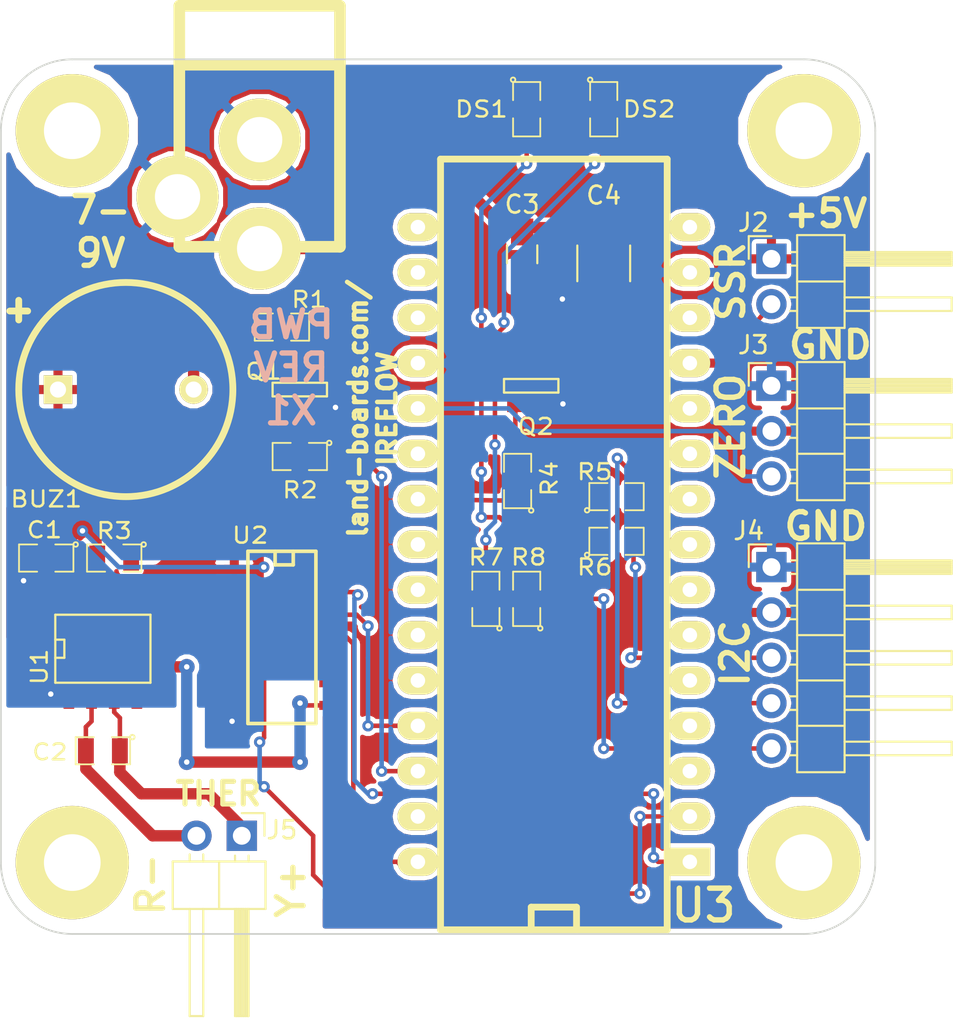
<source format=kicad_pcb>
(kicad_pcb (version 4) (host pcbnew 4.0.5)

  (general
    (links 56)
    (no_connects 0)
    (area -5.122228 -3.629801 54.059801 54.379801)
    (thickness 1.6)
    (drawings 20)
    (tracks 229)
    (zones 0)
    (modules 29)
    (nets 29)
  )

  (page A3)
  (layers
    (0 F.Cu signal)
    (31 B.Cu signal)
    (36 B.SilkS user hide)
    (37 F.SilkS user)
    (38 B.Mask user)
    (39 F.Mask user)
    (40 Dwgs.User user)
    (44 Edge.Cuts user)
  )

  (setup
    (last_trace_width 0.254)
    (user_trace_width 0.635)
    (trace_clearance 0.254)
    (zone_clearance 0.254)
    (zone_45_only no)
    (trace_min 0.254)
    (segment_width 0.2)
    (edge_width 0.1)
    (via_size 0.635)
    (via_drill 0.3048)
    (via_min_size 0.635)
    (via_min_drill 0.3048)
    (uvia_size 0.508)
    (uvia_drill 0.127)
    (uvias_allowed no)
    (uvia_min_size 0.508)
    (uvia_min_drill 0.127)
    (pcb_text_width 0.3)
    (pcb_text_size 1.5 1.5)
    (mod_edge_width 0.15)
    (mod_text_size 1.016 0.889)
    (mod_text_width 0.1397)
    (pad_size 1.5 1.5)
    (pad_drill 0.6)
    (pad_to_mask_clearance 0.127)
    (solder_mask_min_width 0.127)
    (aux_axis_origin 0 0)
    (visible_elements 7FFFFF7F)
    (pcbplotparams
      (layerselection 0x010f0_80000001)
      (usegerberextensions true)
      (excludeedgelayer true)
      (linewidth 0.150000)
      (plotframeref false)
      (viasonmask false)
      (mode 1)
      (useauxorigin false)
      (hpglpennumber 1)
      (hpglpenspeed 20)
      (hpglpendiameter 15)
      (hpglpenoverlay 2)
      (psnegative false)
      (psa4output false)
      (plotreference true)
      (plotvalue true)
      (plotinvisibletext false)
      (padsonsilk false)
      (subtractmaskfromsilk false)
      (outputformat 1)
      (mirror false)
      (drillshape 0)
      (scaleselection 1)
      (outputdirectory plots/))
  )

  (net 0 "")
  (net 1 +5V)
  (net 2 /CPU/SCL)
  (net 3 /CPU/SDA)
  (net 4 "/Thermocoupler Amplifier/THERMO+")
  (net 5 "/Thermocoupler Amplifier/THERMO-")
  (net 6 "/Thermocoupler Amplifier/V33COND")
  (net 7 GND)
  (net 8 "Net-(BUZ1-Pad2)")
  (net 9 "Net-(DS1-Pad2)")
  (net 10 "Net-(DS2-Pad2)")
  (net 11 "Net-(J2-Pad2)")
  (net 12 "Net-(Q1-Pad2)")
  (net 13 "Net-(Q1-Pad3)")
  (net 14 "Net-(Q2-Pad2)")
  (net 15 /CPU/INT)
  (net 16 /CPU/SSR)
  (net 17 /CPU/+3.3V)
  (net 18 /CPU/BUZZ)
  (net 19 /CPU/DS1)
  (net 20 /CPU/DS2)
  (net 21 /CPU/SCK)
  (net 22 /CPU/CS)
  (net 23 /CPU/MISO)
  (net 24 +9V)
  (net 25 "Net-(J3-Pad3)")
  (net 26 "Net-(U1-Pad7)")
  (net 27 "Net-(U1-Pad6)")
  (net 28 "Net-(U1-Pad5)")

  (net_class Default "This is the default net class."
    (clearance 0.254)
    (trace_width 0.254)
    (via_dia 0.635)
    (via_drill 0.3048)
    (uvia_dia 0.508)
    (uvia_drill 0.127)
    (add_net +5V)
    (add_net +9V)
    (add_net /CPU/+3.3V)
    (add_net /CPU/BUZZ)
    (add_net /CPU/CS)
    (add_net /CPU/DS1)
    (add_net /CPU/DS2)
    (add_net /CPU/INT)
    (add_net /CPU/MISO)
    (add_net /CPU/SCK)
    (add_net /CPU/SCL)
    (add_net /CPU/SDA)
    (add_net /CPU/SSR)
    (add_net "/Thermocoupler Amplifier/THERMO+")
    (add_net "/Thermocoupler Amplifier/THERMO-")
    (add_net "/Thermocoupler Amplifier/V33COND")
    (add_net GND)
    (add_net "Net-(BUZ1-Pad2)")
    (add_net "Net-(DS1-Pad2)")
    (add_net "Net-(DS2-Pad2)")
    (add_net "Net-(J2-Pad2)")
    (add_net "Net-(J3-Pad3)")
    (add_net "Net-(Q1-Pad2)")
    (add_net "Net-(Q1-Pad3)")
    (add_net "Net-(Q2-Pad2)")
    (add_net "Net-(U1-Pad5)")
    (add_net "Net-(U1-Pad6)")
    (add_net "Net-(U1-Pad7)")
  )

  (net_class FATTER ""
    (clearance 0.3048)
    (trace_width 0.635)
    (via_dia 0.889)
    (via_drill 0.635)
    (uvia_dia 0.508)
    (uvia_drill 0.127)
  )

  (module Pin_Headers:Pin_Header_Angled_1x03_Pitch2.54mm (layer F.Cu) (tedit 597E3E99) (tstamp 597E44CA)
    (at 43.18 18.288)
    (descr "Through hole angled pin header, 1x03, 2.54mm pitch, 6mm pin length, single row")
    (tags "Through hole angled pin header THT 1x03 2.54mm single row")
    (path /5474B99F/597E7A90)
    (fp_text reference J3 (at -1.016 -2.286) (layer F.SilkS)
      (effects (font (size 1 1) (thickness 0.15)))
    )
    (fp_text value CONN_01X03 (at 4.385 7.35) (layer F.Fab) hide
      (effects (font (size 1 1) (thickness 0.15)))
    )
    (fp_line (start 2.135 -1.27) (end 4.04 -1.27) (layer F.Fab) (width 0.1))
    (fp_line (start 4.04 -1.27) (end 4.04 6.35) (layer F.Fab) (width 0.1))
    (fp_line (start 4.04 6.35) (end 1.5 6.35) (layer F.Fab) (width 0.1))
    (fp_line (start 1.5 6.35) (end 1.5 -0.635) (layer F.Fab) (width 0.1))
    (fp_line (start 1.5 -0.635) (end 2.135 -1.27) (layer F.Fab) (width 0.1))
    (fp_line (start -0.32 -0.32) (end 1.5 -0.32) (layer F.Fab) (width 0.1))
    (fp_line (start -0.32 -0.32) (end -0.32 0.32) (layer F.Fab) (width 0.1))
    (fp_line (start -0.32 0.32) (end 1.5 0.32) (layer F.Fab) (width 0.1))
    (fp_line (start 4.04 -0.32) (end 10.04 -0.32) (layer F.Fab) (width 0.1))
    (fp_line (start 10.04 -0.32) (end 10.04 0.32) (layer F.Fab) (width 0.1))
    (fp_line (start 4.04 0.32) (end 10.04 0.32) (layer F.Fab) (width 0.1))
    (fp_line (start -0.32 2.22) (end 1.5 2.22) (layer F.Fab) (width 0.1))
    (fp_line (start -0.32 2.22) (end -0.32 2.86) (layer F.Fab) (width 0.1))
    (fp_line (start -0.32 2.86) (end 1.5 2.86) (layer F.Fab) (width 0.1))
    (fp_line (start 4.04 2.22) (end 10.04 2.22) (layer F.Fab) (width 0.1))
    (fp_line (start 10.04 2.22) (end 10.04 2.86) (layer F.Fab) (width 0.1))
    (fp_line (start 4.04 2.86) (end 10.04 2.86) (layer F.Fab) (width 0.1))
    (fp_line (start -0.32 4.76) (end 1.5 4.76) (layer F.Fab) (width 0.1))
    (fp_line (start -0.32 4.76) (end -0.32 5.4) (layer F.Fab) (width 0.1))
    (fp_line (start -0.32 5.4) (end 1.5 5.4) (layer F.Fab) (width 0.1))
    (fp_line (start 4.04 4.76) (end 10.04 4.76) (layer F.Fab) (width 0.1))
    (fp_line (start 10.04 4.76) (end 10.04 5.4) (layer F.Fab) (width 0.1))
    (fp_line (start 4.04 5.4) (end 10.04 5.4) (layer F.Fab) (width 0.1))
    (fp_line (start 1.44 -1.33) (end 1.44 6.41) (layer F.SilkS) (width 0.12))
    (fp_line (start 1.44 6.41) (end 4.1 6.41) (layer F.SilkS) (width 0.12))
    (fp_line (start 4.1 6.41) (end 4.1 -1.33) (layer F.SilkS) (width 0.12))
    (fp_line (start 4.1 -1.33) (end 1.44 -1.33) (layer F.SilkS) (width 0.12))
    (fp_line (start 4.1 -0.38) (end 10.1 -0.38) (layer F.SilkS) (width 0.12))
    (fp_line (start 10.1 -0.38) (end 10.1 0.38) (layer F.SilkS) (width 0.12))
    (fp_line (start 10.1 0.38) (end 4.1 0.38) (layer F.SilkS) (width 0.12))
    (fp_line (start 4.1 -0.32) (end 10.1 -0.32) (layer F.SilkS) (width 0.12))
    (fp_line (start 4.1 -0.2) (end 10.1 -0.2) (layer F.SilkS) (width 0.12))
    (fp_line (start 4.1 -0.08) (end 10.1 -0.08) (layer F.SilkS) (width 0.12))
    (fp_line (start 4.1 0.04) (end 10.1 0.04) (layer F.SilkS) (width 0.12))
    (fp_line (start 4.1 0.16) (end 10.1 0.16) (layer F.SilkS) (width 0.12))
    (fp_line (start 4.1 0.28) (end 10.1 0.28) (layer F.SilkS) (width 0.12))
    (fp_line (start 1.11 -0.38) (end 1.44 -0.38) (layer F.SilkS) (width 0.12))
    (fp_line (start 1.11 0.38) (end 1.44 0.38) (layer F.SilkS) (width 0.12))
    (fp_line (start 1.44 1.27) (end 4.1 1.27) (layer F.SilkS) (width 0.12))
    (fp_line (start 4.1 2.16) (end 10.1 2.16) (layer F.SilkS) (width 0.12))
    (fp_line (start 10.1 2.16) (end 10.1 2.92) (layer F.SilkS) (width 0.12))
    (fp_line (start 10.1 2.92) (end 4.1 2.92) (layer F.SilkS) (width 0.12))
    (fp_line (start 1.042929 2.16) (end 1.44 2.16) (layer F.SilkS) (width 0.12))
    (fp_line (start 1.042929 2.92) (end 1.44 2.92) (layer F.SilkS) (width 0.12))
    (fp_line (start 1.44 3.81) (end 4.1 3.81) (layer F.SilkS) (width 0.12))
    (fp_line (start 4.1 4.7) (end 10.1 4.7) (layer F.SilkS) (width 0.12))
    (fp_line (start 10.1 4.7) (end 10.1 5.46) (layer F.SilkS) (width 0.12))
    (fp_line (start 10.1 5.46) (end 4.1 5.46) (layer F.SilkS) (width 0.12))
    (fp_line (start 1.042929 4.7) (end 1.44 4.7) (layer F.SilkS) (width 0.12))
    (fp_line (start 1.042929 5.46) (end 1.44 5.46) (layer F.SilkS) (width 0.12))
    (fp_line (start -1.27 0) (end -1.27 -1.27) (layer F.SilkS) (width 0.12))
    (fp_line (start -1.27 -1.27) (end 0 -1.27) (layer F.SilkS) (width 0.12))
    (fp_line (start -1.8 -1.8) (end -1.8 6.85) (layer F.CrtYd) (width 0.05))
    (fp_line (start -1.8 6.85) (end 10.55 6.85) (layer F.CrtYd) (width 0.05))
    (fp_line (start 10.55 6.85) (end 10.55 -1.8) (layer F.CrtYd) (width 0.05))
    (fp_line (start 10.55 -1.8) (end -1.8 -1.8) (layer F.CrtYd) (width 0.05))
    (fp_text user %R (at 2.77 2.54 90) (layer F.Fab)
      (effects (font (size 1 1) (thickness 0.15)))
    )
    (pad 1 thru_hole rect (at 0 0) (size 1.7 1.7) (drill 1) (layers *.Cu *.Mask)
      (net 7 GND))
    (pad 2 thru_hole oval (at 0 2.54) (size 1.7 1.7) (drill 1) (layers *.Cu *.Mask)
      (net 1 +5V))
    (pad 3 thru_hole oval (at 0 5.08) (size 1.7 1.7) (drill 1) (layers *.Cu *.Mask)
      (net 25 "Net-(J3-Pad3)"))
    (model ${KISYS3DMOD}/Pin_Headers.3dshapes/Pin_Header_Angled_1x03_Pitch2.54mm.wrl
      (at (xyz 0 0 0))
      (scale (xyz 1 1 1))
      (rotate (xyz 0 0 0))
    )
  )

  (module Pin_Headers:Pin_Header_Angled_1x02_Pitch2.54mm (layer F.Cu) (tedit 597E3E9C) (tstamp 597E2F65)
    (at 43.18 11.176)
    (descr "Through hole angled pin header, 1x02, 2.54mm pitch, 6mm pin length, single row")
    (tags "Through hole angled pin header THT 1x02 2.54mm single row")
    (path /5474B99F/548F4249)
    (fp_text reference J2 (at -1.016 -2.032) (layer F.SilkS)
      (effects (font (size 1 1) (thickness 0.15)))
    )
    (fp_text value CONN_2 (at 4.385 4.81) (layer F.Fab) hide
      (effects (font (size 1 1) (thickness 0.15)))
    )
    (fp_line (start 2.135 -1.27) (end 4.04 -1.27) (layer F.Fab) (width 0.1))
    (fp_line (start 4.04 -1.27) (end 4.04 3.81) (layer F.Fab) (width 0.1))
    (fp_line (start 4.04 3.81) (end 1.5 3.81) (layer F.Fab) (width 0.1))
    (fp_line (start 1.5 3.81) (end 1.5 -0.635) (layer F.Fab) (width 0.1))
    (fp_line (start 1.5 -0.635) (end 2.135 -1.27) (layer F.Fab) (width 0.1))
    (fp_line (start -0.32 -0.32) (end 1.5 -0.32) (layer F.Fab) (width 0.1))
    (fp_line (start -0.32 -0.32) (end -0.32 0.32) (layer F.Fab) (width 0.1))
    (fp_line (start -0.32 0.32) (end 1.5 0.32) (layer F.Fab) (width 0.1))
    (fp_line (start 4.04 -0.32) (end 10.04 -0.32) (layer F.Fab) (width 0.1))
    (fp_line (start 10.04 -0.32) (end 10.04 0.32) (layer F.Fab) (width 0.1))
    (fp_line (start 4.04 0.32) (end 10.04 0.32) (layer F.Fab) (width 0.1))
    (fp_line (start -0.32 2.22) (end 1.5 2.22) (layer F.Fab) (width 0.1))
    (fp_line (start -0.32 2.22) (end -0.32 2.86) (layer F.Fab) (width 0.1))
    (fp_line (start -0.32 2.86) (end 1.5 2.86) (layer F.Fab) (width 0.1))
    (fp_line (start 4.04 2.22) (end 10.04 2.22) (layer F.Fab) (width 0.1))
    (fp_line (start 10.04 2.22) (end 10.04 2.86) (layer F.Fab) (width 0.1))
    (fp_line (start 4.04 2.86) (end 10.04 2.86) (layer F.Fab) (width 0.1))
    (fp_line (start 1.44 -1.33) (end 1.44 3.87) (layer F.SilkS) (width 0.12))
    (fp_line (start 1.44 3.87) (end 4.1 3.87) (layer F.SilkS) (width 0.12))
    (fp_line (start 4.1 3.87) (end 4.1 -1.33) (layer F.SilkS) (width 0.12))
    (fp_line (start 4.1 -1.33) (end 1.44 -1.33) (layer F.SilkS) (width 0.12))
    (fp_line (start 4.1 -0.38) (end 10.1 -0.38) (layer F.SilkS) (width 0.12))
    (fp_line (start 10.1 -0.38) (end 10.1 0.38) (layer F.SilkS) (width 0.12))
    (fp_line (start 10.1 0.38) (end 4.1 0.38) (layer F.SilkS) (width 0.12))
    (fp_line (start 4.1 -0.32) (end 10.1 -0.32) (layer F.SilkS) (width 0.12))
    (fp_line (start 4.1 -0.2) (end 10.1 -0.2) (layer F.SilkS) (width 0.12))
    (fp_line (start 4.1 -0.08) (end 10.1 -0.08) (layer F.SilkS) (width 0.12))
    (fp_line (start 4.1 0.04) (end 10.1 0.04) (layer F.SilkS) (width 0.12))
    (fp_line (start 4.1 0.16) (end 10.1 0.16) (layer F.SilkS) (width 0.12))
    (fp_line (start 4.1 0.28) (end 10.1 0.28) (layer F.SilkS) (width 0.12))
    (fp_line (start 1.11 -0.38) (end 1.44 -0.38) (layer F.SilkS) (width 0.12))
    (fp_line (start 1.11 0.38) (end 1.44 0.38) (layer F.SilkS) (width 0.12))
    (fp_line (start 1.44 1.27) (end 4.1 1.27) (layer F.SilkS) (width 0.12))
    (fp_line (start 4.1 2.16) (end 10.1 2.16) (layer F.SilkS) (width 0.12))
    (fp_line (start 10.1 2.16) (end 10.1 2.92) (layer F.SilkS) (width 0.12))
    (fp_line (start 10.1 2.92) (end 4.1 2.92) (layer F.SilkS) (width 0.12))
    (fp_line (start 1.042929 2.16) (end 1.44 2.16) (layer F.SilkS) (width 0.12))
    (fp_line (start 1.042929 2.92) (end 1.44 2.92) (layer F.SilkS) (width 0.12))
    (fp_line (start -1.27 0) (end -1.27 -1.27) (layer F.SilkS) (width 0.12))
    (fp_line (start -1.27 -1.27) (end 0 -1.27) (layer F.SilkS) (width 0.12))
    (fp_line (start -1.8 -1.8) (end -1.8 4.35) (layer F.CrtYd) (width 0.05))
    (fp_line (start -1.8 4.35) (end 10.55 4.35) (layer F.CrtYd) (width 0.05))
    (fp_line (start 10.55 4.35) (end 10.55 -1.8) (layer F.CrtYd) (width 0.05))
    (fp_line (start 10.55 -1.8) (end -1.8 -1.8) (layer F.CrtYd) (width 0.05))
    (fp_text user %R (at 2.77 1.27 90) (layer F.Fab)
      (effects (font (size 1 1) (thickness 0.15)))
    )
    (pad 1 thru_hole rect (at 0 0) (size 1.7 1.7) (drill 1) (layers *.Cu *.Mask)
      (net 1 +5V))
    (pad 2 thru_hole oval (at 0 2.54) (size 1.7 1.7) (drill 1) (layers *.Cu *.Mask)
      (net 11 "Net-(J2-Pad2)"))
    (model ${KISYS3DMOD}/Pin_Headers.3dshapes/Pin_Header_Angled_1x02_Pitch2.54mm.wrl
      (at (xyz 0 0 0))
      (scale (xyz 1 1 1))
      (rotate (xyz 0 0 0))
    )
  )

  (module SOT23EBC (layer F.Cu) (tedit 54A40BA7) (tstamp 5474C512)
    (at 16.75 18.5 180)
    (descr "Module CMS SOT23 Transistore EBC")
    (tags "CMS SOT")
    (path /5474B99F/53F5743E)
    (attr smd)
    (fp_text reference Q1 (at 2.032 1.016 180) (layer F.SilkS)
      (effects (font (size 0.889 1.016) (thickness 0.1397)))
    )
    (fp_text value 2N3904 (at 0 0 180) (layer F.SilkS) hide
      (effects (font (size 0.762 0.762) (thickness 0.2032)))
    )
    (fp_line (start -1.524 -0.381) (end 1.524 -0.381) (layer F.SilkS) (width 0.127))
    (fp_line (start 1.524 -0.381) (end 1.524 0.381) (layer F.SilkS) (width 0.127))
    (fp_line (start 1.524 0.381) (end -1.524 0.381) (layer F.SilkS) (width 0.127))
    (fp_line (start -1.524 0.381) (end -1.524 -0.381) (layer F.SilkS) (width 0.127))
    (pad 1 smd rect (at -0.889 -1.016 180) (size 0.9144 0.9144) (layers F.Cu F.Mask)
      (net 7 GND))
    (pad 2 smd rect (at 0.889 -1.016 180) (size 0.9144 0.9144) (layers F.Cu F.Mask)
      (net 12 "Net-(Q1-Pad2)"))
    (pad 3 smd rect (at 0 1.016 180) (size 0.9144 0.9144) (layers F.Cu F.Mask)
      (net 13 "Net-(Q1-Pad3)"))
    (model smd/cms_sot23.wrl
      (at (xyz 0 0 0))
      (scale (xyz 0.13 0.15 0.15))
      (rotate (xyz 0 0 0))
    )
  )

  (module SM0805 (layer F.Cu) (tedit 597E31D1) (tstamp 5474C589)
    (at 15.75 15 180)
    (path /5474B99F/54726A91)
    (attr smd)
    (fp_text reference R1 (at -1.522 1.538 360) (layer F.SilkS)
      (effects (font (size 0.889 1.016) (thickness 0.1397)))
    )
    (fp_text value 100 (at 0 0.381 180) (layer F.SilkS) hide
      (effects (font (size 0.50038 0.50038) (thickness 0.10922)))
    )
    (fp_circle (center -1.651 0.762) (end -1.651 0.635) (layer F.SilkS) (width 0.09906))
    (fp_line (start -0.508 0.762) (end -1.524 0.762) (layer F.SilkS) (width 0.09906))
    (fp_line (start -1.524 0.762) (end -1.524 -0.762) (layer F.SilkS) (width 0.09906))
    (fp_line (start -1.524 -0.762) (end -0.508 -0.762) (layer F.SilkS) (width 0.09906))
    (fp_line (start 0.508 -0.762) (end 1.524 -0.762) (layer F.SilkS) (width 0.09906))
    (fp_line (start 1.524 -0.762) (end 1.524 0.762) (layer F.SilkS) (width 0.09906))
    (fp_line (start 1.524 0.762) (end 0.508 0.762) (layer F.SilkS) (width 0.09906))
    (pad 1 smd rect (at -0.9525 0 180) (size 0.889 1.397) (layers F.Cu F.Mask)
      (net 13 "Net-(Q1-Pad3)"))
    (pad 2 smd rect (at 0.9525 0 180) (size 0.889 1.397) (layers F.Cu F.Mask)
      (net 8 "Net-(BUZ1-Pad2)"))
    (model smd/chip_cms.wrl
      (at (xyz 0 0 0))
      (scale (xyz 0.1 0.1 0.1))
      (rotate (xyz 0 0 0))
    )
  )

  (module SM0805 (layer F.Cu) (tedit 597E46F3) (tstamp 5474C5F1)
    (at 27.178 30.226 90)
    (path /5474B99F/53F56E40)
    (attr smd)
    (fp_text reference R7 (at 2.334 0.012 180) (layer F.SilkS)
      (effects (font (size 0.889 1.016) (thickness 0.1397)))
    )
    (fp_text value 330 (at 0 0.381 90) (layer F.SilkS) hide
      (effects (font (size 0.50038 0.50038) (thickness 0.10922)))
    )
    (fp_circle (center -1.651 0.762) (end -1.651 0.635) (layer F.SilkS) (width 0.09906))
    (fp_line (start -0.508 0.762) (end -1.524 0.762) (layer F.SilkS) (width 0.09906))
    (fp_line (start -1.524 0.762) (end -1.524 -0.762) (layer F.SilkS) (width 0.09906))
    (fp_line (start -1.524 -0.762) (end -0.508 -0.762) (layer F.SilkS) (width 0.09906))
    (fp_line (start 0.508 -0.762) (end 1.524 -0.762) (layer F.SilkS) (width 0.09906))
    (fp_line (start 1.524 -0.762) (end 1.524 0.762) (layer F.SilkS) (width 0.09906))
    (fp_line (start 1.524 0.762) (end 0.508 0.762) (layer F.SilkS) (width 0.09906))
    (pad 1 smd rect (at -0.9525 0 90) (size 0.889 1.397) (layers F.Cu F.Mask)
      (net 20 /CPU/DS2))
    (pad 2 smd rect (at 0.9525 0 90) (size 0.889 1.397) (layers F.Cu F.Mask)
      (net 10 "Net-(DS2-Pad2)"))
    (model smd/chip_cms.wrl
      (at (xyz 0 0 0))
      (scale (xyz 0.1 0.1 0.1))
      (rotate (xyz 0 0 0))
    )
  )

  (module SM0805 (layer F.Cu) (tedit 597E3744) (tstamp 5474C63F)
    (at 29.464 2.794 270)
    (path /5474B99F/53F56F38)
    (attr smd)
    (fp_text reference DS1 (at 0 2.54 360) (layer F.SilkS)
      (effects (font (size 0.889 1.016) (thickness 0.1397)))
    )
    (fp_text value LED (at 0 0.381 270) (layer F.SilkS) hide
      (effects (font (size 0.50038 0.50038) (thickness 0.10922)))
    )
    (fp_circle (center -1.651 0.762) (end -1.651 0.635) (layer F.SilkS) (width 0.09906))
    (fp_line (start -0.508 0.762) (end -1.524 0.762) (layer F.SilkS) (width 0.09906))
    (fp_line (start -1.524 0.762) (end -1.524 -0.762) (layer F.SilkS) (width 0.09906))
    (fp_line (start -1.524 -0.762) (end -0.508 -0.762) (layer F.SilkS) (width 0.09906))
    (fp_line (start 0.508 -0.762) (end 1.524 -0.762) (layer F.SilkS) (width 0.09906))
    (fp_line (start 1.524 -0.762) (end 1.524 0.762) (layer F.SilkS) (width 0.09906))
    (fp_line (start 1.524 0.762) (end 0.508 0.762) (layer F.SilkS) (width 0.09906))
    (pad 1 smd rect (at -0.9525 0 270) (size 0.889 1.397) (layers F.Cu F.Mask)
      (net 1 +5V))
    (pad 2 smd rect (at 0.9525 0 270) (size 0.889 1.397) (layers F.Cu F.Mask)
      (net 9 "Net-(DS1-Pad2)"))
    (model smd/chip_cms.wrl
      (at (xyz 0 0 0))
      (scale (xyz 0.1 0.1 0.1))
      (rotate (xyz 0 0 0))
    )
  )

  (module SM0805 (layer F.Cu) (tedit 54906674) (tstamp 5474C64C)
    (at 29.464 30.226 90)
    (path /5474B99F/53F56F41)
    (attr smd)
    (fp_text reference R8 (at 2.334 0.108 180) (layer F.SilkS)
      (effects (font (size 0.889 1.016) (thickness 0.1397)))
    )
    (fp_text value 330 (at 0 0.381 90) (layer F.SilkS) hide
      (effects (font (size 0.50038 0.50038) (thickness 0.10922)))
    )
    (fp_circle (center -1.651 0.762) (end -1.651 0.635) (layer F.SilkS) (width 0.09906))
    (fp_line (start -0.508 0.762) (end -1.524 0.762) (layer F.SilkS) (width 0.09906))
    (fp_line (start -1.524 0.762) (end -1.524 -0.762) (layer F.SilkS) (width 0.09906))
    (fp_line (start -1.524 -0.762) (end -0.508 -0.762) (layer F.SilkS) (width 0.09906))
    (fp_line (start 0.508 -0.762) (end 1.524 -0.762) (layer F.SilkS) (width 0.09906))
    (fp_line (start 1.524 -0.762) (end 1.524 0.762) (layer F.SilkS) (width 0.09906))
    (fp_line (start 1.524 0.762) (end 0.508 0.762) (layer F.SilkS) (width 0.09906))
    (pad 1 smd rect (at -0.9525 0 90) (size 0.889 1.397) (layers F.Cu F.Mask)
      (net 19 /CPU/DS1))
    (pad 2 smd rect (at 0.9525 0 90) (size 0.889 1.397) (layers F.Cu F.Mask)
      (net 9 "Net-(DS1-Pad2)"))
    (model smd/chip_cms.wrl
      (at (xyz 0 0 0))
      (scale (xyz 0.1 0.1 0.1))
      (rotate (xyz 0 0 0))
    )
  )

  (module SM0805 (layer F.Cu) (tedit 597E467E) (tstamp 54A40DB9)
    (at 16.75 22.25 180)
    (path /5474B99F/53F57662)
    (attr smd)
    (fp_text reference R2 (at -0.014 -1.88 180) (layer F.SilkS)
      (effects (font (size 0.889 1.016) (thickness 0.1397)))
    )
    (fp_text value 10K (at 0 0.381 180) (layer F.SilkS) hide
      (effects (font (size 0.50038 0.50038) (thickness 0.10922)))
    )
    (fp_circle (center -1.651 0.762) (end -1.651 0.635) (layer F.SilkS) (width 0.09906))
    (fp_line (start -0.508 0.762) (end -1.524 0.762) (layer F.SilkS) (width 0.09906))
    (fp_line (start -1.524 0.762) (end -1.524 -0.762) (layer F.SilkS) (width 0.09906))
    (fp_line (start -1.524 -0.762) (end -0.508 -0.762) (layer F.SilkS) (width 0.09906))
    (fp_line (start 0.508 -0.762) (end 1.524 -0.762) (layer F.SilkS) (width 0.09906))
    (fp_line (start 1.524 -0.762) (end 1.524 0.762) (layer F.SilkS) (width 0.09906))
    (fp_line (start 1.524 0.762) (end 0.508 0.762) (layer F.SilkS) (width 0.09906))
    (pad 1 smd rect (at -0.9525 0 180) (size 0.889 1.397) (layers F.Cu F.Mask)
      (net 18 /CPU/BUZZ))
    (pad 2 smd rect (at 0.9525 0 180) (size 0.889 1.397) (layers F.Cu F.Mask)
      (net 12 "Net-(Q1-Pad2)"))
    (model smd/chip_cms.wrl
      (at (xyz 0 0 0))
      (scale (xyz 0.1 0.1 0.1))
      (rotate (xyz 0 0 0))
    )
  )

  (module PIEZO_12MM (layer F.Cu) (tedit 597E4623) (tstamp 5474C697)
    (at 7 18.5)
    (path /5474B99F/53F57431)
    (fp_text reference BUZ1 (at -4.46 6.138 180) (layer F.SilkS)
      (effects (font (size 0.889 1.016) (thickness 0.1397)))
    )
    (fp_text value BUZZER (at -1 -7) (layer F.SilkS) hide
      (effects (font (thickness 0.3048)))
    )
    (fp_line (start -6.5 -4.4) (end -5.5 -4.4) (layer F.SilkS) (width 0.381))
    (fp_line (start -6 -5) (end -6 -3.9) (layer F.SilkS) (width 0.381))
    (fp_circle (center 0 0) (end 6 0) (layer F.SilkS) (width 0.381))
    (pad 1 thru_hole rect (at -3.8 0) (size 1.6 1.6) (drill 0.9) (layers *.Cu *.Mask F.SilkS)
      (net 1 +5V))
    (pad 2 thru_hole circle (at 3.8 0) (size 1.6 1.6) (drill 0.9) (layers *.Cu *.Mask F.SilkS)
      (net 8 "Net-(BUZ1-Pad2)"))
  )

  (module MTG-4-40 (layer F.Cu) (tedit 53F3AE25) (tstamp 5474C69C)
    (at 4 4)
    (path /54A2A359)
    (fp_text reference MTG4 (at -6.858 -0.635) (layer F.SilkS) hide
      (effects (font (size 0.889 1.016) (thickness 0.1397)))
    )
    (fp_text value CONN_1 (at 0 -5.08) (layer F.SilkS) hide
      (effects (font (thickness 0.3048)))
    )
    (pad 1 thru_hole circle (at 0 0) (size 6.35 6.35) (drill 3.175) (layers *.Cu *.Mask F.SilkS)
      (clearance 0.508))
  )

  (module MTG-4-40 (layer F.Cu) (tedit 53F3AE25) (tstamp 5474C6A1)
    (at 45 4)
    (path /54A2A35F)
    (fp_text reference MTG3 (at -6.858 -0.635) (layer F.SilkS) hide
      (effects (font (size 0.889 1.016) (thickness 0.1397)))
    )
    (fp_text value CONN_1 (at 0 -5.08) (layer F.SilkS) hide
      (effects (font (thickness 0.3048)))
    )
    (pad 1 thru_hole circle (at 0 0) (size 6.35 6.35) (drill 3.175) (layers *.Cu *.Mask F.SilkS)
      (clearance 0.508))
  )

  (module MTG-4-40 (layer F.Cu) (tedit 53F3AE25) (tstamp 5474C6A6)
    (at 4 45)
    (path /54A2A365)
    (fp_text reference MTG2 (at -6.858 -0.635) (layer F.SilkS) hide
      (effects (font (size 0.889 1.016) (thickness 0.1397)))
    )
    (fp_text value CONN_1 (at 0 -5.08) (layer F.SilkS) hide
      (effects (font (thickness 0.3048)))
    )
    (pad 1 thru_hole circle (at 0 0) (size 6.35 6.35) (drill 3.175) (layers *.Cu *.Mask F.SilkS)
      (clearance 0.508))
  )

  (module MTG-4-40 (layer F.Cu) (tedit 53F3AE25) (tstamp 5474C6AB)
    (at 45 45)
    (path /54A2A36B)
    (fp_text reference MTG1 (at -6.858 -0.635) (layer F.SilkS) hide
      (effects (font (size 0.889 1.016) (thickness 0.1397)))
    )
    (fp_text value CONN_1 (at 0 -5.08) (layer F.SilkS) hide
      (effects (font (thickness 0.3048)))
    )
    (pad 1 thru_hole circle (at 0 0) (size 6.35 6.35) (drill 3.175) (layers *.Cu *.Mask F.SilkS)
      (clearance 0.508))
  )

  (module SM0805 (layer F.Cu) (tedit 597E474B) (tstamp 5474CB38)
    (at 5.715 38.735 180)
    (path /5474BFCA/5474CA3D)
    (attr smd)
    (fp_text reference C2 (at 2.9718 -0.0762 180) (layer F.SilkS)
      (effects (font (size 0.889 1.016) (thickness 0.1397)))
    )
    (fp_text value 0.01uF (at 0 0.381 180) (layer F.SilkS) hide
      (effects (font (size 0.50038 0.50038) (thickness 0.10922)))
    )
    (fp_circle (center -1.651 0.762) (end -1.651 0.635) (layer F.SilkS) (width 0.09906))
    (fp_line (start -0.508 0.762) (end -1.524 0.762) (layer F.SilkS) (width 0.09906))
    (fp_line (start -1.524 0.762) (end -1.524 -0.762) (layer F.SilkS) (width 0.09906))
    (fp_line (start -1.524 -0.762) (end -0.508 -0.762) (layer F.SilkS) (width 0.09906))
    (fp_line (start 0.508 -0.762) (end 1.524 -0.762) (layer F.SilkS) (width 0.09906))
    (fp_line (start 1.524 -0.762) (end 1.524 0.762) (layer F.SilkS) (width 0.09906))
    (fp_line (start 1.524 0.762) (end 0.508 0.762) (layer F.SilkS) (width 0.09906))
    (pad 1 smd rect (at -0.9525 0 180) (size 0.889 1.397) (layers F.Cu F.Mask)
      (net 4 "/Thermocoupler Amplifier/THERMO+"))
    (pad 2 smd rect (at 0.9525 0 180) (size 0.889 1.397) (layers F.Cu F.Mask)
      (net 5 "/Thermocoupler Amplifier/THERMO-"))
    (model smd/chip_cms.wrl
      (at (xyz 0 0 0))
      (scale (xyz 0.1 0.1 0.1))
      (rotate (xyz 0 0 0))
    )
  )

  (module SM0805 (layer F.Cu) (tedit 597E4740) (tstamp 5474CB45)
    (at 2.54 27.94 180)
    (path /5474BFCA/5474CCD1)
    (attr smd)
    (fp_text reference C1 (at 0.1016 1.5748 180) (layer F.SilkS)
      (effects (font (size 0.889 1.016) (thickness 0.1397)))
    )
    (fp_text value 0.1uF (at 0 0.381 180) (layer F.SilkS) hide
      (effects (font (size 0.50038 0.50038) (thickness 0.10922)))
    )
    (fp_circle (center -1.651 0.762) (end -1.651 0.635) (layer F.SilkS) (width 0.09906))
    (fp_line (start -0.508 0.762) (end -1.524 0.762) (layer F.SilkS) (width 0.09906))
    (fp_line (start -1.524 0.762) (end -1.524 -0.762) (layer F.SilkS) (width 0.09906))
    (fp_line (start -1.524 -0.762) (end -0.508 -0.762) (layer F.SilkS) (width 0.09906))
    (fp_line (start 0.508 -0.762) (end 1.524 -0.762) (layer F.SilkS) (width 0.09906))
    (fp_line (start 1.524 -0.762) (end 1.524 0.762) (layer F.SilkS) (width 0.09906))
    (fp_line (start 1.524 0.762) (end 0.508 0.762) (layer F.SilkS) (width 0.09906))
    (pad 1 smd rect (at -0.9525 0 180) (size 0.889 1.397) (layers F.Cu F.Mask)
      (net 6 "/Thermocoupler Amplifier/V33COND"))
    (pad 2 smd rect (at 0.9525 0 180) (size 0.889 1.397) (layers F.Cu F.Mask)
      (net 7 GND))
    (model smd/chip_cms.wrl
      (at (xyz 0 0 0))
      (scale (xyz 0.1 0.1 0.1))
      (rotate (xyz 0 0 0))
    )
  )

  (module SM0805 (layer F.Cu) (tedit 54A40D24) (tstamp 5474CB52)
    (at 6.35 27.94 180)
    (path /5474BFCA/5474CCE0)
    (attr smd)
    (fp_text reference R3 (at 0 1.524 180) (layer F.SilkS)
      (effects (font (size 0.889 1.016) (thickness 0.1397)))
    )
    (fp_text value 10 (at 0 0.381 180) (layer F.SilkS) hide
      (effects (font (size 0.50038 0.50038) (thickness 0.10922)))
    )
    (fp_circle (center -1.651 0.762) (end -1.651 0.635) (layer F.SilkS) (width 0.09906))
    (fp_line (start -0.508 0.762) (end -1.524 0.762) (layer F.SilkS) (width 0.09906))
    (fp_line (start -1.524 0.762) (end -1.524 -0.762) (layer F.SilkS) (width 0.09906))
    (fp_line (start -1.524 -0.762) (end -0.508 -0.762) (layer F.SilkS) (width 0.09906))
    (fp_line (start 0.508 -0.762) (end 1.524 -0.762) (layer F.SilkS) (width 0.09906))
    (fp_line (start 1.524 -0.762) (end 1.524 0.762) (layer F.SilkS) (width 0.09906))
    (fp_line (start 1.524 0.762) (end 0.508 0.762) (layer F.SilkS) (width 0.09906))
    (pad 1 smd rect (at -0.9525 0 180) (size 0.889 1.397) (layers F.Cu F.Mask)
      (net 17 /CPU/+3.3V))
    (pad 2 smd rect (at 0.9525 0 180) (size 0.889 1.397) (layers F.Cu F.Mask)
      (net 6 "/Thermocoupler Amplifier/V33COND"))
    (model smd/chip_cms.wrl
      (at (xyz 0 0 0))
      (scale (xyz 0.1 0.1 0.1))
      (rotate (xyz 0 0 0))
    )
  )

  (module SO8E (layer F.Cu) (tedit 597E4718) (tstamp 5474F5AC)
    (at 5.715 33.02)
    (descr "module CMS SOJ 8 pins etroit")
    (tags "CMS SOJ")
    (path /5474BFCA/5474BFD8)
    (attr smd)
    (fp_text reference U1 (at -3.556 1.016 90) (layer F.SilkS)
      (effects (font (size 0.889 1.016) (thickness 0.1397)))
    )
    (fp_text value MAX31855 (at 0 1.016) (layer F.SilkS) hide
      (effects (font (size 0.889 0.889) (thickness 0.1524)))
    )
    (fp_line (start -2.667 1.778) (end -2.667 1.905) (layer F.SilkS) (width 0.127))
    (fp_line (start -2.667 1.905) (end 2.667 1.905) (layer F.SilkS) (width 0.127))
    (fp_line (start 2.667 -1.905) (end -2.667 -1.905) (layer F.SilkS) (width 0.127))
    (fp_line (start -2.667 -1.905) (end -2.667 1.778) (layer F.SilkS) (width 0.127))
    (fp_line (start -2.667 -0.508) (end -2.159 -0.508) (layer F.SilkS) (width 0.127))
    (fp_line (start -2.159 -0.508) (end -2.159 0.508) (layer F.SilkS) (width 0.127))
    (fp_line (start -2.159 0.508) (end -2.667 0.508) (layer F.SilkS) (width 0.127))
    (fp_line (start 2.667 -1.905) (end 2.667 1.905) (layer F.SilkS) (width 0.127))
    (pad 8 smd rect (at -1.905 -2.667) (size 0.59944 1.39954) (layers F.Cu F.Mask))
    (pad 1 smd rect (at -1.905 2.667) (size 0.59944 1.39954) (layers F.Cu F.Mask)
      (net 7 GND))
    (pad 7 smd rect (at -0.635 -2.667) (size 0.59944 1.39954) (layers F.Cu F.Mask)
      (net 26 "Net-(U1-Pad7)"))
    (pad 6 smd rect (at 0.635 -2.667) (size 0.59944 1.39954) (layers F.Cu F.Mask)
      (net 27 "Net-(U1-Pad6)"))
    (pad 5 smd rect (at 1.905 -2.667) (size 0.59944 1.39954) (layers F.Cu F.Mask)
      (net 28 "Net-(U1-Pad5)"))
    (pad 2 smd rect (at -0.635 2.667) (size 0.59944 1.39954) (layers F.Cu F.Mask)
      (net 5 "/Thermocoupler Amplifier/THERMO-"))
    (pad 3 smd rect (at 0.635 2.667) (size 0.59944 1.39954) (layers F.Cu F.Mask)
      (net 4 "/Thermocoupler Amplifier/THERMO+"))
    (pad 4 smd rect (at 1.905 2.667) (size 0.59944 1.39954) (layers F.Cu F.Mask)
      (net 6 "/Thermocoupler Amplifier/V33COND"))
    (model smd/cms_so8.wrl
      (at (xyz 0 0 0))
      (scale (xyz 0.5 0.32 0.5))
      (rotate (xyz 0 0 0))
    )
  )

  (module SOT23EBC (layer F.Cu) (tedit 597E3C16) (tstamp 548F209E)
    (at 29.718 18.288 180)
    (descr "Module CMS SOT23 Transistore EBC")
    (tags "CMS SOT")
    (path /5474B99F/548F420E)
    (attr smd)
    (fp_text reference Q2 (at -0.254 -2.286 180) (layer F.SilkS)
      (effects (font (size 0.889 1.016) (thickness 0.1397)))
    )
    (fp_text value 2N3904 (at 0 0 180) (layer F.SilkS) hide
      (effects (font (size 0.762 0.762) (thickness 0.2032)))
    )
    (fp_line (start -1.524 -0.381) (end 1.524 -0.381) (layer F.SilkS) (width 0.127))
    (fp_line (start 1.524 -0.381) (end 1.524 0.381) (layer F.SilkS) (width 0.127))
    (fp_line (start 1.524 0.381) (end -1.524 0.381) (layer F.SilkS) (width 0.127))
    (fp_line (start -1.524 0.381) (end -1.524 -0.381) (layer F.SilkS) (width 0.127))
    (pad 1 smd rect (at -0.889 -1.016 180) (size 0.9144 0.9144) (layers F.Cu F.Mask)
      (net 7 GND))
    (pad 2 smd rect (at 0.889 -1.016 180) (size 0.9144 0.9144) (layers F.Cu F.Mask)
      (net 14 "Net-(Q2-Pad2)"))
    (pad 3 smd rect (at 0 1.016 180) (size 0.9144 0.9144) (layers F.Cu F.Mask)
      (net 11 "Net-(J2-Pad2)"))
    (model smd/cms_sot23.wrl
      (at (xyz 0 0 0))
      (scale (xyz 0.13 0.15 0.15))
      (rotate (xyz 0 0 0))
    )
  )

  (module SM0805 (layer F.Cu) (tedit 597E46D0) (tstamp 54A2BFA0)
    (at 28.956 23.622 90)
    (path /5474B99F/548F421A)
    (attr smd)
    (fp_text reference R4 (at 0.127 1.778 90) (layer F.SilkS)
      (effects (font (size 0.889 1.016) (thickness 0.1397)))
    )
    (fp_text value 10K (at 0.606999 -1.430001 90) (layer F.SilkS) hide
      (effects (font (size 0.50038 0.50038) (thickness 0.10922)))
    )
    (fp_circle (center -1.651 0.762) (end -1.651 0.635) (layer F.SilkS) (width 0.09906))
    (fp_line (start -0.508 0.762) (end -1.524 0.762) (layer F.SilkS) (width 0.09906))
    (fp_line (start -1.524 0.762) (end -1.524 -0.762) (layer F.SilkS) (width 0.09906))
    (fp_line (start -1.524 -0.762) (end -0.508 -0.762) (layer F.SilkS) (width 0.09906))
    (fp_line (start 0.508 -0.762) (end 1.524 -0.762) (layer F.SilkS) (width 0.09906))
    (fp_line (start 1.524 -0.762) (end 1.524 0.762) (layer F.SilkS) (width 0.09906))
    (fp_line (start 1.524 0.762) (end 0.508 0.762) (layer F.SilkS) (width 0.09906))
    (pad 1 smd rect (at -0.9525 0 90) (size 0.889 1.397) (layers F.Cu F.Mask)
      (net 16 /CPU/SSR))
    (pad 2 smd rect (at 0.9525 0 90) (size 0.889 1.397) (layers F.Cu F.Mask)
      (net 14 "Net-(Q2-Pad2)"))
    (model smd/chip_cms.wrl
      (at (xyz 0 0 0))
      (scale (xyz 0.1 0.1 0.1))
      (rotate (xyz 0 0 0))
    )
  )

  (module SO14E (layer F.Cu) (tedit 597E4724) (tstamp 54A19F19)
    (at 15.875 32.385 270)
    (descr "module CMS SOJ 14 pins etroit")
    (tags "CMS SOJ")
    (path /5474BFCA/54A19569)
    (attr smd)
    (fp_text reference U2 (at -5.715 1.905 360) (layer F.SilkS)
      (effects (font (size 0.889 1.016) (thickness 0.1397)))
    )
    (fp_text value TXS0104 (at 0 1.016 270) (layer F.SilkS) hide
      (effects (font (size 1.016 1.016) (thickness 0.127)))
    )
    (fp_line (start -4.826 -1.778) (end 4.826 -1.778) (layer F.SilkS) (width 0.2032))
    (fp_line (start 4.826 -1.778) (end 4.826 2.032) (layer F.SilkS) (width 0.2032))
    (fp_line (start 4.826 2.032) (end -4.826 2.032) (layer F.SilkS) (width 0.2032))
    (fp_line (start -4.826 2.032) (end -4.826 -1.778) (layer F.SilkS) (width 0.2032))
    (fp_line (start -4.826 -0.508) (end -4.064 -0.508) (layer F.SilkS) (width 0.2032))
    (fp_line (start -4.064 -0.508) (end -4.064 0.508) (layer F.SilkS) (width 0.2032))
    (fp_line (start -4.064 0.508) (end -4.826 0.508) (layer F.SilkS) (width 0.2032))
    (pad 1 smd rect (at -3.81 2.794 270) (size 0.508 1.143) (layers F.Cu F.Mask)
      (net 6 "/Thermocoupler Amplifier/V33COND"))
    (pad 2 smd rect (at -2.54 2.794 270) (size 0.508 1.143) (layers F.Cu F.Mask)
      (net 28 "Net-(U1-Pad5)"))
    (pad 3 smd rect (at -1.27 2.794 270) (size 0.508 1.143) (layers F.Cu F.Mask)
      (net 27 "Net-(U1-Pad6)"))
    (pad 4 smd rect (at 0 2.794 270) (size 0.508 1.143) (layers F.Cu F.Mask)
      (net 26 "Net-(U1-Pad7)"))
    (pad 5 smd rect (at 1.27 2.794 270) (size 0.508 1.143) (layers F.Cu F.Mask))
    (pad 6 smd rect (at 2.54 2.794 270) (size 0.508 1.143) (layers F.Cu F.Mask))
    (pad 7 smd rect (at 3.81 2.794 270) (size 0.508 1.143) (layers F.Cu F.Mask)
      (net 7 GND))
    (pad 8 smd rect (at 3.81 -2.54 270) (size 0.508 1.143) (layers F.Cu F.Mask)
      (net 6 "/Thermocoupler Amplifier/V33COND"))
    (pad 9 smd rect (at 2.54 -2.54 270) (size 0.508 1.143) (layers F.Cu F.Mask))
    (pad 10 smd rect (at 1.27 -2.54 270) (size 0.508 1.143) (layers F.Cu F.Mask))
    (pad 11 smd rect (at 0 -2.54 270) (size 0.508 1.143) (layers F.Cu F.Mask)
      (net 23 /CPU/MISO))
    (pad 12 smd rect (at -1.27 -2.54 270) (size 0.508 1.143) (layers F.Cu F.Mask)
      (net 22 /CPU/CS))
    (pad 13 smd rect (at -2.54 -2.54 270) (size 0.508 1.143) (layers F.Cu F.Mask)
      (net 21 /CPU/SCK))
    (pad 14 smd rect (at -3.81 -2.54 270) (size 0.508 1.143) (layers F.Cu F.Mask)
      (net 1 +5V))
    (model smd/cms_so14.wrl
      (at (xyz 0 0 0))
      (scale (xyz 0.5 0.3 0.5))
      (rotate (xyz 0 0 0))
    )
  )

  (module SM0805 (layer F.Cu) (tedit 597E46E0) (tstamp 54A406AF)
    (at 34.5 24.5)
    (path /5474B99F/54A40893)
    (attr smd)
    (fp_text reference R5 (at -1.226 -1.386) (layer F.SilkS)
      (effects (font (size 0.889 1.016) (thickness 0.1397)))
    )
    (fp_text value 10K (at 0 0.381) (layer F.SilkS) hide
      (effects (font (size 0.50038 0.50038) (thickness 0.10922)))
    )
    (fp_circle (center -1.651 0.762) (end -1.651 0.635) (layer F.SilkS) (width 0.09906))
    (fp_line (start -0.508 0.762) (end -1.524 0.762) (layer F.SilkS) (width 0.09906))
    (fp_line (start -1.524 0.762) (end -1.524 -0.762) (layer F.SilkS) (width 0.09906))
    (fp_line (start -1.524 -0.762) (end -0.508 -0.762) (layer F.SilkS) (width 0.09906))
    (fp_line (start 0.508 -0.762) (end 1.524 -0.762) (layer F.SilkS) (width 0.09906))
    (fp_line (start 1.524 -0.762) (end 1.524 0.762) (layer F.SilkS) (width 0.09906))
    (fp_line (start 1.524 0.762) (end 0.508 0.762) (layer F.SilkS) (width 0.09906))
    (pad 1 smd rect (at -0.9525 0) (size 0.889 1.397) (layers F.Cu F.Mask)
      (net 1 +5V))
    (pad 2 smd rect (at 0.9525 0) (size 0.889 1.397) (layers F.Cu F.Mask)
      (net 2 /CPU/SCL))
    (model smd/chip_cms.wrl
      (at (xyz 0 0 0))
      (scale (xyz 0.1 0.1 0.1))
      (rotate (xyz 0 0 0))
    )
  )

  (module SM0805 (layer F.Cu) (tedit 597E46E9) (tstamp 54A406BC)
    (at 34.5 27)
    (path /5474B99F/54A408A0)
    (attr smd)
    (fp_text reference R6 (at -1.226 1.448 180) (layer F.SilkS)
      (effects (font (size 0.889 1.016) (thickness 0.1397)))
    )
    (fp_text value 10K (at 0 0.381) (layer F.SilkS) hide
      (effects (font (size 0.50038 0.50038) (thickness 0.10922)))
    )
    (fp_circle (center -1.651 0.762) (end -1.651 0.635) (layer F.SilkS) (width 0.09906))
    (fp_line (start -0.508 0.762) (end -1.524 0.762) (layer F.SilkS) (width 0.09906))
    (fp_line (start -1.524 0.762) (end -1.524 -0.762) (layer F.SilkS) (width 0.09906))
    (fp_line (start -1.524 -0.762) (end -0.508 -0.762) (layer F.SilkS) (width 0.09906))
    (fp_line (start 0.508 -0.762) (end 1.524 -0.762) (layer F.SilkS) (width 0.09906))
    (fp_line (start 1.524 -0.762) (end 1.524 0.762) (layer F.SilkS) (width 0.09906))
    (fp_line (start 1.524 0.762) (end 0.508 0.762) (layer F.SilkS) (width 0.09906))
    (pad 1 smd rect (at -0.9525 0) (size 0.889 1.397) (layers F.Cu F.Mask)
      (net 1 +5V))
    (pad 2 smd rect (at 0.9525 0) (size 0.889 1.397) (layers F.Cu F.Mask)
      (net 3 /CPU/SDA))
    (model smd/chip_cms.wrl
      (at (xyz 0 0 0))
      (scale (xyz 0.1 0.1 0.1))
      (rotate (xyz 0 0 0))
    )
  )

  (module SM0805 (layer F.Cu) (tedit 597E373C) (tstamp 54A4259A)
    (at 33.782 2.794 270)
    (path /5474B99F/53F56DB6)
    (attr smd)
    (fp_text reference DS2 (at 0 -2.54 360) (layer F.SilkS)
      (effects (font (size 0.889 1.016) (thickness 0.1397)))
    )
    (fp_text value LED (at 0 0.381 270) (layer F.SilkS) hide
      (effects (font (size 0.50038 0.50038) (thickness 0.10922)))
    )
    (fp_circle (center -1.651 0.762) (end -1.651 0.635) (layer F.SilkS) (width 0.09906))
    (fp_line (start -0.508 0.762) (end -1.524 0.762) (layer F.SilkS) (width 0.09906))
    (fp_line (start -1.524 0.762) (end -1.524 -0.762) (layer F.SilkS) (width 0.09906))
    (fp_line (start -1.524 -0.762) (end -0.508 -0.762) (layer F.SilkS) (width 0.09906))
    (fp_line (start 0.508 -0.762) (end 1.524 -0.762) (layer F.SilkS) (width 0.09906))
    (fp_line (start 1.524 -0.762) (end 1.524 0.762) (layer F.SilkS) (width 0.09906))
    (fp_line (start 1.524 0.762) (end 0.508 0.762) (layer F.SilkS) (width 0.09906))
    (pad 1 smd rect (at -0.9525 0 270) (size 0.889 1.397) (layers F.Cu F.Mask)
      (net 1 +5V))
    (pad 2 smd rect (at 0.9525 0 270) (size 0.889 1.397) (layers F.Cu F.Mask)
      (net 10 "Net-(DS2-Pad2)"))
    (model smd/chip_cms.wrl
      (at (xyz 0 0 0))
      (scale (xyz 0.1 0.1 0.1))
      (rotate (xyz 0 0 0))
    )
  )

  (module Pin_Headers:Pin_Header_Angled_1x05_Pitch2.54mm (layer F.Cu) (tedit 597E3B77) (tstamp 597E34D2)
    (at 43.18 28.448)
    (descr "Through hole angled pin header, 1x05, 2.54mm pitch, 6mm pin length, single row")
    (tags "Through hole angled pin header THT 1x05 2.54mm single row")
    (path /59800193)
    (fp_text reference J4 (at -1.27 -2.032) (layer F.SilkS)
      (effects (font (size 1 1) (thickness 0.15)))
    )
    (fp_text value I2CINTV2-5PIN (at 4.385 12.43) (layer F.Fab) hide
      (effects (font (size 1 1) (thickness 0.15)))
    )
    (fp_line (start 2.135 -1.27) (end 4.04 -1.27) (layer F.Fab) (width 0.1))
    (fp_line (start 4.04 -1.27) (end 4.04 11.43) (layer F.Fab) (width 0.1))
    (fp_line (start 4.04 11.43) (end 1.5 11.43) (layer F.Fab) (width 0.1))
    (fp_line (start 1.5 11.43) (end 1.5 -0.635) (layer F.Fab) (width 0.1))
    (fp_line (start 1.5 -0.635) (end 2.135 -1.27) (layer F.Fab) (width 0.1))
    (fp_line (start -0.32 -0.32) (end 1.5 -0.32) (layer F.Fab) (width 0.1))
    (fp_line (start -0.32 -0.32) (end -0.32 0.32) (layer F.Fab) (width 0.1))
    (fp_line (start -0.32 0.32) (end 1.5 0.32) (layer F.Fab) (width 0.1))
    (fp_line (start 4.04 -0.32) (end 10.04 -0.32) (layer F.Fab) (width 0.1))
    (fp_line (start 10.04 -0.32) (end 10.04 0.32) (layer F.Fab) (width 0.1))
    (fp_line (start 4.04 0.32) (end 10.04 0.32) (layer F.Fab) (width 0.1))
    (fp_line (start -0.32 2.22) (end 1.5 2.22) (layer F.Fab) (width 0.1))
    (fp_line (start -0.32 2.22) (end -0.32 2.86) (layer F.Fab) (width 0.1))
    (fp_line (start -0.32 2.86) (end 1.5 2.86) (layer F.Fab) (width 0.1))
    (fp_line (start 4.04 2.22) (end 10.04 2.22) (layer F.Fab) (width 0.1))
    (fp_line (start 10.04 2.22) (end 10.04 2.86) (layer F.Fab) (width 0.1))
    (fp_line (start 4.04 2.86) (end 10.04 2.86) (layer F.Fab) (width 0.1))
    (fp_line (start -0.32 4.76) (end 1.5 4.76) (layer F.Fab) (width 0.1))
    (fp_line (start -0.32 4.76) (end -0.32 5.4) (layer F.Fab) (width 0.1))
    (fp_line (start -0.32 5.4) (end 1.5 5.4) (layer F.Fab) (width 0.1))
    (fp_line (start 4.04 4.76) (end 10.04 4.76) (layer F.Fab) (width 0.1))
    (fp_line (start 10.04 4.76) (end 10.04 5.4) (layer F.Fab) (width 0.1))
    (fp_line (start 4.04 5.4) (end 10.04 5.4) (layer F.Fab) (width 0.1))
    (fp_line (start -0.32 7.3) (end 1.5 7.3) (layer F.Fab) (width 0.1))
    (fp_line (start -0.32 7.3) (end -0.32 7.94) (layer F.Fab) (width 0.1))
    (fp_line (start -0.32 7.94) (end 1.5 7.94) (layer F.Fab) (width 0.1))
    (fp_line (start 4.04 7.3) (end 10.04 7.3) (layer F.Fab) (width 0.1))
    (fp_line (start 10.04 7.3) (end 10.04 7.94) (layer F.Fab) (width 0.1))
    (fp_line (start 4.04 7.94) (end 10.04 7.94) (layer F.Fab) (width 0.1))
    (fp_line (start -0.32 9.84) (end 1.5 9.84) (layer F.Fab) (width 0.1))
    (fp_line (start -0.32 9.84) (end -0.32 10.48) (layer F.Fab) (width 0.1))
    (fp_line (start -0.32 10.48) (end 1.5 10.48) (layer F.Fab) (width 0.1))
    (fp_line (start 4.04 9.84) (end 10.04 9.84) (layer F.Fab) (width 0.1))
    (fp_line (start 10.04 9.84) (end 10.04 10.48) (layer F.Fab) (width 0.1))
    (fp_line (start 4.04 10.48) (end 10.04 10.48) (layer F.Fab) (width 0.1))
    (fp_line (start 1.44 -1.33) (end 1.44 11.49) (layer F.SilkS) (width 0.12))
    (fp_line (start 1.44 11.49) (end 4.1 11.49) (layer F.SilkS) (width 0.12))
    (fp_line (start 4.1 11.49) (end 4.1 -1.33) (layer F.SilkS) (width 0.12))
    (fp_line (start 4.1 -1.33) (end 1.44 -1.33) (layer F.SilkS) (width 0.12))
    (fp_line (start 4.1 -0.38) (end 10.1 -0.38) (layer F.SilkS) (width 0.12))
    (fp_line (start 10.1 -0.38) (end 10.1 0.38) (layer F.SilkS) (width 0.12))
    (fp_line (start 10.1 0.38) (end 4.1 0.38) (layer F.SilkS) (width 0.12))
    (fp_line (start 4.1 -0.32) (end 10.1 -0.32) (layer F.SilkS) (width 0.12))
    (fp_line (start 4.1 -0.2) (end 10.1 -0.2) (layer F.SilkS) (width 0.12))
    (fp_line (start 4.1 -0.08) (end 10.1 -0.08) (layer F.SilkS) (width 0.12))
    (fp_line (start 4.1 0.04) (end 10.1 0.04) (layer F.SilkS) (width 0.12))
    (fp_line (start 4.1 0.16) (end 10.1 0.16) (layer F.SilkS) (width 0.12))
    (fp_line (start 4.1 0.28) (end 10.1 0.28) (layer F.SilkS) (width 0.12))
    (fp_line (start 1.11 -0.38) (end 1.44 -0.38) (layer F.SilkS) (width 0.12))
    (fp_line (start 1.11 0.38) (end 1.44 0.38) (layer F.SilkS) (width 0.12))
    (fp_line (start 1.44 1.27) (end 4.1 1.27) (layer F.SilkS) (width 0.12))
    (fp_line (start 4.1 2.16) (end 10.1 2.16) (layer F.SilkS) (width 0.12))
    (fp_line (start 10.1 2.16) (end 10.1 2.92) (layer F.SilkS) (width 0.12))
    (fp_line (start 10.1 2.92) (end 4.1 2.92) (layer F.SilkS) (width 0.12))
    (fp_line (start 1.042929 2.16) (end 1.44 2.16) (layer F.SilkS) (width 0.12))
    (fp_line (start 1.042929 2.92) (end 1.44 2.92) (layer F.SilkS) (width 0.12))
    (fp_line (start 1.44 3.81) (end 4.1 3.81) (layer F.SilkS) (width 0.12))
    (fp_line (start 4.1 4.7) (end 10.1 4.7) (layer F.SilkS) (width 0.12))
    (fp_line (start 10.1 4.7) (end 10.1 5.46) (layer F.SilkS) (width 0.12))
    (fp_line (start 10.1 5.46) (end 4.1 5.46) (layer F.SilkS) (width 0.12))
    (fp_line (start 1.042929 4.7) (end 1.44 4.7) (layer F.SilkS) (width 0.12))
    (fp_line (start 1.042929 5.46) (end 1.44 5.46) (layer F.SilkS) (width 0.12))
    (fp_line (start 1.44 6.35) (end 4.1 6.35) (layer F.SilkS) (width 0.12))
    (fp_line (start 4.1 7.24) (end 10.1 7.24) (layer F.SilkS) (width 0.12))
    (fp_line (start 10.1 7.24) (end 10.1 8) (layer F.SilkS) (width 0.12))
    (fp_line (start 10.1 8) (end 4.1 8) (layer F.SilkS) (width 0.12))
    (fp_line (start 1.042929 7.24) (end 1.44 7.24) (layer F.SilkS) (width 0.12))
    (fp_line (start 1.042929 8) (end 1.44 8) (layer F.SilkS) (width 0.12))
    (fp_line (start 1.44 8.89) (end 4.1 8.89) (layer F.SilkS) (width 0.12))
    (fp_line (start 4.1 9.78) (end 10.1 9.78) (layer F.SilkS) (width 0.12))
    (fp_line (start 10.1 9.78) (end 10.1 10.54) (layer F.SilkS) (width 0.12))
    (fp_line (start 10.1 10.54) (end 4.1 10.54) (layer F.SilkS) (width 0.12))
    (fp_line (start 1.042929 9.78) (end 1.44 9.78) (layer F.SilkS) (width 0.12))
    (fp_line (start 1.042929 10.54) (end 1.44 10.54) (layer F.SilkS) (width 0.12))
    (fp_line (start -1.27 0) (end -1.27 -1.27) (layer F.SilkS) (width 0.12))
    (fp_line (start -1.27 -1.27) (end 0 -1.27) (layer F.SilkS) (width 0.12))
    (fp_line (start -1.8 -1.8) (end -1.8 11.95) (layer F.CrtYd) (width 0.05))
    (fp_line (start -1.8 11.95) (end 10.55 11.95) (layer F.CrtYd) (width 0.05))
    (fp_line (start 10.55 11.95) (end 10.55 -1.8) (layer F.CrtYd) (width 0.05))
    (fp_line (start 10.55 -1.8) (end -1.8 -1.8) (layer F.CrtYd) (width 0.05))
    (fp_text user %R (at 2.77 5.08 90) (layer F.Fab)
      (effects (font (size 1 1) (thickness 0.15)))
    )
    (pad 1 thru_hole rect (at 0 0) (size 1.7 1.7) (drill 1) (layers *.Cu *.Mask)
      (net 7 GND))
    (pad 2 thru_hole oval (at 0 2.54) (size 1.7 1.7) (drill 1) (layers *.Cu *.Mask)
      (net 1 +5V))
    (pad 3 thru_hole oval (at 0 5.08) (size 1.7 1.7) (drill 1) (layers *.Cu *.Mask)
      (net 3 /CPU/SDA))
    (pad 4 thru_hole oval (at 0 7.62) (size 1.7 1.7) (drill 1) (layers *.Cu *.Mask)
      (net 2 /CPU/SCL))
    (pad 5 thru_hole oval (at 0 10.16) (size 1.7 1.7) (drill 1) (layers *.Cu *.Mask)
      (net 15 /CPU/INT))
    (model ${KISYS3DMOD}/Pin_Headers.3dshapes/Pin_Header_Angled_1x05_Pitch2.54mm.wrl
      (at (xyz 0 0 0))
      (scale (xyz 1 1 1))
      (rotate (xyz 0 0 0))
    )
  )

  (module Pin_Headers:Pin_Header_Angled_1x02_Pitch2.54mm (layer F.Cu) (tedit 597E49E3) (tstamp 597E352B)
    (at 13.5 43.5 270)
    (descr "Through hole angled pin header, 1x02, 2.54mm pitch, 6mm pin length, single row")
    (tags "Through hole angled pin header THT 1x02 2.54mm single row")
    (path /5474BFCA/5474D4D9)
    (fp_text reference J5 (at -0.32 -2.248 360) (layer F.SilkS)
      (effects (font (size 1 1) (thickness 0.15)))
    )
    (fp_text value CONN_2 (at 4.385 4.81 270) (layer F.Fab) hide
      (effects (font (size 1 1) (thickness 0.15)))
    )
    (fp_line (start 2.135 -1.27) (end 4.04 -1.27) (layer F.Fab) (width 0.1))
    (fp_line (start 4.04 -1.27) (end 4.04 3.81) (layer F.Fab) (width 0.1))
    (fp_line (start 4.04 3.81) (end 1.5 3.81) (layer F.Fab) (width 0.1))
    (fp_line (start 1.5 3.81) (end 1.5 -0.635) (layer F.Fab) (width 0.1))
    (fp_line (start 1.5 -0.635) (end 2.135 -1.27) (layer F.Fab) (width 0.1))
    (fp_line (start -0.32 -0.32) (end 1.5 -0.32) (layer F.Fab) (width 0.1))
    (fp_line (start -0.32 -0.32) (end -0.32 0.32) (layer F.Fab) (width 0.1))
    (fp_line (start -0.32 0.32) (end 1.5 0.32) (layer F.Fab) (width 0.1))
    (fp_line (start 4.04 -0.32) (end 10.04 -0.32) (layer F.Fab) (width 0.1))
    (fp_line (start 10.04 -0.32) (end 10.04 0.32) (layer F.Fab) (width 0.1))
    (fp_line (start 4.04 0.32) (end 10.04 0.32) (layer F.Fab) (width 0.1))
    (fp_line (start -0.32 2.22) (end 1.5 2.22) (layer F.Fab) (width 0.1))
    (fp_line (start -0.32 2.22) (end -0.32 2.86) (layer F.Fab) (width 0.1))
    (fp_line (start -0.32 2.86) (end 1.5 2.86) (layer F.Fab) (width 0.1))
    (fp_line (start 4.04 2.22) (end 10.04 2.22) (layer F.Fab) (width 0.1))
    (fp_line (start 10.04 2.22) (end 10.04 2.86) (layer F.Fab) (width 0.1))
    (fp_line (start 4.04 2.86) (end 10.04 2.86) (layer F.Fab) (width 0.1))
    (fp_line (start 1.44 -1.33) (end 1.44 3.87) (layer F.SilkS) (width 0.12))
    (fp_line (start 1.44 3.87) (end 4.1 3.87) (layer F.SilkS) (width 0.12))
    (fp_line (start 4.1 3.87) (end 4.1 -1.33) (layer F.SilkS) (width 0.12))
    (fp_line (start 4.1 -1.33) (end 1.44 -1.33) (layer F.SilkS) (width 0.12))
    (fp_line (start 4.1 -0.38) (end 10.1 -0.38) (layer F.SilkS) (width 0.12))
    (fp_line (start 10.1 -0.38) (end 10.1 0.38) (layer F.SilkS) (width 0.12))
    (fp_line (start 10.1 0.38) (end 4.1 0.38) (layer F.SilkS) (width 0.12))
    (fp_line (start 4.1 -0.32) (end 10.1 -0.32) (layer F.SilkS) (width 0.12))
    (fp_line (start 4.1 -0.2) (end 10.1 -0.2) (layer F.SilkS) (width 0.12))
    (fp_line (start 4.1 -0.08) (end 10.1 -0.08) (layer F.SilkS) (width 0.12))
    (fp_line (start 4.1 0.04) (end 10.1 0.04) (layer F.SilkS) (width 0.12))
    (fp_line (start 4.1 0.16) (end 10.1 0.16) (layer F.SilkS) (width 0.12))
    (fp_line (start 4.1 0.28) (end 10.1 0.28) (layer F.SilkS) (width 0.12))
    (fp_line (start 1.11 -0.38) (end 1.44 -0.38) (layer F.SilkS) (width 0.12))
    (fp_line (start 1.11 0.38) (end 1.44 0.38) (layer F.SilkS) (width 0.12))
    (fp_line (start 1.44 1.27) (end 4.1 1.27) (layer F.SilkS) (width 0.12))
    (fp_line (start 4.1 2.16) (end 10.1 2.16) (layer F.SilkS) (width 0.12))
    (fp_line (start 10.1 2.16) (end 10.1 2.92) (layer F.SilkS) (width 0.12))
    (fp_line (start 10.1 2.92) (end 4.1 2.92) (layer F.SilkS) (width 0.12))
    (fp_line (start 1.042929 2.16) (end 1.44 2.16) (layer F.SilkS) (width 0.12))
    (fp_line (start 1.042929 2.92) (end 1.44 2.92) (layer F.SilkS) (width 0.12))
    (fp_line (start -1.27 0) (end -1.27 -1.27) (layer F.SilkS) (width 0.12))
    (fp_line (start -1.27 -1.27) (end 0 -1.27) (layer F.SilkS) (width 0.12))
    (fp_line (start -1.8 -1.8) (end -1.8 4.35) (layer F.CrtYd) (width 0.05))
    (fp_line (start -1.8 4.35) (end 10.55 4.35) (layer F.CrtYd) (width 0.05))
    (fp_line (start 10.55 4.35) (end 10.55 -1.8) (layer F.CrtYd) (width 0.05))
    (fp_line (start 10.55 -1.8) (end -1.8 -1.8) (layer F.CrtYd) (width 0.05))
    (fp_text user %R (at 2.77 1.27 360) (layer F.Fab)
      (effects (font (size 1 1) (thickness 0.15)))
    )
    (pad 1 thru_hole rect (at 0 0 270) (size 1.7 1.7) (drill 1) (layers *.Cu *.Mask)
      (net 4 "/Thermocoupler Amplifier/THERMO+"))
    (pad 2 thru_hole oval (at 0 2.54 270) (size 1.7 1.7) (drill 1) (layers *.Cu *.Mask)
      (net 5 "/Thermocoupler Amplifier/THERMO-"))
    (model ${KISYS3DMOD}/Pin_Headers.3dshapes/Pin_Header_Angled_1x02_Pitch2.54mm.wrl
      (at (xyz 0 0 0))
      (scale (xyz 1 1 1))
      (rotate (xyz 0 0 0))
    )
  )

  (module LandBoards_Conns:DCJ-NEW (layer F.Cu) (tedit 56264A86) (tstamp 597E2F1B)
    (at 14.5 4.5 270)
    (descr "DC Pwr, 2.1mm Jack")
    (tags "DC Power jack, 2.1mm")
    (path /5474B99F/597E316F)
    (fp_text reference J1 (at -0.0508 -6.05028 270) (layer F.SilkS) hide
      (effects (font (thickness 0.3048)))
    )
    (fp_text value DCJ0202 (at -6 0 360) (layer F.SilkS) hide
      (effects (font (size 1.016 1.016) (thickness 0.254)))
    )
    (fp_line (start -4.2 4.5) (end -4.2 -4.5) (layer F.SilkS) (width 0.65))
    (fp_line (start -7.5 -4.5) (end -7.5 4.5) (layer F.SilkS) (width 0.65))
    (fp_line (start -7.5 -4.5) (end 6 -4.5) (layer F.SilkS) (width 0.65))
    (fp_line (start 6 -4.5) (end 6 4.5) (layer F.SilkS) (width 0.65))
    (fp_line (start -7.5 4.5) (end 6 4.5) (layer F.SilkS) (width 0.65))
    (pad 2 thru_hole circle (at 0 0 270) (size 4.6 4.6) (drill 2.54) (layers *.Cu *.Mask F.SilkS)
      (net 7 GND))
    (pad 1 thru_hole circle (at 6.1 0 270) (size 4.6 4.6) (drill 2.54) (layers *.Cu *.Mask F.SilkS)
      (net 24 +9V))
    (pad 3 thru_hole circle (at 3.2 4.6 270) (size 4.6 4.6) (drill 2.54) (layers *.Cu *.Mask F.SilkS)
      (net 7 GND))
    (model connectors/POWER_21.wrl
      (at (xyz 0 0 0))
      (scale (xyz 0.8 0.8 0.8))
      (rotate (xyz 0 0 0))
    )
  )

  (module arduino:arduino_mini (layer F.Cu) (tedit 597E472E) (tstamp 597E2F25)
    (at 30.988 25.908 90)
    (descr "30 pins DIL package, elliptical pads, width 600mil (arduino mini)")
    (tags "DIL arduino mini")
    (path /5474B99F/597E25DA)
    (fp_text reference U3 (at -21.498 8.386 180) (layer F.SilkS)
      (effects (font (size 1.778 1.778) (thickness 0.3048)))
    )
    (fp_text value arduino_mini (at -0.635 3.175 90) (layer F.SilkS) hide
      (effects (font (size 1.778 1.778) (thickness 0.3048)))
    )
    (fp_line (start -22.86 -6.35) (end 20.32 -6.35) (layer F.SilkS) (width 0.381))
    (fp_line (start 20.32 -6.35) (end 20.32 6.35) (layer F.SilkS) (width 0.381))
    (fp_line (start 20.32 6.35) (end -22.86 6.35) (layer F.SilkS) (width 0.381))
    (fp_line (start -22.86 6.35) (end -22.86 -6.35) (layer F.SilkS) (width 0.381))
    (fp_line (start -22.86 1.27) (end -21.59 1.27) (layer F.SilkS) (width 0.381))
    (fp_line (start -21.59 1.27) (end -21.59 -1.27) (layer F.SilkS) (width 0.381))
    (fp_line (start -21.59 -1.27) (end -22.86 -1.27) (layer F.SilkS) (width 0.381))
    (pad 1 thru_hole rect (at -19.05 7.62 90) (size 1.5748 2.286) (drill 0.8128) (layers *.Cu *.Mask F.SilkS)
      (net 21 /CPU/SCK))
    (pad 2 thru_hole oval (at -16.51 7.62 90) (size 1.5748 2.286) (drill 0.8128) (layers *.Cu *.Mask F.SilkS)
      (net 17 /CPU/+3.3V))
    (pad 3 thru_hole oval (at -13.97 7.62 90) (size 1.5748 2.286) (drill 0.8128) (layers *.Cu *.Mask F.SilkS))
    (pad 4 thru_hole oval (at -11.43 7.62 90) (size 1.5748 2.286) (drill 0.8128) (layers *.Cu *.Mask F.SilkS))
    (pad 5 thru_hole oval (at -8.89 7.62 90) (size 1.5748 2.286) (drill 0.8128) (layers *.Cu *.Mask F.SilkS))
    (pad 6 thru_hole oval (at -6.35 7.62 90) (size 1.5748 2.286) (drill 0.8128) (layers *.Cu *.Mask F.SilkS))
    (pad 7 thru_hole oval (at -3.81 7.62 90) (size 1.5748 2.286) (drill 0.8128) (layers *.Cu *.Mask F.SilkS))
    (pad 8 thru_hole oval (at -1.27 7.62 90) (size 1.5748 2.286) (drill 0.8128) (layers *.Cu *.Mask F.SilkS)
      (net 3 /CPU/SDA))
    (pad 9 thru_hole oval (at 1.27 7.62 90) (size 1.5748 2.286) (drill 0.8128) (layers *.Cu *.Mask F.SilkS)
      (net 2 /CPU/SCL))
    (pad 10 thru_hole oval (at 3.81 7.62 90) (size 1.5748 2.286) (drill 0.8128) (layers *.Cu *.Mask F.SilkS))
    (pad 11 thru_hole oval (at 6.35 7.62 90) (size 1.5748 2.286) (drill 0.8128) (layers *.Cu *.Mask F.SilkS))
    (pad 12 thru_hole oval (at 8.89 7.62 90) (size 1.5748 2.286) (drill 0.8128) (layers *.Cu *.Mask F.SilkS)
      (net 1 +5V))
    (pad 13 thru_hole oval (at 11.43 7.62 90) (size 1.5748 2.286) (drill 0.8128) (layers *.Cu *.Mask F.SilkS))
    (pad 14 thru_hole oval (at 13.97 7.62 90) (size 1.5748 2.286) (drill 0.8128) (layers *.Cu *.Mask F.SilkS)
      (net 7 GND))
    (pad 15 thru_hole oval (at 16.51 7.62 90) (size 1.5748 2.286) (drill 0.8128) (layers *.Cu *.Mask F.SilkS)
      (net 24 +9V))
    (pad 16 thru_hole oval (at 16.51 -7.62 90) (size 1.5748 2.286) (drill 0.8128) (layers *.Cu *.Mask F.SilkS))
    (pad 17 thru_hole oval (at 13.97 -7.62 90) (size 1.5748 2.286) (drill 0.8128) (layers *.Cu *.Mask F.SilkS))
    (pad 18 thru_hole oval (at 11.43 -7.62 90) (size 1.5748 2.286) (drill 0.8128) (layers *.Cu *.Mask F.SilkS))
    (pad 19 thru_hole oval (at 8.89 -7.62 90) (size 1.5748 2.286) (drill 0.8128) (layers *.Cu *.Mask F.SilkS)
      (net 7 GND))
    (pad 20 thru_hole oval (at 6.35 -7.62 90) (size 1.5748 2.286) (drill 0.8128) (layers *.Cu *.Mask F.SilkS)
      (net 25 "Net-(J3-Pad3)"))
    (pad 21 thru_hole oval (at 3.81 -7.62 90) (size 1.5748 2.286) (drill 0.8128) (layers *.Cu *.Mask F.SilkS))
    (pad 22 thru_hole oval (at 1.27 -7.62 90) (size 1.5748 2.286) (drill 0.8128) (layers *.Cu *.Mask F.SilkS)
      (net 16 /CPU/SSR))
    (pad 23 thru_hole oval (at -1.27 -7.62 90) (size 1.5748 2.286) (drill 0.8128) (layers *.Cu *.Mask F.SilkS)
      (net 15 /CPU/INT))
    (pad 24 thru_hole oval (at -3.81 -7.62 90) (size 1.5748 2.286) (drill 0.8128) (layers *.Cu *.Mask F.SilkS)
      (net 20 /CPU/DS2))
    (pad 25 thru_hole oval (at -6.35 -7.62 90) (size 1.5748 2.286) (drill 0.8128) (layers *.Cu *.Mask F.SilkS)
      (net 19 /CPU/DS1))
    (pad 26 thru_hole oval (at -8.89 -7.62 90) (size 1.5748 2.286) (drill 0.8128) (layers *.Cu *.Mask F.SilkS))
    (pad 27 thru_hole oval (at -11.43 -7.62 90) (size 1.5748 2.286) (drill 0.8128) (layers *.Cu *.Mask F.SilkS)
      (net 22 /CPU/CS))
    (pad 28 thru_hole oval (at -13.97 -7.62 90) (size 1.5748 2.286) (drill 0.8128) (layers *.Cu *.Mask F.SilkS)
      (net 18 /CPU/BUZZ))
    (pad 29 thru_hole oval (at -16.51 -7.62 90) (size 1.5748 2.286) (drill 0.8128) (layers *.Cu *.Mask F.SilkS))
    (pad 30 thru_hole oval (at -19.05 -7.62 90) (size 1.5748 2.286) (drill 0.8128) (layers *.Cu *.Mask F.SilkS)
      (net 23 /CPU/MISO))
  )

  (module Capacitors_SMD:C_0805_HandSoldering (layer F.Cu) (tedit 597E475A) (tstamp 597E37C1)
    (at 29.21 10.922 270)
    (descr "Capacitor SMD 0805, hand soldering")
    (tags "capacitor 0805")
    (path /5474B99F/524344FB)
    (attr smd)
    (fp_text reference C3 (at -2.794 0 360) (layer F.SilkS)
      (effects (font (size 1 1) (thickness 0.15)))
    )
    (fp_text value 0.1uF (at 0 1.75 270) (layer F.Fab) hide
      (effects (font (size 1 1) (thickness 0.15)))
    )
    (fp_text user %R (at 0 -1.75 270) (layer F.Fab)
      (effects (font (size 1 1) (thickness 0.15)))
    )
    (fp_line (start -1 0.62) (end -1 -0.62) (layer F.Fab) (width 0.1))
    (fp_line (start 1 0.62) (end -1 0.62) (layer F.Fab) (width 0.1))
    (fp_line (start 1 -0.62) (end 1 0.62) (layer F.Fab) (width 0.1))
    (fp_line (start -1 -0.62) (end 1 -0.62) (layer F.Fab) (width 0.1))
    (fp_line (start 0.5 -0.85) (end -0.5 -0.85) (layer F.SilkS) (width 0.12))
    (fp_line (start -0.5 0.85) (end 0.5 0.85) (layer F.SilkS) (width 0.12))
    (fp_line (start -2.25 -0.88) (end 2.25 -0.88) (layer F.CrtYd) (width 0.05))
    (fp_line (start -2.25 -0.88) (end -2.25 0.87) (layer F.CrtYd) (width 0.05))
    (fp_line (start 2.25 0.87) (end 2.25 -0.88) (layer F.CrtYd) (width 0.05))
    (fp_line (start 2.25 0.87) (end -2.25 0.87) (layer F.CrtYd) (width 0.05))
    (pad 1 smd rect (at -1.25 0 270) (size 1.5 1.25) (layers F.Cu F.Mask)
      (net 24 +9V))
    (pad 2 smd rect (at 1.25 0 270) (size 1.5 1.25) (layers F.Cu F.Mask)
      (net 7 GND))
    (model Capacitors_SMD.3dshapes/C_0805.wrl
      (at (xyz 0 0 0))
      (scale (xyz 1 1 1))
      (rotate (xyz 0 0 0))
    )
  )

  (module Capacitors_SMD:C_1210_HandSoldering (layer F.Cu) (tedit 597E4764) (tstamp 597E37D1)
    (at 33.782 11.43 270)
    (descr "Capacitor SMD 1210, hand soldering")
    (tags "capacitor 1210")
    (path /5474B99F/5472A57F)
    (attr smd)
    (fp_text reference C4 (at -3.81 0 360) (layer F.SilkS)
      (effects (font (size 1 1) (thickness 0.15)))
    )
    (fp_text value 10uF (at 0 2.5 270) (layer F.Fab) hide
      (effects (font (size 1 1) (thickness 0.15)))
    )
    (fp_text user %R (at 0 -2.25 270) (layer F.Fab)
      (effects (font (size 1 1) (thickness 0.15)))
    )
    (fp_line (start -1.6 1.25) (end -1.6 -1.25) (layer F.Fab) (width 0.1))
    (fp_line (start 1.6 1.25) (end -1.6 1.25) (layer F.Fab) (width 0.1))
    (fp_line (start 1.6 -1.25) (end 1.6 1.25) (layer F.Fab) (width 0.1))
    (fp_line (start -1.6 -1.25) (end 1.6 -1.25) (layer F.Fab) (width 0.1))
    (fp_line (start 1 -1.48) (end -1 -1.48) (layer F.SilkS) (width 0.12))
    (fp_line (start -1 1.48) (end 1 1.48) (layer F.SilkS) (width 0.12))
    (fp_line (start -3.25 -1.5) (end 3.25 -1.5) (layer F.CrtYd) (width 0.05))
    (fp_line (start -3.25 -1.5) (end -3.25 1.5) (layer F.CrtYd) (width 0.05))
    (fp_line (start 3.25 1.5) (end 3.25 -1.5) (layer F.CrtYd) (width 0.05))
    (fp_line (start 3.25 1.5) (end -3.25 1.5) (layer F.CrtYd) (width 0.05))
    (pad 1 smd rect (at -2 0 270) (size 2 2.5) (layers F.Cu F.Mask)
      (net 24 +9V))
    (pad 2 smd rect (at 2 0 270) (size 2 2.5) (layers F.Cu F.Mask)
      (net 7 GND))
    (model Capacitors_SMD.3dshapes/C_1210.wrl
      (at (xyz 0 0 0))
      (scale (xyz 1 1 1))
      (rotate (xyz 0 0 0))
    )
  )

  (gr_text ZERO (at 40.894 20.574 90) (layer F.SilkS)
    (effects (font (size 1.5 1.5) (thickness 0.3)))
  )
  (gr_text SSR (at 40.894 12.446 90) (layer F.SilkS)
    (effects (font (size 1.5 1.5) (thickness 0.3)))
  )
  (gr_text GND (at 46.228 26.162) (layer F.SilkS)
    (effects (font (size 1.5 1.5) (thickness 0.3)))
  )
  (gr_text GND (at 46.482 16.002) (layer F.SilkS)
    (effects (font (size 1.5 1.5) (thickness 0.3)))
  )
  (gr_text I2C (at 41.148 33.274 90) (layer F.SilkS)
    (effects (font (size 1.5 1.5) (thickness 0.3)))
  )
  (gr_text +5V (at 46.228 8.636) (layer F.SilkS)
    (effects (font (size 1.5 1.5) (thickness 0.3)))
  )
  (gr_text Y+ (at 16.256 46.482 90) (layer F.SilkS)
    (effects (font (size 1.5 1.5) (thickness 0.3)))
  )
  (gr_text THER (at 12.192 41.148) (layer F.SilkS)
    (effects (font (size 1.27 1.27) (thickness 0.28575)))
  )
  (gr_text "PWB\nREV\nX1" (at 16.256 17.272) (layer B.SilkS)
    (effects (font (size 1.5 1.5) (thickness 0.3)) (justify mirror))
  )
  (gr_text "7-\n9V" (at 5.588 9.652) (layer F.SilkS)
    (effects (font (size 1.5 1.5) (thickness 0.3)))
  )
  (gr_text "land-boards.com/\nIREFLOW" (at 20.828 19.558 90) (layer F.SilkS)
    (effects (font (size 1.016 1.016) (thickness 0.254)))
  )
  (gr_text R- (at 8.382 46.228 90) (layer F.SilkS)
    (effects (font (size 1.5 1.5) (thickness 0.3)))
  )
  (gr_line (start 49 45) (end 49 4) (angle 90) (layer Edge.Cuts) (width 0.1))
  (gr_line (start 45 49) (end 4 49) (angle 90) (layer Edge.Cuts) (width 0.1))
  (gr_line (start 0 45) (end 0 4) (angle 90) (layer Edge.Cuts) (width 0.1))
  (gr_arc (start 4 45) (end 4 49) (angle 90) (layer Edge.Cuts) (width 0.1))
  (gr_line (start 45 0) (end 4 0) (angle 90) (layer Edge.Cuts) (width 0.1))
  (gr_arc (start 45 45) (end 49 45) (angle 90) (layer Edge.Cuts) (width 0.1))
  (gr_arc (start 45 4) (end 45 0) (angle 90) (layer Edge.Cuts) (width 0.1))
  (gr_arc (start 4 4) (end 0 4) (angle 90) (layer Edge.Cuts) (width 0.1))

  (segment (start 43.18 36.068) (end 34.544 36.068) (width 0.254) (layer F.Cu) (net 2))
  (segment (start 35.4525 23.2605) (end 35.4525 24.5) (width 0.254) (layer F.Cu) (net 2) (tstamp 597E3C25))
  (segment (start 34.544 22.352) (end 35.4525 23.2605) (width 0.254) (layer F.Cu) (net 2) (tstamp 597E3C24))
  (via (at 34.544 22.352) (size 0.635) (drill 0.3048) (layers F.Cu B.Cu) (net 2))
  (segment (start 34.544 36.068) (end 34.544 22.352) (width 0.254) (layer B.Cu) (net 2) (tstamp 597E3C21))
  (via (at 34.544 36.068) (size 0.635) (drill 0.3048) (layers F.Cu B.Cu) (net 2))
  (segment (start 35.4525 24.5) (end 38.378 24.408) (width 0.254) (layer F.Cu) (net 2) (status 20))
  (segment (start 38.378 24.408) (end 38.608 24.638) (width 0.254) (layer F.Cu) (net 2) (tstamp 597E3571) (status 30))
  (segment (start 38.608 24.638) (end 38.958 24.638) (width 0.254) (layer B.Cu) (net 2) (status 30))
  (segment (start 43.18 33.528) (end 35.306 33.528) (width 0.254) (layer F.Cu) (net 3))
  (segment (start 35.4525 28.3405) (end 35.4525 27) (width 0.254) (layer F.Cu) (net 3) (tstamp 597E3C2E))
  (segment (start 35.56 28.448) (end 35.4525 28.3405) (width 0.254) (layer F.Cu) (net 3) (tstamp 597E3C2D))
  (via (at 35.56 28.448) (size 0.635) (drill 0.3048) (layers F.Cu B.Cu) (net 3))
  (segment (start 35.56 33.274) (end 35.56 28.448) (width 0.254) (layer B.Cu) (net 3) (tstamp 597E3C2B))
  (segment (start 35.306 33.528) (end 35.56 33.274) (width 0.254) (layer B.Cu) (net 3) (tstamp 597E3C2A))
  (via (at 35.306 33.528) (size 0.635) (drill 0.3048) (layers F.Cu B.Cu) (net 3))
  (segment (start 35.4525 27) (end 38.338 26.908) (width 0.254) (layer F.Cu) (net 3) (status 20))
  (segment (start 38.338 26.908) (end 38.608 27.178) (width 0.254) (layer F.Cu) (net 3) (tstamp 597E3574) (status 30))
  (segment (start 13.5 43.5) (end 13.5 43) (width 0.635) (layer F.Cu) (net 4) (status 30))
  (segment (start 13.5 43) (end 11.648 41.148) (width 0.635) (layer F.Cu) (net 4) (tstamp 597E3010) (status 10))
  (segment (start 11.648 41.148) (end 7.874 41.148) (width 0.635) (layer F.Cu) (net 4) (tstamp 597E3011))
  (segment (start 7.874 41.148) (end 6.6675 39.9415) (width 0.635) (layer F.Cu) (net 4) (tstamp 597E3012))
  (segment (start 6.6675 39.9415) (end 6.6675 38.735) (width 0.635) (layer F.Cu) (net 4) (tstamp 597E3013) (status 20))
  (segment (start 6.6675 39.9415) (end 6.6675 38.735) (width 0.635) (layer F.Cu) (net 4) (tstamp 54A2BDD6) (status 20))
  (segment (start 7.874 41.148) (end 6.6675 39.9415) (width 0.635) (layer F.Cu) (net 4) (tstamp 54A2BDD5))
  (segment (start 6.35 35.687) (end 6.35 36.576) (width 0.254) (layer F.Cu) (net 4) (status 10))
  (segment (start 6.35 36.576) (end 6.6675 36.8935) (width 0.254) (layer F.Cu) (net 4) (tstamp 54A2B43B))
  (segment (start 6.6675 36.8935) (end 6.6675 38.735) (width 0.254) (layer F.Cu) (net 4) (tstamp 54A2B43C) (status 20))
  (segment (start 4.7625 38.735) (end 4.7625 39.7625) (width 0.635) (layer F.Cu) (net 5) (status 10))
  (segment (start 8.5 43.5) (end 10.96 43.5) (width 0.635) (layer F.Cu) (net 5) (tstamp 597E300C) (status 20))
  (segment (start 4.7625 39.7625) (end 8.5 43.5) (width 0.635) (layer F.Cu) (net 5) (tstamp 597E300B))
  (segment (start 5.08 35.687) (end 5.08 37.084) (width 0.254) (layer F.Cu) (net 5) (status 10))
  (segment (start 4.7625 37.4015) (end 4.7625 38.735) (width 0.254) (layer F.Cu) (net 5) (tstamp 54A2B43F) (status 20))
  (segment (start 5.08 37.084) (end 4.7625 37.4015) (width 0.254) (layer F.Cu) (net 5) (tstamp 54A2B43E))
  (segment (start 14.732 28.448) (end 6.604 28.448) (width 0.254) (layer B.Cu) (net 6))
  (segment (start 6.604 28.448) (end 4.572 26.416) (width 0.254) (layer B.Cu) (net 6) (tstamp 54A2BFED))
  (segment (start 3.4925 27.94) (end 5.3975 27.94) (width 0.635) (layer F.Cu) (net 6) (status 30))
  (segment (start 2.54 31.75) (end 2.54 29.718) (width 0.635) (layer F.Cu) (net 6))
  (segment (start 10.414 34.036) (end 4.826 34.036) (width 0.635) (layer F.Cu) (net 6))
  (segment (start 4.826 34.036) (end 2.54 31.75) (width 0.635) (layer F.Cu) (net 6) (tstamp 54A2BDAD))
  (segment (start 10.414 39.37) (end 16.764 39.37) (width 0.635) (layer F.Cu) (net 6))
  (segment (start 16.764 36.068) (end 16.764 39.37) (width 0.635) (layer B.Cu) (net 6))
  (segment (start 16.891 36.195) (end 16.764 36.068) (width 0.254) (layer F.Cu) (net 6) (tstamp 54A2BB41))
  (via (at 16.764 36.068) (size 0.889) (layers F.Cu B.Cu) (net 6))
  (via (at 16.764 39.37) (size 0.889) (layers F.Cu B.Cu) (net 6))
  (segment (start 18.415 36.195) (end 16.891 36.195) (width 0.254) (layer F.Cu) (net 6) (status 10))
  (segment (start 10.414 39.37) (end 10.414 34.036) (width 0.635) (layer B.Cu) (net 6) (tstamp 54A2BD8A))
  (via (at 10.414 34.036) (size 0.889) (layers F.Cu B.Cu) (net 6))
  (segment (start 7.62 34.036) (end 10.414 34.036) (width 0.254) (layer F.Cu) (net 6))
  (via (at 10.414 39.37) (size 0.889) (layers F.Cu B.Cu) (net 6))
  (segment (start 13.081 28.575) (end 14.605 28.575) (width 0.254) (layer F.Cu) (net 6) (status 10))
  (segment (start 3.4925 27.4955) (end 3.4925 27.94) (width 0.254) (layer F.Cu) (net 6) (tstamp 54A2B426) (status 30))
  (via (at 4.572 26.416) (size 0.635) (layers F.Cu B.Cu) (net 6))
  (segment (start 4.572 26.416) (end 3.4925 27.4955) (width 0.254) (layer F.Cu) (net 6) (tstamp 54A2B425) (status 20))
  (via (at 14.732 28.448) (size 0.635) (layers F.Cu B.Cu) (net 6))
  (segment (start 14.605 28.575) (end 14.732 28.448) (width 0.254) (layer F.Cu) (net 6) (tstamp 54A2B41A))
  (segment (start 7.62 35.687) (end 7.62 34.036) (width 0.254) (layer F.Cu) (net 6) (status 10))
  (segment (start 3.4925 28.7655) (end 3.4925 27.94) (width 0.254) (layer F.Cu) (net 6) (tstamp 54A2B3AB) (status 20))
  (segment (start 2.54 29.718) (end 3.4925 28.7655) (width 0.254) (layer F.Cu) (net 6) (tstamp 54A2B3AA))
  (segment (start 30.607 19.304) (end 31.496 19.304) (width 0.254) (layer F.Cu) (net 7))
  (via (at 31.496 19.304) (size 0.635) (drill 0.3048) (layers F.Cu B.Cu) (net 7))
  (segment (start 33.782 13.43) (end 31.464 13.43) (width 0.635) (layer F.Cu) (net 7))
  (via (at 31.464 13.43) (size 0.635) (drill 0.3048) (layers F.Cu B.Cu) (net 7))
  (segment (start 31.464 13.43) (end 31.496 13.462) (width 0.635) (layer B.Cu) (net 7) (tstamp 597E38B5))
  (segment (start 29.21 12.172) (end 30.206 12.172) (width 0.635) (layer F.Cu) (net 7))
  (segment (start 30.206 12.172) (end 31.464 13.43) (width 0.635) (layer F.Cu) (net 7) (tstamp 597E38AF))
  (segment (start 17.639 19.516) (end 18.734 19.516) (width 0.635) (layer F.Cu) (net 7) (status 10))
  (via (at 18.75 19.5) (size 0.635) (drill 0.3048) (layers F.Cu B.Cu) (net 7))
  (segment (start 18.734 19.516) (end 18.75 19.5) (width 0.635) (layer F.Cu) (net 7) (tstamp 597E3500))
  (segment (start 13.081 36.195) (end 13.081 36.957) (width 0.254) (layer F.Cu) (net 7) (status 10))
  (via (at 12.954 37.084) (size 0.889) (layers F.Cu B.Cu) (net 7))
  (segment (start 13.081 36.957) (end 12.954 37.084) (width 0.254) (layer F.Cu) (net 7) (tstamp 54A2B445))
  (segment (start 3.81 35.687) (end 2.921 35.687) (width 0.254) (layer F.Cu) (net 7) (status 10))
  (via (at 2.794 35.56) (size 0.889) (layers F.Cu B.Cu) (net 7))
  (segment (start 2.921 35.687) (end 2.794 35.56) (width 0.254) (layer F.Cu) (net 7) (tstamp 54A2B42B))
  (segment (start 1.5875 27.94) (end 1.5875 28.8925) (width 0.254) (layer F.Cu) (net 7) (status 10))
  (via (at 1.27 29.21) (size 0.635) (layers F.Cu B.Cu) (net 7))
  (segment (start 1.5875 28.8925) (end 1.27 29.21) (width 0.254) (layer F.Cu) (net 7) (tstamp 54A2B409))
  (segment (start 14.7975 15) (end 12.686 15) (width 0.635) (layer F.Cu) (net 8))
  (segment (start 10.8 16.886) (end 10.8 18.5) (width 0.635) (layer F.Cu) (net 8) (tstamp 597E39DC))
  (segment (start 12.686 15) (end 10.8 16.886) (width 0.635) (layer F.Cu) (net 8) (tstamp 597E39DB))
  (segment (start 26.924 25.654) (end 26.924 23.114) (width 0.254) (layer B.Cu) (net 9))
  (via (at 26.924 14.478) (size 0.635) (drill 0.3048) (layers F.Cu B.Cu) (net 9))
  (segment (start 26.924 23.114) (end 26.924 14.478) (width 0.254) (layer F.Cu) (net 9) (tstamp 597E47B5))
  (via (at 26.924 23.114) (size 0.635) (drill 0.3048) (layers F.Cu B.Cu) (net 9))
  (segment (start 26.924 25.654) (end 27.94 25.654) (width 0.254) (layer F.Cu) (net 9))
  (segment (start 29.464 27.178) (end 29.464 29.2735) (width 0.254) (layer F.Cu) (net 9) (tstamp 597E479E))
  (segment (start 27.94 25.654) (end 29.464 27.178) (width 0.254) (layer F.Cu) (net 9) (tstamp 597E479C))
  (segment (start 26.924 14.478) (end 26.924 8.382) (width 0.254) (layer B.Cu) (net 9) (tstamp 597E47BA))
  (segment (start 26.924 8.382) (end 29.464 5.842) (width 0.254) (layer B.Cu) (net 9) (tstamp 597E3C8C))
  (segment (start 29.464 5.842) (end 29.464 3.7465) (width 0.254) (layer F.Cu) (net 9) (tstamp 597E39A2))
  (via (at 29.464 5.842) (size 0.635) (drill 0.3048) (layers F.Cu B.Cu) (net 9))
  (via (at 26.924 25.654) (size 0.635) (drill 0.3048) (layers F.Cu B.Cu) (net 9))
  (segment (start 27.178 26.924) (end 27.178 26.416) (width 0.254) (layer B.Cu) (net 10))
  (via (at 28.194 14.732) (size 0.635) (drill 0.3048) (layers F.Cu B.Cu) (net 10))
  (segment (start 28.194 14.986) (end 28.194 14.732) (width 0.254) (layer F.Cu) (net 10) (tstamp 597E47C2))
  (segment (start 27.686 15.494) (end 28.194 14.986) (width 0.254) (layer F.Cu) (net 10) (tstamp 597E47C1))
  (segment (start 27.686 21.59) (end 27.686 15.494) (width 0.254) (layer F.Cu) (net 10) (tstamp 597E47C0))
  (via (at 27.686 21.59) (size 0.635) (drill 0.3048) (layers F.Cu B.Cu) (net 10))
  (segment (start 27.686 25.908) (end 27.686 21.59) (width 0.254) (layer B.Cu) (net 10) (tstamp 597E47BD))
  (segment (start 27.178 26.416) (end 27.686 25.908) (width 0.254) (layer B.Cu) (net 10) (tstamp 597E47BC))
  (segment (start 27.178 29.2735) (end 27.178 26.924) (width 0.254) (layer F.Cu) (net 10))
  (via (at 27.178 26.924) (size 0.635) (drill 0.3048) (layers F.Cu B.Cu) (net 10))
  (segment (start 33.274 5.842) (end 33.782 5.334) (width 0.254) (layer F.Cu) (net 10) (tstamp 597E3995))
  (via (at 33.274 5.842) (size 0.635) (drill 0.3048) (layers F.Cu B.Cu) (net 10))
  (segment (start 33.782 5.334) (end 33.782 3.7465) (width 0.254) (layer F.Cu) (net 10) (tstamp 597E3996))
  (segment (start 28.194 14.732) (end 28.194 10.922) (width 0.254) (layer B.Cu) (net 10) (tstamp 597E47C6))
  (segment (start 28.194 10.922) (end 33.274 5.842) (width 0.254) (layer B.Cu) (net 10) (tstamp 597E3C91))
  (segment (start 36.83 15.748) (end 30.226 15.748) (width 0.254) (layer F.Cu) (net 11))
  (segment (start 29.718 16.256) (end 29.718 17.272) (width 0.254) (layer F.Cu) (net 11) (tstamp 597E3CBE))
  (segment (start 30.226 15.748) (end 29.718 16.256) (width 0.254) (layer F.Cu) (net 11) (tstamp 597E3CBD))
  (segment (start 40.386 15.748) (end 41.402 15.748) (width 0.254) (layer F.Cu) (net 11))
  (segment (start 41.86 15.29) (end 43.18 13.716) (width 0.254) (layer F.Cu) (net 11) (tstamp 597E39A8) (status 20))
  (segment (start 41.402 15.748) (end 41.86 15.29) (width 0.254) (layer F.Cu) (net 11) (tstamp 597E39A7))
  (segment (start 36.83 15.748) (end 40.386 15.748) (width 0.254) (layer F.Cu) (net 11) (tstamp 597E3CBB))
  (segment (start 42.722 14.174) (end 43.18 13.716) (width 0.254) (layer F.Cu) (net 11) (tstamp 597E3989) (status 30))
  (segment (start 15.7975 22.25) (end 15.7975 19.5795) (width 0.635) (layer F.Cu) (net 12) (status 30))
  (segment (start 15.7975 19.5795) (end 15.861 19.516) (width 0.635) (layer F.Cu) (net 12) (tstamp 597E3505) (status 30))
  (segment (start 16.7025 15) (end 16.7025 17.4365) (width 0.635) (layer F.Cu) (net 13) (status 30))
  (segment (start 16.7025 17.4365) (end 16.75 17.484) (width 0.635) (layer F.Cu) (net 13) (tstamp 597E34FB) (status 30))
  (segment (start 28.829 19.304) (end 28.829 22.5425) (width 0.254) (layer F.Cu) (net 14))
  (segment (start 28.829 22.5425) (end 28.956 22.6695) (width 0.254) (layer F.Cu) (net 14) (tstamp 597E3CB8))
  (segment (start 43.18 38.608) (end 33.782 38.608) (width 0.254) (layer F.Cu) (net 15))
  (segment (start 33.782 30.226) (end 30.48 30.226) (width 0.254) (layer F.Cu) (net 15) (tstamp 597E47E1))
  (via (at 33.782 30.226) (size 0.635) (drill 0.3048) (layers F.Cu B.Cu) (net 15))
  (segment (start 33.782 38.608) (end 33.782 30.226) (width 0.254) (layer B.Cu) (net 15) (tstamp 597E47DE))
  (via (at 33.782 38.608) (size 0.635) (drill 0.3048) (layers F.Cu B.Cu) (net 15))
  (segment (start 27.686 30.226) (end 30.48 30.226) (width 0.254) (layer F.Cu) (net 15))
  (segment (start 26.162 30.226) (end 25.654 29.718) (width 0.254) (layer F.Cu) (net 15) (tstamp 597E4774))
  (segment (start 25.654 29.718) (end 25.654 27.94) (width 0.254) (layer F.Cu) (net 15) (tstamp 597E4775))
  (segment (start 25.654 27.94) (end 24.892 27.178) (width 0.254) (layer F.Cu) (net 15) (tstamp 597E4776))
  (segment (start 24.892 27.178) (end 23.368 27.178) (width 0.254) (layer F.Cu) (net 15) (tstamp 597E4777))
  (segment (start 27.686 30.226) (end 26.162 30.226) (width 0.254) (layer F.Cu) (net 15) (tstamp 597E47A6))
  (segment (start 23.368 27.178) (end 23.972 27.178) (width 0.254) (layer F.Cu) (net 15) (status 30))
  (segment (start 23.368 24.638) (end 28.8005 24.73) (width 0.254) (layer F.Cu) (net 16) (status 10))
  (segment (start 28.8005 24.73) (end 28.956 24.5745) (width 0.254) (layer F.Cu) (net 16) (tstamp 597E397F) (status 30))
  (segment (start 38.608 42.418) (end 35.814 42.418) (width 0.254) (layer F.Cu) (net 17))
  (segment (start 35.814 46.736) (end 33.02 46.736) (width 0.254) (layer F.Cu) (net 17) (tstamp 597E47FF))
  (via (at 35.814 46.736) (size 0.635) (drill 0.3048) (layers F.Cu B.Cu) (net 17))
  (segment (start 35.814 42.418) (end 35.814 46.736) (width 0.254) (layer B.Cu) (net 17) (tstamp 597E47FC))
  (via (at 35.814 42.418) (size 0.635) (drill 0.3048) (layers F.Cu B.Cu) (net 17))
  (segment (start 18.556 46.75) (end 17.5 45.694) (width 0.254) (layer F.Cu) (net 17) (tstamp 597E39CD))
  (segment (start 33.006 46.75) (end 18.556 46.75) (width 0.254) (layer F.Cu) (net 17) (tstamp 597E39CC))
  (segment (start 33.02 46.736) (end 33.006 46.75) (width 0.254) (layer F.Cu) (net 17) (tstamp 597E39CB))
  (segment (start 7.3025 27.94) (end 8.56 27.94) (width 0.254) (layer F.Cu) (net 17) (status 10))
  (segment (start 15.75 31.25) (end 14.75 32.25) (width 0.254) (layer F.Cu) (net 17) (tstamp 597E353E))
  (segment (start 15.75 27.25) (end 15.75 31.25) (width 0.254) (layer F.Cu) (net 17) (tstamp 597E353D))
  (segment (start 15.25 26.75) (end 15.75 27.25) (width 0.254) (layer F.Cu) (net 17) (tstamp 597E353C))
  (segment (start 9.75 26.75) (end 15.25 26.75) (width 0.254) (layer F.Cu) (net 17) (tstamp 597E353A))
  (segment (start 8.56 27.94) (end 9.75 26.75) (width 0.254) (layer F.Cu) (net 17) (tstamp 597E3539))
  (segment (start 17.5 45.694) (end 17.5 43.5) (width 0.254) (layer F.Cu) (net 17) (tstamp 597E39D1))
  (segment (start 14.75 38) (end 14.75 32.25) (width 0.254) (layer F.Cu) (net 17) (tstamp 597E3535))
  (segment (start 14.5 38.25) (end 14.75 38) (width 0.254) (layer F.Cu) (net 17) (tstamp 597E3534))
  (via (at 14.5 38.25) (size 0.635) (drill 0.3048) (layers F.Cu B.Cu) (net 17))
  (segment (start 14.5 40.5) (end 14.5 38.25) (width 0.254) (layer B.Cu) (net 17) (tstamp 597E3532))
  (segment (start 14.75 40.75) (end 14.5 40.5) (width 0.254) (layer B.Cu) (net 17) (tstamp 597E3531))
  (via (at 14.75 40.75) (size 0.635) (drill 0.3048) (layers F.Cu B.Cu) (net 17))
  (segment (start 17.5 43.5) (end 14.75 40.75) (width 0.254) (layer F.Cu) (net 17) (tstamp 597E352E))
  (segment (start 23.368 39.878) (end 21.336 39.878) (width 0.254) (layer F.Cu) (net 18))
  (segment (start 20.218 22.25) (end 17.7025 22.25) (width 0.254) (layer F.Cu) (net 18) (tstamp 597E481D))
  (segment (start 21.336 23.368) (end 20.218 22.25) (width 0.254) (layer F.Cu) (net 18) (tstamp 597E481C))
  (via (at 21.336 23.368) (size 0.635) (drill 0.3048) (layers F.Cu B.Cu) (net 18))
  (segment (start 21.336 39.878) (end 21.336 23.368) (width 0.254) (layer B.Cu) (net 18) (tstamp 597E4819))
  (via (at 21.336 39.878) (size 0.635) (drill 0.3048) (layers F.Cu B.Cu) (net 18))
  (segment (start 23.368 39.878) (end 22.72 39.97) (width 0.254) (layer F.Cu) (net 18) (status 10))
  (segment (start 23.368 32.258) (end 29.21 32.258) (width 0.254) (layer F.Cu) (net 19))
  (segment (start 29.464 32.004) (end 29.464 31.1785) (width 0.254) (layer F.Cu) (net 19) (tstamp 597E47A3))
  (segment (start 29.21 32.258) (end 29.464 32.004) (width 0.254) (layer F.Cu) (net 19) (tstamp 597E47A2))
  (segment (start 23.368 29.718) (end 24.638 29.718) (width 0.254) (layer F.Cu) (net 20))
  (segment (start 26.0985 31.1785) (end 27.178 31.1785) (width 0.254) (layer F.Cu) (net 20) (tstamp 597E476E) (status 20))
  (segment (start 24.638 29.718) (end 26.0985 31.1785) (width 0.254) (layer F.Cu) (net 20) (tstamp 597E476C))
  (segment (start 19.812 32.766) (end 19.812 30.188) (width 0.254) (layer B.Cu) (net 21))
  (segment (start 19.812 30.188) (end 20 30) (width 0.254) (layer B.Cu) (net 21) (tstamp 597E483F))
  (segment (start 20.828 41.148) (end 20.574 41.148) (width 0.254) (layer B.Cu) (net 21))
  (segment (start 19.812 40.386) (end 19.812 32.766) (width 0.254) (layer B.Cu) (net 21) (tstamp 597E482F))
  (segment (start 20.574 41.148) (end 19.812 40.386) (width 0.254) (layer B.Cu) (net 21) (tstamp 597E482E))
  (segment (start 28.702 41.148) (end 20.828 41.148) (width 0.254) (layer F.Cu) (net 21))
  (via (at 20.828 41.148) (size 0.635) (drill 0.3048) (layers F.Cu B.Cu) (net 21))
  (segment (start 38.608 44.958) (end 36.83 44.958) (width 0.254) (layer F.Cu) (net 21))
  (segment (start 36.576 41.148) (end 28.702 41.148) (width 0.254) (layer F.Cu) (net 21) (tstamp 597E47F1))
  (via (at 36.576 41.148) (size 0.635) (drill 0.3048) (layers F.Cu B.Cu) (net 21))
  (segment (start 36.576 44.704) (end 36.576 41.148) (width 0.254) (layer B.Cu) (net 21) (tstamp 597E47EE))
  (via (at 36.576 44.704) (size 0.635) (drill 0.3048) (layers F.Cu B.Cu) (net 21))
  (segment (start 36.83 44.958) (end 36.576 44.704) (width 0.254) (layer F.Cu) (net 21) (tstamp 597E47EC))
  (segment (start 19.845 29.845) (end 18.415 29.845) (width 0.254) (layer F.Cu) (net 21) (tstamp 597E3525) (status 20))
  (via (at 20 30) (size 0.635) (drill 0.3048) (layers F.Cu B.Cu) (net 21))
  (segment (start 20 30) (end 19.845 29.845) (width 0.254) (layer F.Cu) (net 21) (tstamp 597E3524))
  (segment (start 20.574 33.528) (end 20.574 31.75) (width 0.254) (layer B.Cu) (net 22))
  (segment (start 19.939 31.115) (end 18.415 31.115) (width 0.254) (layer F.Cu) (net 22) (tstamp 597E483A))
  (segment (start 20.574 31.75) (end 19.939 31.115) (width 0.254) (layer F.Cu) (net 22) (tstamp 597E4839))
  (via (at 20.574 31.75) (size 0.635) (drill 0.3048) (layers F.Cu B.Cu) (net 22))
  (segment (start 20.574 37.338) (end 20.574 33.528) (width 0.254) (layer B.Cu) (net 22))
  (segment (start 23.368 37.338) (end 20.574 37.338) (width 0.254) (layer F.Cu) (net 22))
  (via (at 20.574 37.338) (size 0.635) (drill 0.3048) (layers F.Cu B.Cu) (net 22))
  (segment (start 23.368 44.958) (end 20.32 44.958) (width 0.254) (layer F.Cu) (net 23))
  (segment (start 19.75 44.388) (end 19.75 43.88) (width 0.254) (layer F.Cu) (net 23) (tstamp 597E4738))
  (segment (start 20.32 44.958) (end 19.75 44.388) (width 0.254) (layer F.Cu) (net 23) (tstamp 597E4737))
  (segment (start 19.75 43.88) (end 19.75 32.75) (width 0.254) (layer F.Cu) (net 23) (tstamp 597E4732))
  (segment (start 19.385 32.385) (end 19.75 32.75) (width 0.254) (layer F.Cu) (net 23) (tstamp 597E3510))
  (segment (start 18.415 32.385) (end 19.385 32.385) (width 0.254) (layer F.Cu) (net 23) (status 10))
  (segment (start 22.3 45.05) (end 23.368 44.958) (width 0.254) (layer F.Cu) (net 23) (tstamp 597E3514) (status 20))
  (segment (start 29.21 9.672) (end 28.468 9.672) (width 0.635) (layer F.Cu) (net 24))
  (segment (start 21.082 7.62) (end 18.102 10.6) (width 0.635) (layer F.Cu) (net 24) (tstamp 597E39D5))
  (segment (start 26.416 7.62) (end 21.082 7.62) (width 0.635) (layer F.Cu) (net 24) (tstamp 597E39D4))
  (segment (start 28.468 9.672) (end 26.416 7.62) (width 0.635) (layer F.Cu) (net 24) (tstamp 597E39D3))
  (segment (start 18.102 10.6) (end 14.5 10.6) (width 0.635) (layer F.Cu) (net 24) (tstamp 597E39D9))
  (segment (start 33.782 9.43) (end 29.452 9.43) (width 0.635) (layer F.Cu) (net 24))
  (segment (start 29.452 9.43) (end 29.21 9.672) (width 0.635) (layer F.Cu) (net 24) (tstamp 597E38A5))
  (segment (start 38.608 9.398) (end 33.842 9.49) (width 0.635) (layer F.Cu) (net 24) (status 10))
  (segment (start 33.842 9.49) (end 33.782 9.43) (width 0.635) (layer F.Cu) (net 24) (tstamp 597E38A2))
  (segment (start 14.5 10.6) (end 15.308 10.6) (width 0.635) (layer F.Cu) (net 24) (status 30))
  (segment (start 23.368 19.558) (end 28.448 19.558) (width 0.254) (layer B.Cu) (net 25))
  (segment (start 41.656 23.368) (end 43.18 23.368) (width 0.254) (layer B.Cu) (net 25) (tstamp 597E47D1))
  (segment (start 41.148 22.86) (end 41.656 23.368) (width 0.254) (layer B.Cu) (net 25) (tstamp 597E47D0))
  (segment (start 41.148 21.844) (end 41.148 22.86) (width 0.254) (layer B.Cu) (net 25) (tstamp 597E47CE))
  (segment (start 40.132 20.828) (end 41.148 21.844) (width 0.254) (layer B.Cu) (net 25) (tstamp 597E47CC))
  (segment (start 29.718 20.828) (end 40.132 20.828) (width 0.254) (layer B.Cu) (net 25) (tstamp 597E47CA))
  (segment (start 28.448 19.558) (end 29.718 20.828) (width 0.254) (layer B.Cu) (net 25) (tstamp 597E47C8))
  (segment (start 13.081 32.385) (end 5.715 32.385) (width 0.254) (layer F.Cu) (net 26) (status 10))
  (segment (start 5.08 31.75) (end 5.08 30.353) (width 0.254) (layer F.Cu) (net 26) (tstamp 54A2B391) (status 20))
  (segment (start 5.715 32.385) (end 5.08 31.75) (width 0.254) (layer F.Cu) (net 26) (tstamp 54A2B390))
  (segment (start 13.081 31.115) (end 11.557 31.115) (width 0.254) (layer F.Cu) (net 27) (status 10))
  (segment (start 6.35 31.369002) (end 6.35 30.353) (width 0.254) (layer F.Cu) (net 27) (tstamp 54A2BE37) (status 20))
  (segment (start 6.730998 31.75) (end 6.35 31.369002) (width 0.254) (layer F.Cu) (net 27) (tstamp 54A2BE36))
  (segment (start 10.922 31.75) (end 6.730998 31.75) (width 0.254) (layer F.Cu) (net 27) (tstamp 54A2BE35))
  (segment (start 11.557 31.115) (end 10.922 31.75) (width 0.254) (layer F.Cu) (net 27) (tstamp 54A2BE34))
  (segment (start 7.62 30.353) (end 10.795 30.353) (width 0.254) (layer F.Cu) (net 28) (status 10))
  (segment (start 11.303 29.845) (end 13.081 29.845) (width 0.254) (layer F.Cu) (net 28) (tstamp 54A2BE43) (status 20))
  (segment (start 10.795 30.353) (end 11.303 29.845) (width 0.254) (layer F.Cu) (net 28) (tstamp 54A2BE42))

  (zone (net 7) (net_name GND) (layer B.Cu) (tstamp 54763082) (hatch edge 0.508)
    (connect_pads (clearance 0.254))
    (min_thickness 0.254)
    (fill yes (arc_segments 16) (thermal_gap 0.508) (thermal_bridge_width 0.508))
    (polygon
      (pts
        (xy 0 45) (xy 0 4) (xy 4 0) (xy 45 0) (xy 49 4)
        (xy 49 45) (xy 45 49) (xy 4 49)
      )
    )
    (filled_polygon
      (pts
        (xy 42.844628 0.768156) (xy 41.771923 1.838991) (xy 41.190663 3.238819) (xy 41.18934 4.754531) (xy 41.768156 6.155372)
        (xy 42.838991 7.228077) (xy 44.238819 7.809337) (xy 45.754531 7.81066) (xy 47.155372 7.231844) (xy 48.228077 6.161009)
        (xy 48.569 5.339976) (xy 48.569 43.660607) (xy 48.231844 42.844628) (xy 47.161009 41.771923) (xy 45.761181 41.190663)
        (xy 44.245469 41.18934) (xy 42.844628 41.768156) (xy 41.771923 42.838991) (xy 41.190663 44.238819) (xy 41.18934 45.754531)
        (xy 41.768156 47.155372) (xy 42.838991 48.228077) (xy 43.660024 48.569) (xy 18.161 48.569) (xy 18.161 44.958)
        (xy 21.814143 44.958) (xy 21.903082 45.405127) (xy 22.156359 45.784184) (xy 22.535416 46.037461) (xy 22.982543 46.1264)
        (xy 23.753457 46.1264) (xy 24.200584 46.037461) (xy 24.579641 45.784184) (xy 24.832918 45.405127) (xy 24.921857 44.958)
        (xy 24.832918 44.510873) (xy 24.579641 44.131816) (xy 24.200584 43.878539) (xy 23.753457 43.7896) (xy 22.982543 43.7896)
        (xy 22.535416 43.878539) (xy 22.156359 44.131816) (xy 21.903082 44.510873) (xy 21.814143 44.958) (xy 18.161 44.958)
        (xy 18.161 42.418) (xy 21.814143 42.418) (xy 21.903082 42.865127) (xy 22.156359 43.244184) (xy 22.535416 43.497461)
        (xy 22.982543 43.5864) (xy 23.753457 43.5864) (xy 24.200584 43.497461) (xy 24.579641 43.244184) (xy 24.832918 42.865127)
        (xy 24.894341 42.556331) (xy 35.115379 42.556331) (xy 35.221496 42.813151) (xy 35.306 42.897803) (xy 35.306 46.256148)
        (xy 35.222186 46.339815) (xy 35.115622 46.59645) (xy 35.115379 46.874331) (xy 35.221496 47.131151) (xy 35.417815 47.327814)
        (xy 35.67445 47.434378) (xy 35.952331 47.434621) (xy 36.209151 47.328504) (xy 36.405814 47.132185) (xy 36.512378 46.87555)
        (xy 36.512621 46.597669) (xy 36.406504 46.340849) (xy 36.322 46.256197) (xy 36.322 45.354854) (xy 36.43645 45.402378)
        (xy 36.714331 45.402621) (xy 36.971151 45.296504) (xy 37.076536 45.191303) (xy 37.076536 45.7454) (xy 37.103103 45.88659)
        (xy 37.186546 46.016265) (xy 37.313866 46.103259) (xy 37.465 46.133864) (xy 39.751 46.133864) (xy 39.89219 46.107297)
        (xy 40.021865 46.023854) (xy 40.108859 45.896534) (xy 40.139464 45.7454) (xy 40.139464 44.1706) (xy 40.112897 44.02941)
        (xy 40.029454 43.899735) (xy 39.902134 43.812741) (xy 39.751 43.782136) (xy 37.465 43.782136) (xy 37.32381 43.808703)
        (xy 37.194135 43.892146) (xy 37.107141 44.019466) (xy 37.084 44.133741) (xy 37.084 42.568101) (xy 37.143082 42.865127)
        (xy 37.396359 43.244184) (xy 37.775416 43.497461) (xy 38.222543 43.5864) (xy 38.993457 43.5864) (xy 39.440584 43.497461)
        (xy 39.819641 43.244184) (xy 40.072918 42.865127) (xy 40.161857 42.418) (xy 40.072918 41.970873) (xy 39.819641 41.591816)
        (xy 39.440584 41.338539) (xy 38.993457 41.2496) (xy 38.222543 41.2496) (xy 37.775416 41.338539) (xy 37.396359 41.591816)
        (xy 37.143082 41.970873) (xy 37.084 42.267899) (xy 37.084 41.627852) (xy 37.167814 41.544185) (xy 37.274378 41.28755)
        (xy 37.274621 41.009669) (xy 37.168504 40.752849) (xy 36.972185 40.556186) (xy 36.71555 40.449622) (xy 36.437669 40.449379)
        (xy 36.180849 40.555496) (xy 35.984186 40.751815) (xy 35.877622 41.00845) (xy 35.877379 41.286331) (xy 35.983496 41.543151)
        (xy 36.068 41.627803) (xy 36.068 41.767146) (xy 35.95355 41.719622) (xy 35.675669 41.719379) (xy 35.418849 41.825496)
        (xy 35.222186 42.021815) (xy 35.115622 42.27845) (xy 35.115379 42.556331) (xy 24.894341 42.556331) (xy 24.921857 42.418)
        (xy 24.832918 41.970873) (xy 24.579641 41.591816) (xy 24.200584 41.338539) (xy 23.753457 41.2496) (xy 22.982543 41.2496)
        (xy 22.535416 41.338539) (xy 22.156359 41.591816) (xy 21.903082 41.970873) (xy 21.814143 42.418) (xy 18.161 42.418)
        (xy 18.161 34.798) (xy 18.152315 34.751841) (xy 18.125035 34.709447) (xy 18.08341 34.681006) (xy 18.034 34.671)
        (xy 14.732 34.671) (xy 14.685841 34.679685) (xy 14.643447 34.706965) (xy 14.615006 34.74859) (xy 14.605 34.798)
        (xy 14.605 37.551592) (xy 14.361669 37.551379) (xy 14.104849 37.657496) (xy 13.908186 37.853815) (xy 13.801622 38.11045)
        (xy 13.801379 38.388331) (xy 13.839669 38.481) (xy 11.557 38.481) (xy 11.557 36.322) (xy 11.548315 36.275841)
        (xy 11.521035 36.233447) (xy 11.47941 36.205006) (xy 11.43 36.195) (xy 11.1125 36.195) (xy 11.1125 34.505134)
        (xy 11.113417 34.504219) (xy 11.239357 34.200923) (xy 11.239643 33.872518) (xy 11.114233 33.569002) (xy 10.882219 33.336583)
        (xy 10.578923 33.210643) (xy 10.250518 33.210357) (xy 9.947002 33.335767) (xy 9.714583 33.567781) (xy 9.588643 33.871077)
        (xy 9.588357 34.199482) (xy 9.713767 34.502998) (xy 9.7155 34.504734) (xy 9.7155 36.195) (xy 0.431 36.195)
        (xy 0.431 30.138331) (xy 19.301379 30.138331) (xy 19.309817 30.158753) (xy 19.304 30.188) (xy 19.304 40.386)
        (xy 19.342669 40.580403) (xy 19.45279 40.74521) (xy 20.21479 41.50721) (xy 20.222878 41.512615) (xy 20.235496 41.543151)
        (xy 20.431815 41.739814) (xy 20.68845 41.846378) (xy 20.966331 41.846621) (xy 21.223151 41.740504) (xy 21.419814 41.544185)
        (xy 21.526378 41.28755) (xy 21.526621 41.009669) (xy 21.420504 40.752849) (xy 21.244384 40.57642) (xy 21.474331 40.576621)
        (xy 21.731151 40.470504) (xy 21.898725 40.303223) (xy 21.903082 40.325127) (xy 22.156359 40.704184) (xy 22.535416 40.957461)
        (xy 22.982543 41.0464) (xy 23.753457 41.0464) (xy 24.200584 40.957461) (xy 24.579641 40.704184) (xy 24.832918 40.325127)
        (xy 24.921857 39.878) (xy 37.054143 39.878) (xy 37.143082 40.325127) (xy 37.396359 40.704184) (xy 37.775416 40.957461)
        (xy 38.222543 41.0464) (xy 38.993457 41.0464) (xy 39.440584 40.957461) (xy 39.819641 40.704184) (xy 40.072918 40.325127)
        (xy 40.161857 39.878) (xy 40.072918 39.430873) (xy 39.819641 39.051816) (xy 39.440584 38.798539) (xy 38.993457 38.7096)
        (xy 38.222543 38.7096) (xy 37.775416 38.798539) (xy 37.396359 39.051816) (xy 37.143082 39.430873) (xy 37.054143 39.878)
        (xy 24.921857 39.878) (xy 24.832918 39.430873) (xy 24.579641 39.051816) (xy 24.200584 38.798539) (xy 23.753457 38.7096)
        (xy 22.982543 38.7096) (xy 22.535416 38.798539) (xy 22.156359 39.051816) (xy 21.903082 39.430873) (xy 21.898685 39.452978)
        (xy 21.844 39.398197) (xy 21.844 37.488101) (xy 21.903082 37.785127) (xy 22.156359 38.164184) (xy 22.535416 38.417461)
        (xy 22.982543 38.5064) (xy 23.753457 38.5064) (xy 24.200584 38.417461) (xy 24.579641 38.164184) (xy 24.832918 37.785127)
        (xy 24.921857 37.338) (xy 24.832918 36.890873) (xy 24.579641 36.511816) (xy 24.200584 36.258539) (xy 23.753457 36.1696)
        (xy 22.982543 36.1696) (xy 22.535416 36.258539) (xy 22.156359 36.511816) (xy 21.903082 36.890873) (xy 21.844 37.187899)
        (xy 21.844 34.948101) (xy 21.903082 35.245127) (xy 22.156359 35.624184) (xy 22.535416 35.877461) (xy 22.982543 35.9664)
        (xy 23.753457 35.9664) (xy 24.200584 35.877461) (xy 24.579641 35.624184) (xy 24.832918 35.245127) (xy 24.921857 34.798)
        (xy 24.832918 34.350873) (xy 24.579641 33.971816) (xy 24.200584 33.718539) (xy 23.753457 33.6296) (xy 22.982543 33.6296)
        (xy 22.535416 33.718539) (xy 22.156359 33.971816) (xy 21.903082 34.350873) (xy 21.844 34.647899) (xy 21.844 32.408101)
        (xy 21.903082 32.705127) (xy 22.156359 33.084184) (xy 22.535416 33.337461) (xy 22.982543 33.4264) (xy 23.753457 33.4264)
        (xy 24.200584 33.337461) (xy 24.579641 33.084184) (xy 24.832918 32.705127) (xy 24.921857 32.258) (xy 24.832918 31.810873)
        (xy 24.579641 31.431816) (xy 24.200584 31.178539) (xy 23.753457 31.0896) (xy 22.982543 31.0896) (xy 22.535416 31.178539)
        (xy 22.156359 31.431816) (xy 21.903082 31.810873) (xy 21.844 32.107899) (xy 21.844 29.868101) (xy 21.903082 30.165127)
        (xy 22.156359 30.544184) (xy 22.535416 30.797461) (xy 22.982543 30.8864) (xy 23.753457 30.8864) (xy 24.200584 30.797461)
        (xy 24.579641 30.544184) (xy 24.699814 30.364331) (xy 33.083379 30.364331) (xy 33.189496 30.621151) (xy 33.274 30.705803)
        (xy 33.274 38.128148) (xy 33.190186 38.211815) (xy 33.083622 38.46845) (xy 33.083379 38.746331) (xy 33.189496 39.003151)
        (xy 33.385815 39.199814) (xy 33.64245 39.306378) (xy 33.920331 39.306621) (xy 34.177151 39.200504) (xy 34.373814 39.004185)
        (xy 34.480378 38.74755) (xy 34.4805 38.608) (xy 41.924883 38.608) (xy 42.018587 39.079083) (xy 42.285435 39.478448)
        (xy 42.6848 39.745296) (xy 43.155883 39.839) (xy 43.204117 39.839) (xy 43.6752 39.745296) (xy 44.074565 39.478448)
        (xy 44.341413 39.079083) (xy 44.435117 38.608) (xy 44.341413 38.136917) (xy 44.074565 37.737552) (xy 43.6752 37.470704)
        (xy 43.204117 37.377) (xy 43.155883 37.377) (xy 42.6848 37.470704) (xy 42.285435 37.737552) (xy 42.018587 38.136917)
        (xy 41.924883 38.608) (xy 34.4805 38.608) (xy 34.480621 38.469669) (xy 34.374504 38.212849) (xy 34.29 38.128197)
        (xy 34.29 37.338) (xy 37.054143 37.338) (xy 37.143082 37.785127) (xy 37.396359 38.164184) (xy 37.775416 38.417461)
        (xy 38.222543 38.5064) (xy 38.993457 38.5064) (xy 39.440584 38.417461) (xy 39.819641 38.164184) (xy 40.072918 37.785127)
        (xy 40.161857 37.338) (xy 40.072918 36.890873) (xy 39.819641 36.511816) (xy 39.440584 36.258539) (xy 38.993457 36.1696)
        (xy 38.222543 36.1696) (xy 37.775416 36.258539) (xy 37.396359 36.511816) (xy 37.143082 36.890873) (xy 37.054143 37.338)
        (xy 34.29 37.338) (xy 34.29 36.718854) (xy 34.40445 36.766378) (xy 34.682331 36.766621) (xy 34.939151 36.660504)
        (xy 35.135814 36.464185) (xy 35.242378 36.20755) (xy 35.2425 36.068) (xy 41.924883 36.068) (xy 42.018587 36.539083)
        (xy 42.285435 36.938448) (xy 42.6848 37.205296) (xy 43.155883 37.299) (xy 43.204117 37.299) (xy 43.6752 37.205296)
        (xy 44.074565 36.938448) (xy 44.341413 36.539083) (xy 44.435117 36.068) (xy 44.341413 35.596917) (xy 44.074565 35.197552)
        (xy 43.6752 34.930704) (xy 43.204117 34.837) (xy 43.155883 34.837) (xy 42.6848 34.930704) (xy 42.285435 35.197552)
        (xy 42.018587 35.596917) (xy 41.924883 36.068) (xy 35.2425 36.068) (xy 35.242621 35.929669) (xy 35.136504 35.672849)
        (xy 35.052 35.588197) (xy 35.052 34.798) (xy 37.054143 34.798) (xy 37.143082 35.245127) (xy 37.396359 35.624184)
        (xy 37.775416 35.877461) (xy 38.222543 35.9664) (xy 38.993457 35.9664) (xy 39.440584 35.877461) (xy 39.819641 35.624184)
        (xy 40.072918 35.245127) (xy 40.161857 34.798) (xy 40.072918 34.350873) (xy 39.819641 33.971816) (xy 39.440584 33.718539)
        (xy 38.993457 33.6296) (xy 38.222543 33.6296) (xy 37.775416 33.718539) (xy 37.396359 33.971816) (xy 37.143082 34.350873)
        (xy 37.054143 34.798) (xy 35.052 34.798) (xy 35.052 34.178854) (xy 35.16645 34.226378) (xy 35.444331 34.226621)
        (xy 35.701151 34.120504) (xy 35.897814 33.924185) (xy 36.004378 33.66755) (xy 36.0045 33.528) (xy 41.924883 33.528)
        (xy 42.018587 33.999083) (xy 42.285435 34.398448) (xy 42.6848 34.665296) (xy 43.155883 34.759) (xy 43.204117 34.759)
        (xy 43.6752 34.665296) (xy 44.074565 34.398448) (xy 44.341413 33.999083) (xy 44.435117 33.528) (xy 44.341413 33.056917)
        (xy 44.074565 32.657552) (xy 43.6752 32.390704) (xy 43.204117 32.297) (xy 43.155883 32.297) (xy 42.6848 32.390704)
        (xy 42.285435 32.657552) (xy 42.018587 33.056917) (xy 41.924883 33.528) (xy 36.0045 33.528) (xy 36.00452 33.505536)
        (xy 36.029331 33.468404) (xy 36.044992 33.389669) (xy 36.068 33.274) (xy 36.068 32.258) (xy 37.054143 32.258)
        (xy 37.143082 32.705127) (xy 37.396359 33.084184) (xy 37.775416 33.337461) (xy 38.222543 33.4264) (xy 38.993457 33.4264)
        (xy 39.440584 33.337461) (xy 39.819641 33.084184) (xy 40.072918 32.705127) (xy 40.161857 32.258) (xy 40.072918 31.810873)
        (xy 39.819641 31.431816) (xy 39.440584 31.178539) (xy 38.993457 31.0896) (xy 38.222543 31.0896) (xy 37.775416 31.178539)
        (xy 37.396359 31.431816) (xy 37.143082 31.810873) (xy 37.054143 32.258) (xy 36.068 32.258) (xy 36.068 29.718)
        (xy 37.054143 29.718) (xy 37.143082 30.165127) (xy 37.396359 30.544184) (xy 37.775416 30.797461) (xy 38.222543 30.8864)
        (xy 38.993457 30.8864) (xy 39.440584 30.797461) (xy 39.819641 30.544184) (xy 40.072918 30.165127) (xy 40.161857 29.718)
        (xy 40.072918 29.270873) (xy 39.819641 28.891816) (xy 39.583078 28.73375) (xy 41.695 28.73375) (xy 41.695 29.42431)
        (xy 41.791673 29.657699) (xy 41.970302 29.836327) (xy 42.203691 29.933) (xy 42.561636 29.933) (xy 42.285435 30.117552)
        (xy 42.018587 30.516917) (xy 41.924883 30.988) (xy 42.018587 31.459083) (xy 42.285435 31.858448) (xy 42.6848 32.125296)
        (xy 43.155883 32.219) (xy 43.204117 32.219) (xy 43.6752 32.125296) (xy 44.074565 31.858448) (xy 44.341413 31.459083)
        (xy 44.435117 30.988) (xy 44.341413 30.516917) (xy 44.074565 30.117552) (xy 43.798364 29.933) (xy 44.156309 29.933)
        (xy 44.389698 29.836327) (xy 44.568327 29.657699) (xy 44.665 29.42431) (xy 44.665 28.73375) (xy 44.50625 28.575)
        (xy 43.307 28.575) (xy 43.307 28.595) (xy 43.053 28.595) (xy 43.053 28.575) (xy 41.85375 28.575)
        (xy 41.695 28.73375) (xy 39.583078 28.73375) (xy 39.440584 28.638539) (xy 38.993457 28.5496) (xy 38.222543 28.5496)
        (xy 37.775416 28.638539) (xy 37.396359 28.891816) (xy 37.143082 29.270873) (xy 37.054143 29.718) (xy 36.068 29.718)
        (xy 36.068 28.927852) (xy 36.151814 28.844185) (xy 36.258378 28.58755) (xy 36.258621 28.309669) (xy 36.152504 28.052849)
        (xy 35.956185 27.856186) (xy 35.69955 27.749622) (xy 35.421669 27.749379) (xy 35.164849 27.855496) (xy 35.052 27.968148)
        (xy 35.052 27.178) (xy 37.054143 27.178) (xy 37.143082 27.625127) (xy 37.396359 28.004184) (xy 37.775416 28.257461)
        (xy 38.222543 28.3464) (xy 38.993457 28.3464) (xy 39.440584 28.257461) (xy 39.819641 28.004184) (xy 40.072918 27.625127)
        (xy 40.103438 27.47169) (xy 41.695 27.47169) (xy 41.695 28.16225) (xy 41.85375 28.321) (xy 43.053 28.321)
        (xy 43.053 27.12175) (xy 43.307 27.12175) (xy 43.307 28.321) (xy 44.50625 28.321) (xy 44.665 28.16225)
        (xy 44.665 27.47169) (xy 44.568327 27.238301) (xy 44.389698 27.059673) (xy 44.156309 26.963) (xy 43.46575 26.963)
        (xy 43.307 27.12175) (xy 43.053 27.12175) (xy 42.89425 26.963) (xy 42.203691 26.963) (xy 41.970302 27.059673)
        (xy 41.791673 27.238301) (xy 41.695 27.47169) (xy 40.103438 27.47169) (xy 40.161857 27.178) (xy 40.072918 26.730873)
        (xy 39.819641 26.351816) (xy 39.440584 26.098539) (xy 38.993457 26.0096) (xy 38.222543 26.0096) (xy 37.775416 26.098539)
        (xy 37.396359 26.351816) (xy 37.143082 26.730873) (xy 37.054143 27.178) (xy 35.052 27.178) (xy 35.052 24.638)
        (xy 37.054143 24.638) (xy 37.143082 25.085127) (xy 37.396359 25.464184) (xy 37.775416 25.717461) (xy 38.222543 25.8064)
        (xy 38.993457 25.8064) (xy 39.440584 25.717461) (xy 39.819641 25.464184) (xy 40.072918 25.085127) (xy 40.161857 24.638)
        (xy 40.072918 24.190873) (xy 39.819641 23.811816) (xy 39.440584 23.558539) (xy 38.993457 23.4696) (xy 38.222543 23.4696)
        (xy 37.775416 23.558539) (xy 37.396359 23.811816) (xy 37.143082 24.190873) (xy 37.054143 24.638) (xy 35.052 24.638)
        (xy 35.052 22.831852) (xy 35.135814 22.748185) (xy 35.242378 22.49155) (xy 35.242621 22.213669) (xy 35.136504 21.956849)
        (xy 34.940185 21.760186) (xy 34.68355 21.653622) (xy 34.405669 21.653379) (xy 34.148849 21.759496) (xy 33.952186 21.955815)
        (xy 33.845622 22.21245) (xy 33.845379 22.490331) (xy 33.951496 22.747151) (xy 34.036 22.831803) (xy 34.036 29.575146)
        (xy 33.92155 29.527622) (xy 33.643669 29.527379) (xy 33.386849 29.633496) (xy 33.190186 29.829815) (xy 33.083622 30.08645)
        (xy 33.083379 30.364331) (xy 24.699814 30.364331) (xy 24.832918 30.165127) (xy 24.921857 29.718) (xy 24.832918 29.270873)
        (xy 24.579641 28.891816) (xy 24.200584 28.638539) (xy 23.753457 28.5496) (xy 22.982543 28.5496) (xy 22.535416 28.638539)
        (xy 22.156359 28.891816) (xy 21.903082 29.270873) (xy 21.844 29.567899) (xy 21.844 27.328101) (xy 21.903082 27.625127)
        (xy 22.156359 28.004184) (xy 22.535416 28.257461) (xy 22.982543 28.3464) (xy 23.753457 28.3464) (xy 24.200584 28.257461)
        (xy 24.579641 28.004184) (xy 24.832918 27.625127) (xy 24.921857 27.178) (xy 24.832918 26.730873) (xy 24.579641 26.351816)
        (xy 24.200584 26.098539) (xy 23.753457 26.0096) (xy 22.982543 26.0096) (xy 22.535416 26.098539) (xy 22.156359 26.351816)
        (xy 21.903082 26.730873) (xy 21.844 27.027899) (xy 21.844 24.788101) (xy 21.903082 25.085127) (xy 22.156359 25.464184)
        (xy 22.535416 25.717461) (xy 22.982543 25.8064) (xy 23.753457 25.8064) (xy 24.200584 25.717461) (xy 24.579641 25.464184)
        (xy 24.832918 25.085127) (xy 24.921857 24.638) (xy 24.832918 24.190873) (xy 24.579641 23.811816) (xy 24.200584 23.558539)
        (xy 23.753457 23.4696) (xy 22.982543 23.4696) (xy 22.535416 23.558539) (xy 22.156359 23.811816) (xy 21.903082 24.190873)
        (xy 21.844 24.487899) (xy 21.844 23.847852) (xy 21.927814 23.764185) (xy 22.034378 23.50755) (xy 22.034621 23.229669)
        (xy 21.928504 22.972849) (xy 21.732185 22.776186) (xy 21.47555 22.669622) (xy 21.197669 22.669379) (xy 20.940849 22.775496)
        (xy 20.744186 22.971815) (xy 20.637622 23.22845) (xy 20.637379 23.506331) (xy 20.743496 23.763151) (xy 20.828 23.847803)
        (xy 20.828 31.099146) (xy 20.71355 31.051622) (xy 20.435669 31.051379) (xy 20.32 31.099173) (xy 20.32 30.623556)
        (xy 20.395151 30.592504) (xy 20.591814 30.396185) (xy 20.698378 30.13955) (xy 20.698621 29.861669) (xy 20.592504 29.604849)
        (xy 20.396185 29.408186) (xy 20.13955 29.301622) (xy 19.861669 29.301379) (xy 19.604849 29.407496) (xy 19.408186 29.603815)
        (xy 19.301622 29.86045) (xy 19.301379 30.138331) (xy 0.431 30.138331) (xy 0.431 26.554331) (xy 3.873379 26.554331)
        (xy 3.979496 26.811151) (xy 4.175815 27.007814) (xy 4.43245 27.114378) (xy 4.552063 27.114483) (xy 6.24479 28.80721)
        (xy 6.409597 28.917331) (xy 6.604 28.956) (xy 14.252148 28.956) (xy 14.335815 29.039814) (xy 14.59245 29.146378)
        (xy 14.870331 29.146621) (xy 15.127151 29.040504) (xy 15.323814 28.844185) (xy 15.430378 28.58755) (xy 15.430621 28.309669)
        (xy 15.324504 28.052849) (xy 15.128185 27.856186) (xy 14.87155 27.749622) (xy 14.593669 27.749379) (xy 14.336849 27.855496)
        (xy 14.252197 27.94) (xy 6.81442 27.94) (xy 5.270517 26.396097) (xy 5.270621 26.277669) (xy 5.164504 26.020849)
        (xy 4.968185 25.824186) (xy 4.71155 25.717622) (xy 4.433669 25.717379) (xy 4.176849 25.823496) (xy 3.980186 26.019815)
        (xy 3.873622 26.27645) (xy 3.873379 26.554331) (xy 0.431 26.554331) (xy 0.431 22.098) (xy 21.814143 22.098)
        (xy 21.903082 22.545127) (xy 22.156359 22.924184) (xy 22.535416 23.177461) (xy 22.982543 23.2664) (xy 23.753457 23.2664)
        (xy 23.824186 23.252331) (xy 26.225379 23.252331) (xy 26.331496 23.509151) (xy 26.416 23.593803) (xy 26.416 25.174148)
        (xy 26.332186 25.257815) (xy 26.225622 25.51445) (xy 26.225379 25.792331) (xy 26.331496 26.049151) (xy 26.527815 26.245814)
        (xy 26.690421 26.313334) (xy 26.67 26.416) (xy 26.67 26.444148) (xy 26.586186 26.527815) (xy 26.479622 26.78445)
        (xy 26.479379 27.062331) (xy 26.585496 27.319151) (xy 26.781815 27.515814) (xy 27.03845 27.622378) (xy 27.316331 27.622621)
        (xy 27.573151 27.516504) (xy 27.769814 27.320185) (xy 27.876378 27.06355) (xy 27.876621 26.785669) (xy 27.774325 26.538096)
        (xy 28.04521 26.267211) (xy 28.15533 26.102404) (xy 28.155331 26.102403) (xy 28.194 25.908) (xy 28.194 22.069852)
        (xy 28.277814 21.986185) (xy 28.384378 21.72955) (xy 28.384621 21.451669) (xy 28.278504 21.194849) (xy 28.082185 20.998186)
        (xy 27.82555 20.891622) (xy 27.547669 20.891379) (xy 27.290849 20.997496) (xy 27.094186 21.193815) (xy 26.987622 21.45045)
        (xy 26.987379 21.728331) (xy 27.093496 21.985151) (xy 27.178 22.069803) (xy 27.178 22.463146) (xy 27.06355 22.415622)
        (xy 26.785669 22.415379) (xy 26.528849 22.521496) (xy 26.332186 22.717815) (xy 26.225622 22.97445) (xy 26.225379 23.252331)
        (xy 23.824186 23.252331) (xy 24.200584 23.177461) (xy 24.579641 22.924184) (xy 24.832918 22.545127) (xy 24.921857 22.098)
        (xy 24.832918 21.650873) (xy 24.579641 21.271816) (xy 24.200584 21.018539) (xy 23.753457 20.9296) (xy 22.982543 20.9296)
        (xy 22.535416 21.018539) (xy 22.156359 21.271816) (xy 21.903082 21.650873) (xy 21.814143 22.098) (xy 0.431 22.098)
        (xy 0.431 17.7) (xy 2.011536 17.7) (xy 2.011536 19.3) (xy 2.038103 19.44119) (xy 2.121546 19.570865)
        (xy 2.248866 19.657859) (xy 2.4 19.688464) (xy 4 19.688464) (xy 4.14119 19.661897) (xy 4.270865 19.578454)
        (xy 4.357859 19.451134) (xy 4.388464 19.3) (xy 4.388464 18.733885) (xy 9.618796 18.733885) (xy 9.798213 19.168109)
        (xy 10.130144 19.500619) (xy 10.564054 19.680794) (xy 11.033885 19.681204) (xy 11.468109 19.501787) (xy 11.800619 19.169856)
        (xy 11.980794 18.735946) (xy 11.981204 18.266115) (xy 11.801787 17.831891) (xy 11.469856 17.499381) (xy 11.146375 17.36506)
        (xy 21.63299 17.36506) (xy 21.649673 17.444996) (xy 21.916809 17.933986) (xy 22.350738 18.283525) (xy 22.821464 18.421641)
        (xy 22.535416 18.478539) (xy 22.156359 18.731816) (xy 21.903082 19.110873) (xy 21.814143 19.558) (xy 21.903082 20.005127)
        (xy 22.156359 20.384184) (xy 22.535416 20.637461) (xy 22.982543 20.7264) (xy 23.753457 20.7264) (xy 24.200584 20.637461)
        (xy 24.579641 20.384184) (xy 24.792244 20.066) (xy 28.23758 20.066) (xy 29.35879 21.18721) (xy 29.523596 21.297331)
        (xy 29.55585 21.303746) (xy 29.718 21.336) (xy 37.353473 21.336) (xy 37.143082 21.650873) (xy 37.054143 22.098)
        (xy 37.143082 22.545127) (xy 37.396359 22.924184) (xy 37.775416 23.177461) (xy 38.222543 23.2664) (xy 38.993457 23.2664)
        (xy 39.440584 23.177461) (xy 39.819641 22.924184) (xy 40.072918 22.545127) (xy 40.161857 22.098) (xy 40.072918 21.650873)
        (xy 39.862527 21.336) (xy 39.92158 21.336) (xy 40.64 22.05442) (xy 40.64 22.86) (xy 40.678669 23.054403)
        (xy 40.78879 23.21921) (xy 41.296789 23.72721) (xy 41.40691 23.80079) (xy 41.461597 23.837331) (xy 41.656 23.876)
        (xy 42.043254 23.876) (xy 42.285435 24.238448) (xy 42.6848 24.505296) (xy 43.155883 24.599) (xy 43.204117 24.599)
        (xy 43.6752 24.505296) (xy 44.074565 24.238448) (xy 44.341413 23.839083) (xy 44.435117 23.368) (xy 44.341413 22.896917)
        (xy 44.074565 22.497552) (xy 43.6752 22.230704) (xy 43.204117 22.137) (xy 43.155883 22.137) (xy 42.6848 22.230704)
        (xy 42.285435 22.497552) (xy 42.043254 22.86) (xy 41.866421 22.86) (xy 41.656 22.64958) (xy 41.656 21.844)
        (xy 41.617331 21.649597) (xy 41.50721 21.48479) (xy 40.49121 20.46879) (xy 40.326403 20.358669) (xy 40.132 20.32)
        (xy 39.862527 20.32) (xy 40.072918 20.005127) (xy 40.161857 19.558) (xy 40.072918 19.110873) (xy 39.819641 18.731816)
        (xy 39.583078 18.57375) (xy 41.695 18.57375) (xy 41.695 19.26431) (xy 41.791673 19.497699) (xy 41.970302 19.676327)
        (xy 42.203691 19.773) (xy 42.561636 19.773) (xy 42.285435 19.957552) (xy 42.018587 20.356917) (xy 41.924883 20.828)
        (xy 42.018587 21.299083) (xy 42.285435 21.698448) (xy 42.6848 21.965296) (xy 43.155883 22.059) (xy 43.204117 22.059)
        (xy 43.6752 21.965296) (xy 44.074565 21.698448) (xy 44.341413 21.299083) (xy 44.435117 20.828) (xy 44.341413 20.356917)
        (xy 44.074565 19.957552) (xy 43.798364 19.773) (xy 44.156309 19.773) (xy 44.389698 19.676327) (xy 44.568327 19.497699)
        (xy 44.665 19.26431) (xy 44.665 18.57375) (xy 44.50625 18.415) (xy 43.307 18.415) (xy 43.307 18.435)
        (xy 43.053 18.435) (xy 43.053 18.415) (xy 41.85375 18.415) (xy 41.695 18.57375) (xy 39.583078 18.57375)
        (xy 39.440584 18.478539) (xy 38.993457 18.3896) (xy 38.222543 18.3896) (xy 37.775416 18.478539) (xy 37.396359 18.731816)
        (xy 37.143082 19.110873) (xy 37.054143 19.558) (xy 37.143082 20.005127) (xy 37.353473 20.32) (xy 29.92842 20.32)
        (xy 28.80721 19.19879) (xy 28.642403 19.088669) (xy 28.448 19.05) (xy 24.792244 19.05) (xy 24.579641 18.731816)
        (xy 24.200584 18.478539) (xy 23.914536 18.421641) (xy 24.385262 18.283525) (xy 24.819191 17.933986) (xy 25.086327 17.444996)
        (xy 25.10301 17.36506) (xy 24.980852 17.145) (xy 23.495 17.145) (xy 23.495 17.165) (xy 23.241 17.165)
        (xy 23.241 17.145) (xy 21.755148 17.145) (xy 21.63299 17.36506) (xy 11.146375 17.36506) (xy 11.035946 17.319206)
        (xy 10.566115 17.318796) (xy 10.131891 17.498213) (xy 9.799381 17.830144) (xy 9.619206 18.264054) (xy 9.618796 18.733885)
        (xy 4.388464 18.733885) (xy 4.388464 17.7) (xy 4.361897 17.55881) (xy 4.278454 17.429135) (xy 4.151134 17.342141)
        (xy 4 17.311536) (xy 2.4 17.311536) (xy 2.25881 17.338103) (xy 2.129135 17.421546) (xy 2.042141 17.548866)
        (xy 2.011536 17.7) (xy 0.431 17.7) (xy 0.431 17.018) (xy 37.054143 17.018) (xy 37.143082 17.465127)
        (xy 37.396359 17.844184) (xy 37.775416 18.097461) (xy 38.222543 18.1864) (xy 38.993457 18.1864) (xy 39.440584 18.097461)
        (xy 39.819641 17.844184) (xy 40.072918 17.465127) (xy 40.103438 17.31169) (xy 41.695 17.31169) (xy 41.695 18.00225)
        (xy 41.85375 18.161) (xy 43.053 18.161) (xy 43.053 16.96175) (xy 43.307 16.96175) (xy 43.307 18.161)
        (xy 44.50625 18.161) (xy 44.665 18.00225) (xy 44.665 17.31169) (xy 44.568327 17.078301) (xy 44.389698 16.899673)
        (xy 44.156309 16.803) (xy 43.46575 16.803) (xy 43.307 16.96175) (xy 43.053 16.96175) (xy 42.89425 16.803)
        (xy 42.203691 16.803) (xy 41.970302 16.899673) (xy 41.791673 17.078301) (xy 41.695 17.31169) (xy 40.103438 17.31169)
        (xy 40.161857 17.018) (xy 40.072918 16.570873) (xy 39.819641 16.191816) (xy 39.440584 15.938539) (xy 38.993457 15.8496)
        (xy 38.222543 15.8496) (xy 37.775416 15.938539) (xy 37.396359 16.191816) (xy 37.143082 16.570873) (xy 37.054143 17.018)
        (xy 0.431 17.018) (xy 0.431 16.67094) (xy 21.63299 16.67094) (xy 21.755148 16.891) (xy 23.241 16.891)
        (xy 23.241 16.871) (xy 23.495 16.871) (xy 23.495 16.891) (xy 24.980852 16.891) (xy 25.10301 16.67094)
        (xy 25.086327 16.591004) (xy 24.819191 16.102014) (xy 24.385262 15.752475) (xy 23.914536 15.614359) (xy 24.200584 15.557461)
        (xy 24.579641 15.304184) (xy 24.832918 14.925127) (xy 24.894341 14.616331) (xy 26.225379 14.616331) (xy 26.331496 14.873151)
        (xy 26.527815 15.069814) (xy 26.78445 15.176378) (xy 27.062331 15.176621) (xy 27.319151 15.070504) (xy 27.502474 14.887502)
        (xy 27.601496 15.127151) (xy 27.797815 15.323814) (xy 28.05445 15.430378) (xy 28.332331 15.430621) (xy 28.589151 15.324504)
        (xy 28.785814 15.128185) (xy 28.892378 14.87155) (xy 28.892621 14.593669) (xy 28.786504 14.336849) (xy 28.702 14.252197)
        (xy 28.702 12.28506) (xy 36.87299 12.28506) (xy 36.889673 12.364996) (xy 37.156809 12.853986) (xy 37.590738 13.203525)
        (xy 38.061464 13.341641) (xy 37.775416 13.398539) (xy 37.396359 13.651816) (xy 37.143082 14.030873) (xy 37.054143 14.478)
        (xy 37.143082 14.925127) (xy 37.396359 15.304184) (xy 37.775416 15.557461) (xy 38.222543 15.6464) (xy 38.993457 15.6464)
        (xy 39.440584 15.557461) (xy 39.819641 15.304184) (xy 40.072918 14.925127) (xy 40.161857 14.478) (xy 40.072918 14.030873)
        (xy 39.862528 13.716) (xy 41.924883 13.716) (xy 42.018587 14.187083) (xy 42.285435 14.586448) (xy 42.6848 14.853296)
        (xy 43.155883 14.947) (xy 43.204117 14.947) (xy 43.6752 14.853296) (xy 44.074565 14.586448) (xy 44.341413 14.187083)
        (xy 44.435117 13.716) (xy 44.341413 13.244917) (xy 44.074565 12.845552) (xy 43.6752 12.578704) (xy 43.204117 12.485)
        (xy 43.155883 12.485) (xy 42.6848 12.578704) (xy 42.285435 12.845552) (xy 42.018587 13.244917) (xy 41.924883 13.716)
        (xy 39.862528 13.716) (xy 39.819641 13.651816) (xy 39.440584 13.398539) (xy 39.154536 13.341641) (xy 39.625262 13.203525)
        (xy 40.059191 12.853986) (xy 40.326327 12.364996) (xy 40.34301 12.28506) (xy 40.220852 12.065) (xy 38.735 12.065)
        (xy 38.735 12.085) (xy 38.481 12.085) (xy 38.481 12.065) (xy 36.995148 12.065) (xy 36.87299 12.28506)
        (xy 28.702 12.28506) (xy 28.702 11.59094) (xy 36.87299 11.59094) (xy 36.995148 11.811) (xy 38.481 11.811)
        (xy 38.481 11.791) (xy 38.735 11.791) (xy 38.735 11.811) (xy 40.220852 11.811) (xy 40.34301 11.59094)
        (xy 40.326327 11.511004) (xy 40.059191 11.022014) (xy 39.625262 10.672475) (xy 39.154536 10.534359) (xy 39.440584 10.477461)
        (xy 39.667262 10.326) (xy 41.941536 10.326) (xy 41.941536 12.026) (xy 41.968103 12.16719) (xy 42.051546 12.296865)
        (xy 42.178866 12.383859) (xy 42.33 12.414464) (xy 44.03 12.414464) (xy 44.17119 12.387897) (xy 44.300865 12.304454)
        (xy 44.387859 12.177134) (xy 44.418464 12.026) (xy 44.418464 10.326) (xy 44.391897 10.18481) (xy 44.308454 10.055135)
        (xy 44.181134 9.968141) (xy 44.03 9.937536) (xy 42.33 9.937536) (xy 42.18881 9.964103) (xy 42.059135 10.047546)
        (xy 41.972141 10.174866) (xy 41.941536 10.326) (xy 39.667262 10.326) (xy 39.819641 10.224184) (xy 40.072918 9.845127)
        (xy 40.161857 9.398) (xy 40.072918 8.950873) (xy 39.819641 8.571816) (xy 39.440584 8.318539) (xy 38.993457 8.2296)
        (xy 38.222543 8.2296) (xy 37.775416 8.318539) (xy 37.396359 8.571816) (xy 37.143082 8.950873) (xy 37.054143 9.398)
        (xy 37.143082 9.845127) (xy 37.396359 10.224184) (xy 37.775416 10.477461) (xy 38.061464 10.534359) (xy 37.590738 10.672475)
        (xy 37.156809 11.022014) (xy 36.889673 11.511004) (xy 36.87299 11.59094) (xy 28.702 11.59094) (xy 28.702 11.13242)
        (xy 33.293903 6.540517) (xy 33.412331 6.540621) (xy 33.669151 6.434504) (xy 33.865814 6.238185) (xy 33.972378 5.98155)
        (xy 33.972621 5.703669) (xy 33.866504 5.446849) (xy 33.670185 5.250186) (xy 33.41355 5.143622) (xy 33.135669 5.143379)
        (xy 32.878849 5.249496) (xy 32.682186 5.445815) (xy 32.575622 5.70245) (xy 32.575517 5.822063) (xy 27.83479 10.56279)
        (xy 27.724669 10.727597) (xy 27.686 10.922) (xy 27.686 14.252148) (xy 27.615526 14.322498) (xy 27.516504 14.082849)
        (xy 27.432 13.998197) (xy 27.432 8.59242) (xy 29.483903 6.540517) (xy 29.602331 6.540621) (xy 29.859151 6.434504)
        (xy 30.055814 6.238185) (xy 30.162378 5.98155) (xy 30.162621 5.703669) (xy 30.056504 5.446849) (xy 29.860185 5.250186)
        (xy 29.60355 5.143622) (xy 29.325669 5.143379) (xy 29.068849 5.249496) (xy 28.872186 5.445815) (xy 28.765622 5.70245)
        (xy 28.765517 5.822062) (xy 26.56479 8.02279) (xy 26.454669 8.187597) (xy 26.416 8.382) (xy 26.416 13.998148)
        (xy 26.332186 14.081815) (xy 26.225622 14.33845) (xy 26.225379 14.616331) (xy 24.894341 14.616331) (xy 24.921857 14.478)
        (xy 24.832918 14.030873) (xy 24.579641 13.651816) (xy 24.200584 13.398539) (xy 23.753457 13.3096) (xy 22.982543 13.3096)
        (xy 22.535416 13.398539) (xy 22.156359 13.651816) (xy 21.903082 14.030873) (xy 21.814143 14.478) (xy 21.903082 14.925127)
        (xy 22.156359 15.304184) (xy 22.535416 15.557461) (xy 22.821464 15.614359) (xy 22.350738 15.752475) (xy 21.916809 16.102014)
        (xy 21.649673 16.591004) (xy 21.63299 16.67094) (xy 0.431 16.67094) (xy 0.431 5.339393) (xy 0.768156 6.155372)
        (xy 1.838991 7.228077) (xy 3.238819 7.809337) (xy 4.754531 7.81066) (xy 6.155372 7.231844) (xy 6.261865 7.125536)
        (xy 6.963157 7.125536) (xy 6.966873 8.293145) (xy 7.406549 9.354617) (xy 7.808447 9.611948) (xy 9.720395 7.7)
        (xy 7.808447 5.788052) (xy 7.406549 6.045383) (xy 6.963157 7.125536) (xy 6.261865 7.125536) (xy 7.228077 6.161009)
        (xy 7.457521 5.608447) (xy 7.988052 5.608447) (xy 9.9 7.520395) (xy 9.914143 7.506253) (xy 10.093748 7.685858)
        (xy 10.079605 7.7) (xy 10.093748 7.714143) (xy 9.914143 7.893748) (xy 9.9 7.879605) (xy 7.988052 9.791553)
        (xy 8.245383 10.193451) (xy 9.325536 10.636843) (xy 10.493145 10.633127) (xy 11.554617 10.193451) (xy 11.811947 9.791555)
        (xy 11.897307 9.876915) (xy 11.819466 10.064377) (xy 11.818536 11.130944) (xy 12.225833 12.116681) (xy 12.979353 12.871516)
        (xy 13.964377 13.280534) (xy 15.030944 13.281464) (xy 16.016681 12.874167) (xy 16.771516 12.120647) (xy 16.847357 11.938)
        (xy 21.814143 11.938) (xy 21.903082 12.385127) (xy 22.156359 12.764184) (xy 22.535416 13.017461) (xy 22.982543 13.1064)
        (xy 23.753457 13.1064) (xy 24.200584 13.017461) (xy 24.579641 12.764184) (xy 24.832918 12.385127) (xy 24.921857 11.938)
        (xy 24.832918 11.490873) (xy 24.579641 11.111816) (xy 24.200584 10.858539) (xy 23.753457 10.7696) (xy 22.982543 10.7696)
        (xy 22.535416 10.858539) (xy 22.156359 11.111816) (xy 21.903082 11.490873) (xy 21.814143 11.938) (xy 16.847357 11.938)
        (xy 17.180534 11.135623) (xy 17.181464 10.069056) (xy 16.904191 9.398) (xy 21.814143 9.398) (xy 21.903082 9.845127)
        (xy 22.156359 10.224184) (xy 22.535416 10.477461) (xy 22.982543 10.5664) (xy 23.753457 10.5664) (xy 24.200584 10.477461)
        (xy 24.579641 10.224184) (xy 24.832918 9.845127) (xy 24.921857 9.398) (xy 24.832918 8.950873) (xy 24.579641 8.571816)
        (xy 24.200584 8.318539) (xy 23.753457 8.2296) (xy 22.982543 8.2296) (xy 22.535416 8.318539) (xy 22.156359 8.571816)
        (xy 21.903082 8.950873) (xy 21.814143 9.398) (xy 16.904191 9.398) (xy 16.774167 9.083319) (xy 16.020647 8.328484)
        (xy 15.035623 7.919466) (xy 13.969056 7.918536) (xy 12.983319 8.325833) (xy 12.699423 8.609234) (xy 12.836843 8.274464)
        (xy 12.833127 7.106855) (xy 12.677634 6.731462) (xy 12.845383 6.993451) (xy 13.925536 7.436843) (xy 15.093145 7.433127)
        (xy 16.154617 6.993451) (xy 16.411948 6.591553) (xy 14.5 4.679605) (xy 14.485858 4.693748) (xy 14.306253 4.514143)
        (xy 14.320395 4.5) (xy 14.679605 4.5) (xy 16.591553 6.411948) (xy 16.993451 6.154617) (xy 17.436843 5.074464)
        (xy 17.433127 3.906855) (xy 16.993451 2.845383) (xy 16.591553 2.588052) (xy 14.679605 4.5) (xy 14.320395 4.5)
        (xy 12.408447 2.588052) (xy 12.006549 2.845383) (xy 11.563157 3.925536) (xy 11.566873 5.093145) (xy 11.722366 5.468538)
        (xy 11.554617 5.206549) (xy 10.474464 4.763157) (xy 9.306855 4.766873) (xy 8.245383 5.206549) (xy 7.988052 5.608447)
        (xy 7.457521 5.608447) (xy 7.809337 4.761181) (xy 7.81066 3.245469) (xy 7.46481 2.408447) (xy 12.588052 2.408447)
        (xy 14.5 4.320395) (xy 16.411948 2.408447) (xy 16.154617 2.006549) (xy 15.074464 1.563157) (xy 13.906855 1.566873)
        (xy 12.845383 2.006549) (xy 12.588052 2.408447) (xy 7.46481 2.408447) (xy 7.231844 1.844628) (xy 6.161009 0.771923)
        (xy 5.339976 0.431) (xy 43.660607 0.431)
      )
    )
  )
  (zone (net 6) (net_name "/Thermocoupler Amplifier/V33COND") (layer F.Cu) (tstamp 54A2B3CE) (hatch edge 0.508)
    (connect_pads (clearance 0.254))
    (min_thickness 0.254)
    (fill yes (arc_segments 16) (thermal_gap 0.508) (thermal_bridge_width 0.508))
    (polygon
      (pts
        (xy 0 25) (xy 14.732 25.082) (xy 14.732 32.512) (xy 0 32.512)
      )
    )
    (filled_polygon
      (pts
        (xy 14.605 31.67658) (xy 14.39079 31.89079) (xy 14.280669 32.055597) (xy 14.242 32.25) (xy 14.242 32.385)
        (xy 14.040964 32.385) (xy 14.040964 32.131) (xy 14.014397 31.98981) (xy 13.930954 31.860135) (xy 13.803634 31.773141)
        (xy 13.690712 31.750274) (xy 13.79369 31.730897) (xy 13.923365 31.647454) (xy 14.010359 31.520134) (xy 14.040964 31.369)
        (xy 14.040964 30.861) (xy 14.014397 30.71981) (xy 13.930954 30.590135) (xy 13.803634 30.503141) (xy 13.690712 30.480274)
        (xy 13.79369 30.460897) (xy 13.923365 30.377454) (xy 14.010359 30.250134) (xy 14.040964 30.099) (xy 14.040964 29.591)
        (xy 14.014397 29.44981) (xy 13.972028 29.383966) (xy 14.012199 29.367327) (xy 14.190827 29.188698) (xy 14.2875 28.955309)
        (xy 14.2875 28.86075) (xy 14.12875 28.702) (xy 13.208 28.702) (xy 13.208 28.722) (xy 12.954 28.722)
        (xy 12.954 28.702) (xy 12.03325 28.702) (xy 11.8745 28.86075) (xy 11.8745 28.955309) (xy 11.971173 29.188698)
        (xy 12.119474 29.337) (xy 11.303 29.337) (xy 11.108597 29.375669) (xy 11.108595 29.37567) (xy 11.108596 29.37567)
        (xy 10.943789 29.48579) (xy 10.58458 29.845) (xy 8.308184 29.845) (xy 8.308184 29.65323) (xy 8.281617 29.51204)
        (xy 8.198174 29.382365) (xy 8.070854 29.295371) (xy 7.91972 29.264766) (xy 7.32028 29.264766) (xy 7.17909 29.291333)
        (xy 7.049415 29.374776) (xy 6.984461 29.469839) (xy 6.928174 29.382365) (xy 6.800854 29.295371) (xy 6.64972 29.264766)
        (xy 6.05028 29.264766) (xy 5.90909 29.291333) (xy 5.779415 29.374776) (xy 5.714461 29.469839) (xy 5.658174 29.382365)
        (xy 5.530854 29.295371) (xy 5.42285 29.2735) (xy 5.524502 29.2735) (xy 5.524502 29.114752) (xy 5.68325 29.2735)
        (xy 5.968309 29.2735) (xy 6.201698 29.176827) (xy 6.380327 28.998199) (xy 6.477 28.76481) (xy 6.477 28.678167)
        (xy 6.496103 28.77969) (xy 6.579546 28.909365) (xy 6.706866 28.996359) (xy 6.858 29.026964) (xy 7.747 29.026964)
        (xy 7.88819 29.000397) (xy 8.017865 28.916954) (xy 8.104859 28.789634) (xy 8.135464 28.6385) (xy 8.135464 28.448)
        (xy 8.56 28.448) (xy 8.754403 28.409331) (xy 8.91921 28.29921) (xy 9.023729 28.194691) (xy 11.8745 28.194691)
        (xy 11.8745 28.28925) (xy 12.03325 28.448) (xy 12.954 28.448) (xy 12.954 27.84475) (xy 13.208 27.84475)
        (xy 13.208 28.448) (xy 14.12875 28.448) (xy 14.2875 28.28925) (xy 14.2875 28.194691) (xy 14.190827 27.961302)
        (xy 14.012199 27.782673) (xy 13.77881 27.686) (xy 13.36675 27.686) (xy 13.208 27.84475) (xy 12.954 27.84475)
        (xy 12.79525 27.686) (xy 12.38319 27.686) (xy 12.149801 27.782673) (xy 11.971173 27.961302) (xy 11.8745 28.194691)
        (xy 9.023729 28.194691) (xy 9.96042 27.258) (xy 14.605 27.258)
      )
    )
    (filled_polygon
      (pts
        (xy 14.605 25.208295) (xy 14.605 26.242) (xy 9.75 26.242) (xy 9.555596 26.280669) (xy 9.39079 26.39079)
        (xy 8.34958 27.432) (xy 8.135464 27.432) (xy 8.135464 27.2415) (xy 8.108897 27.10031) (xy 8.025454 26.970635)
        (xy 7.898134 26.883641) (xy 7.747 26.853036) (xy 6.858 26.853036) (xy 6.71681 26.879603) (xy 6.587135 26.963046)
        (xy 6.500141 27.090366) (xy 6.477 27.204641) (xy 6.477 27.11519) (xy 6.380327 26.881801) (xy 6.201698 26.703173)
        (xy 5.968309 26.6065) (xy 5.68325 26.6065) (xy 5.5245 26.76525) (xy 5.5245 27.813) (xy 5.5445 27.813)
        (xy 5.5445 28.067) (xy 5.5245 28.067) (xy 5.5245 28.087) (xy 5.2705 28.087) (xy 5.2705 28.067)
        (xy 4.47675 28.067) (xy 4.445 28.09875) (xy 4.41325 28.067) (xy 3.6195 28.067) (xy 3.6195 28.087)
        (xy 3.3655 28.087) (xy 3.3655 28.067) (xy 3.3455 28.067) (xy 3.3455 27.813) (xy 3.3655 27.813)
        (xy 3.3655 26.76525) (xy 3.6195 26.76525) (xy 3.6195 27.813) (xy 4.41325 27.813) (xy 4.445 27.78125)
        (xy 4.47675 27.813) (xy 5.2705 27.813) (xy 5.2705 26.76525) (xy 5.11175 26.6065) (xy 4.826691 26.6065)
        (xy 4.593302 26.703173) (xy 4.445 26.851474) (xy 4.296698 26.703173) (xy 4.063309 26.6065) (xy 3.77825 26.6065)
        (xy 3.6195 26.76525) (xy 3.3655 26.76525) (xy 3.20675 26.6065) (xy 2.921691 26.6065) (xy 2.688302 26.703173)
        (xy 2.509673 26.881801) (xy 2.413 27.11519) (xy 2.413 27.201833) (xy 2.393897 27.10031) (xy 2.310454 26.970635)
        (xy 2.183134 26.883641) (xy 2.032 26.853036) (xy 1.143 26.853036) (xy 1.00181 26.879603) (xy 0.872135 26.963046)
        (xy 0.785141 27.090366) (xy 0.754536 27.2415) (xy 0.754536 28.6385) (xy 0.770234 28.721928) (xy 0.678186 28.813815)
        (xy 0.571622 29.07045) (xy 0.571379 29.348331) (xy 0.677496 29.605151) (xy 0.873815 29.801814) (xy 1.13045 29.908378)
        (xy 1.408331 29.908621) (xy 1.665151 29.802504) (xy 1.861814 29.606185) (xy 1.968378 29.34955) (xy 1.968492 29.219111)
        (xy 2.056831 29.086903) (xy 2.070183 29.019779) (xy 2.17319 29.000397) (xy 2.302865 28.916954) (xy 2.389859 28.789634)
        (xy 2.413 28.675359) (xy 2.413 28.76481) (xy 2.509673 28.998199) (xy 2.688302 29.176827) (xy 2.921691 29.2735)
        (xy 3.20675 29.2735) (xy 3.365498 29.114752) (xy 3.365498 29.2735) (xy 3.463863 29.2735) (xy 3.36909 29.291333)
        (xy 3.239415 29.374776) (xy 3.152421 29.502096) (xy 3.121816 29.65323) (xy 3.121816 31.05277) (xy 3.148383 31.19396)
        (xy 3.231826 31.323635) (xy 3.359146 31.410629) (xy 3.51028 31.441234) (xy 4.10972 31.441234) (xy 4.25091 31.414667)
        (xy 4.380585 31.331224) (xy 4.445539 31.236161) (xy 4.501826 31.323635) (xy 4.572 31.371583) (xy 4.572 31.75)
        (xy 4.610669 31.944403) (xy 4.72079 32.10921) (xy 4.99658 32.385) (xy 0.431 32.385) (xy 0.431 25.129401)
      )
    )
  )
  (zone (net 1) (net_name +5V) (layer F.Cu) (tstamp 54A2BF1B) (hatch edge 0.508)
    (connect_pads (clearance 0.254))
    (min_thickness 0.254)
    (fill yes (arc_segments 16) (thermal_gap 0.508) (thermal_bridge_width 0.508))
    (polygon
      (pts
        (xy 49.022 3.81) (xy 49.022 44.958) (xy 44.958 49.022) (xy 18.034 48.768) (xy 18.034 29.972)
        (xy 15.494 29.972) (xy 15.494 24.074) (xy 0 24) (xy 0 4.064) (xy 4.064 0)
        (xy 44.704 0)
      )
    )
    (filled_polygon
      (pts
        (xy 42.844628 0.768156) (xy 41.771923 1.838991) (xy 41.190663 3.238819) (xy 41.18934 4.754531) (xy 41.768156 6.155372)
        (xy 42.838991 7.228077) (xy 44.238819 7.809337) (xy 45.754531 7.81066) (xy 47.155372 7.231844) (xy 48.228077 6.161009)
        (xy 48.569 5.339976) (xy 48.569 43.660607) (xy 48.231844 42.844628) (xy 47.161009 41.771923) (xy 45.761181 41.190663)
        (xy 44.245469 41.18934) (xy 42.844628 41.768156) (xy 41.771923 42.838991) (xy 41.190663 44.238819) (xy 41.18934 45.754531)
        (xy 41.768156 47.155372) (xy 42.838991 48.228077) (xy 43.660024 48.569) (xy 18.161 48.569) (xy 18.161 47.073421)
        (xy 18.19679 47.109211) (xy 18.361597 47.219331) (xy 18.556 47.258) (xy 33.006 47.258) (xy 33.076383 47.244)
        (xy 35.334148 47.244) (xy 35.417815 47.327814) (xy 35.67445 47.434378) (xy 35.952331 47.434621) (xy 36.209151 47.328504)
        (xy 36.405814 47.132185) (xy 36.512378 46.87555) (xy 36.512621 46.597669) (xy 36.406504 46.340849) (xy 36.210185 46.144186)
        (xy 35.95355 46.037622) (xy 35.675669 46.037379) (xy 35.418849 46.143496) (xy 35.334197 46.228) (xy 33.02 46.228)
        (xy 32.949617 46.242) (xy 18.766421 46.242) (xy 18.161 45.63658) (xy 18.161 36.837464) (xy 18.9865 36.837464)
        (xy 19.12769 36.810897) (xy 19.242 36.737341) (xy 19.242 44.388) (xy 19.280669 44.582403) (xy 19.39079 44.74721)
        (xy 19.96079 45.31721) (xy 20.125597 45.427331) (xy 20.32 45.466) (xy 21.943756 45.466) (xy 22.156359 45.784184)
        (xy 22.535416 46.037461) (xy 22.982543 46.1264) (xy 23.753457 46.1264) (xy 24.200584 46.037461) (xy 24.579641 45.784184)
        (xy 24.832918 45.405127) (xy 24.921857 44.958) (xy 24.89885 44.842331) (xy 35.877379 44.842331) (xy 35.983496 45.099151)
        (xy 36.179815 45.295814) (xy 36.43645 45.402378) (xy 36.598464 45.40252) (xy 36.635596 45.427331) (xy 36.654042 45.431)
        (xy 36.83 45.466) (xy 37.076536 45.466) (xy 37.076536 45.7454) (xy 37.103103 45.88659) (xy 37.186546 46.016265)
        (xy 37.313866 46.103259) (xy 37.465 46.133864) (xy 39.751 46.133864) (xy 39.89219 46.107297) (xy 40.021865 46.023854)
        (xy 40.108859 45.896534) (xy 40.139464 45.7454) (xy 40.139464 44.1706) (xy 40.112897 44.02941) (xy 40.029454 43.899735)
        (xy 39.902134 43.812741) (xy 39.751 43.782136) (xy 37.465 43.782136) (xy 37.32381 43.808703) (xy 37.194135 43.892146)
        (xy 37.107141 44.019466) (xy 37.076536 44.1706) (xy 37.076536 44.21672) (xy 36.972185 44.112186) (xy 36.71555 44.005622)
        (xy 36.437669 44.005379) (xy 36.180849 44.111496) (xy 35.984186 44.307815) (xy 35.877622 44.56445) (xy 35.877379 44.842331)
        (xy 24.89885 44.842331) (xy 24.832918 44.510873) (xy 24.579641 44.131816) (xy 24.200584 43.878539) (xy 23.753457 43.7896)
        (xy 22.982543 43.7896) (xy 22.535416 43.878539) (xy 22.156359 44.131816) (xy 21.943756 44.45) (xy 20.53042 44.45)
        (xy 20.258 44.17758) (xy 20.258 41.565694) (xy 20.431815 41.739814) (xy 20.68845 41.846378) (xy 20.966331 41.846621)
        (xy 21.223151 41.740504) (xy 21.307803 41.656) (xy 22.113473 41.656) (xy 21.903082 41.970873) (xy 21.814143 42.418)
        (xy 21.903082 42.865127) (xy 22.156359 43.244184) (xy 22.535416 43.497461) (xy 22.982543 43.5864) (xy 23.753457 43.5864)
        (xy 24.200584 43.497461) (xy 24.579641 43.244184) (xy 24.832918 42.865127) (xy 24.894341 42.556331) (xy 35.115379 42.556331)
        (xy 35.221496 42.813151) (xy 35.417815 43.009814) (xy 35.67445 43.116378) (xy 35.952331 43.116621) (xy 36.209151 43.010504)
        (xy 36.293803 42.926) (xy 37.183756 42.926) (xy 37.396359 43.244184) (xy 37.775416 43.497461) (xy 38.222543 43.5864)
        (xy 38.993457 43.5864) (xy 39.440584 43.497461) (xy 39.819641 43.244184) (xy 40.072918 42.865127) (xy 40.161857 42.418)
        (xy 40.072918 41.970873) (xy 39.819641 41.591816) (xy 39.440584 41.338539) (xy 38.993457 41.2496) (xy 38.222543 41.2496)
        (xy 37.775416 41.338539) (xy 37.396359 41.591816) (xy 37.183756 41.91) (xy 36.293852 41.91) (xy 36.210185 41.826186)
        (xy 35.95355 41.719622) (xy 35.675669 41.719379) (xy 35.418849 41.825496) (xy 35.222186 42.021815) (xy 35.115622 42.27845)
        (xy 35.115379 42.556331) (xy 24.894341 42.556331) (xy 24.921857 42.418) (xy 24.832918 41.970873) (xy 24.622527 41.656)
        (xy 36.096148 41.656) (xy 36.179815 41.739814) (xy 36.43645 41.846378) (xy 36.714331 41.846621) (xy 36.971151 41.740504)
        (xy 37.167814 41.544185) (xy 37.274378 41.28755) (xy 37.274621 41.009669) (xy 37.168504 40.752849) (xy 36.972185 40.556186)
        (xy 36.71555 40.449622) (xy 36.437669 40.449379) (xy 36.180849 40.555496) (xy 36.096197 40.64) (xy 24.622527 40.64)
        (xy 24.832918 40.325127) (xy 24.921857 39.878) (xy 24.832918 39.430873) (xy 24.579641 39.051816) (xy 24.200584 38.798539)
        (xy 23.938117 38.746331) (xy 33.083379 38.746331) (xy 33.189496 39.003151) (xy 33.385815 39.199814) (xy 33.64245 39.306378)
        (xy 33.920331 39.306621) (xy 34.177151 39.200504) (xy 34.261803 39.116) (xy 37.353473 39.116) (xy 37.143082 39.430873)
        (xy 37.054143 39.878) (xy 37.143082 40.325127) (xy 37.396359 40.704184) (xy 37.775416 40.957461) (xy 38.222543 41.0464)
        (xy 38.993457 41.0464) (xy 39.440584 40.957461) (xy 39.819641 40.704184) (xy 40.072918 40.325127) (xy 40.161857 39.878)
        (xy 40.072918 39.430873) (xy 39.862527 39.116) (xy 42.043254 39.116) (xy 42.285435 39.478448) (xy 42.6848 39.745296)
        (xy 43.155883 39.839) (xy 43.204117 39.839) (xy 43.6752 39.745296) (xy 44.074565 39.478448) (xy 44.341413 39.079083)
        (xy 44.435117 38.608) (xy 44.341413 38.136917) (xy 44.074565 37.737552) (xy 43.6752 37.470704) (xy 43.204117 37.377)
        (xy 43.155883 37.377) (xy 42.6848 37.470704) (xy 42.285435 37.737552) (xy 42.043254 38.1) (xy 39.862527 38.1)
        (xy 40.072918 37.785127) (xy 40.161857 37.338) (xy 40.072918 36.890873) (xy 39.862527 36.576) (xy 42.043254 36.576)
        (xy 42.285435 36.938448) (xy 42.6848 37.205296) (xy 43.155883 37.299) (xy 43.204117 37.299) (xy 43.6752 37.205296)
        (xy 44.074565 36.938448) (xy 44.341413 36.539083) (xy 44.435117 36.068) (xy 44.341413 35.596917) (xy 44.074565 35.197552)
        (xy 43.6752 34.930704) (xy 43.204117 34.837) (xy 43.155883 34.837) (xy 42.6848 34.930704) (xy 42.285435 35.197552)
        (xy 42.043254 35.56) (xy 39.862527 35.56) (xy 40.072918 35.245127) (xy 40.161857 34.798) (xy 40.072918 34.350873)
        (xy 39.862527 34.036) (xy 42.043254 34.036) (xy 42.285435 34.398448) (xy 42.6848 34.665296) (xy 43.155883 34.759)
        (xy 43.204117 34.759) (xy 43.6752 34.665296) (xy 44.074565 34.398448) (xy 44.341413 33.999083) (xy 44.435117 33.528)
        (xy 44.341413 33.056917) (xy 44.074565 32.657552) (xy 43.6752 32.390704) (xy 43.636053 32.382917) (xy 44.061358 32.183183)
        (xy 44.451645 31.754924) (xy 44.621476 31.34489) (xy 44.500155 31.115) (xy 43.307 31.115) (xy 43.307 31.135)
        (xy 43.053 31.135) (xy 43.053 31.115) (xy 41.859845 31.115) (xy 41.738524 31.34489) (xy 41.908355 31.754924)
        (xy 42.298642 32.183183) (xy 42.723947 32.382917) (xy 42.6848 32.390704) (xy 42.285435 32.657552) (xy 42.043254 33.02)
        (xy 39.862527 33.02) (xy 40.072918 32.705127) (xy 40.161857 32.258) (xy 40.072918 31.810873) (xy 39.819641 31.431816)
        (xy 39.440584 31.178539) (xy 38.993457 31.0896) (xy 38.222543 31.0896) (xy 37.775416 31.178539) (xy 37.396359 31.431816)
        (xy 37.143082 31.810873) (xy 37.054143 32.258) (xy 37.143082 32.705127) (xy 37.353473 33.02) (xy 35.785852 33.02)
        (xy 35.702185 32.936186) (xy 35.44555 32.829622) (xy 35.167669 32.829379) (xy 34.910849 32.935496) (xy 34.714186 33.131815)
        (xy 34.607622 33.38845) (xy 34.607379 33.666331) (xy 34.713496 33.923151) (xy 34.909815 34.119814) (xy 35.16645 34.226378)
        (xy 35.444331 34.226621) (xy 35.701151 34.120504) (xy 35.785803 34.036) (xy 37.353473 34.036) (xy 37.143082 34.350873)
        (xy 37.054143 34.798) (xy 37.143082 35.245127) (xy 37.353473 35.56) (xy 35.023852 35.56) (xy 34.940185 35.476186)
        (xy 34.68355 35.369622) (xy 34.405669 35.369379) (xy 34.148849 35.475496) (xy 33.952186 35.671815) (xy 33.845622 35.92845)
        (xy 33.845379 36.206331) (xy 33.951496 36.463151) (xy 34.147815 36.659814) (xy 34.40445 36.766378) (xy 34.682331 36.766621)
        (xy 34.939151 36.660504) (xy 35.023803 36.576) (xy 37.353473 36.576) (xy 37.143082 36.890873) (xy 37.054143 37.338)
        (xy 37.143082 37.785127) (xy 37.353473 38.1) (xy 34.261852 38.1) (xy 34.178185 38.016186) (xy 33.92155 37.909622)
        (xy 33.643669 37.909379) (xy 33.386849 38.015496) (xy 33.190186 38.211815) (xy 33.083622 38.46845) (xy 33.083379 38.746331)
        (xy 23.938117 38.746331) (xy 23.753457 38.7096) (xy 22.982543 38.7096) (xy 22.535416 38.798539) (xy 22.156359 39.051816)
        (xy 21.943756 39.37) (xy 21.815852 39.37) (xy 21.732185 39.286186) (xy 21.47555 39.179622) (xy 21.197669 39.179379)
        (xy 20.940849 39.285496) (xy 20.744186 39.481815) (xy 20.637622 39.73845) (xy 20.637379 40.016331) (xy 20.743496 40.273151)
        (xy 20.919616 40.44958) (xy 20.689669 40.449379) (xy 20.432849 40.555496) (xy 20.258 40.730039) (xy 20.258 37.96311)
        (xy 20.43445 38.036378) (xy 20.712331 38.036621) (xy 20.969151 37.930504) (xy 21.053803 37.846) (xy 21.943756 37.846)
        (xy 22.156359 38.164184) (xy 22.535416 38.417461) (xy 22.982543 38.5064) (xy 23.753457 38.5064) (xy 24.200584 38.417461)
        (xy 24.579641 38.164184) (xy 24.832918 37.785127) (xy 24.921857 37.338) (xy 24.832918 36.890873) (xy 24.579641 36.511816)
        (xy 24.200584 36.258539) (xy 23.753457 36.1696) (xy 22.982543 36.1696) (xy 22.535416 36.258539) (xy 22.156359 36.511816)
        (xy 21.943756 36.83) (xy 21.053852 36.83) (xy 20.970185 36.746186) (xy 20.71355 36.639622) (xy 20.435669 36.639379)
        (xy 20.258 36.712791) (xy 20.258 34.798) (xy 21.814143 34.798) (xy 21.903082 35.245127) (xy 22.156359 35.624184)
        (xy 22.535416 35.877461) (xy 22.982543 35.9664) (xy 23.753457 35.9664) (xy 24.200584 35.877461) (xy 24.579641 35.624184)
        (xy 24.832918 35.245127) (xy 24.921857 34.798) (xy 24.832918 34.350873) (xy 24.579641 33.971816) (xy 24.200584 33.718539)
        (xy 23.753457 33.6296) (xy 22.982543 33.6296) (xy 22.535416 33.718539) (xy 22.156359 33.971816) (xy 21.903082 34.350873)
        (xy 21.814143 34.798) (xy 20.258 34.798) (xy 20.258 32.75) (xy 20.219331 32.555597) (xy 20.10921 32.39079)
        (xy 19.74421 32.02579) (xy 19.579403 31.915669) (xy 19.385 31.877) (xy 19.275806 31.877) (xy 19.264954 31.860135)
        (xy 19.137634 31.773141) (xy 19.024712 31.750274) (xy 19.12769 31.730897) (xy 19.257365 31.647454) (xy 19.274074 31.623)
        (xy 19.72858 31.623) (xy 19.875483 31.769903) (xy 19.875379 31.888331) (xy 19.981496 32.145151) (xy 20.177815 32.341814)
        (xy 20.43445 32.448378) (xy 20.712331 32.448621) (xy 20.969151 32.342504) (xy 21.165814 32.146185) (xy 21.272378 31.88955)
        (xy 21.272621 31.611669) (xy 21.166504 31.354849) (xy 20.970185 31.158186) (xy 20.71355 31.051622) (xy 20.593938 31.051517)
        (xy 20.29821 30.75579) (xy 20.184253 30.679646) (xy 20.395151 30.592504) (xy 20.591814 30.396185) (xy 20.698378 30.13955)
        (xy 20.698621 29.861669) (xy 20.592504 29.604849) (xy 20.396185 29.408186) (xy 20.13955 29.301622) (xy 19.861669 29.301379)
        (xy 19.775461 29.337) (xy 19.376526 29.337) (xy 19.524827 29.188698) (xy 19.6215 28.955309) (xy 19.6215 28.86075)
        (xy 19.46275 28.702) (xy 18.542 28.702) (xy 18.542 28.722) (xy 18.288 28.722) (xy 18.288 28.702)
        (xy 17.36725 28.702) (xy 17.2085 28.86075) (xy 17.2085 28.955309) (xy 17.305173 29.188698) (xy 17.483801 29.367327)
        (xy 17.523866 29.383922) (xy 17.485641 29.439866) (xy 17.455036 29.591) (xy 17.455036 29.845) (xy 16.258 29.845)
        (xy 16.258 28.194691) (xy 17.2085 28.194691) (xy 17.2085 28.28925) (xy 17.36725 28.448) (xy 18.288 28.448)
        (xy 18.288 27.84475) (xy 18.542 27.84475) (xy 18.542 28.448) (xy 19.46275 28.448) (xy 19.6215 28.28925)
        (xy 19.6215 28.194691) (xy 19.524827 27.961302) (xy 19.346199 27.782673) (xy 19.11281 27.686) (xy 18.70075 27.686)
        (xy 18.542 27.84475) (xy 18.288 27.84475) (xy 18.12925 27.686) (xy 17.71719 27.686) (xy 17.483801 27.782673)
        (xy 17.305173 27.961302) (xy 17.2085 28.194691) (xy 16.258 28.194691) (xy 16.258 27.25) (xy 16.219331 27.055597)
        (xy 16.10921 26.89079) (xy 15.621 26.40258) (xy 15.621 24.638) (xy 21.814143 24.638) (xy 21.903082 25.085127)
        (xy 22.156359 25.464184) (xy 22.535416 25.717461) (xy 22.982543 25.8064) (xy 23.753457 25.8064) (xy 24.200584 25.717461)
        (xy 24.579641 25.464184) (xy 24.77626 25.169922) (xy 26.392809 25.197298) (xy 26.332186 25.257815) (xy 26.225622 25.51445)
        (xy 26.225379 25.792331) (xy 26.331496 26.049151) (xy 26.527815 26.245814) (xy 26.768546 26.345774) (xy 26.586186 26.527815)
        (xy 26.479622 26.78445) (xy 26.479379 27.062331) (xy 26.585496 27.319151) (xy 26.67 27.403803) (xy 26.67 28.440536)
        (xy 26.4795 28.440536) (xy 26.33831 28.467103) (xy 26.208635 28.550546) (xy 26.162 28.618799) (xy 26.162 27.94)
        (xy 26.123331 27.745597) (xy 26.01321 27.58079) (xy 25.25121 26.81879) (xy 25.086403 26.708669) (xy 24.892 26.67)
        (xy 24.792244 26.67) (xy 24.579641 26.351816) (xy 24.200584 26.098539) (xy 23.753457 26.0096) (xy 22.982543 26.0096)
        (xy 22.535416 26.098539) (xy 22.156359 26.351816) (xy 21.903082 26.730873) (xy 21.814143 27.178) (xy 21.903082 27.625127)
        (xy 22.156359 28.004184) (xy 22.535416 28.257461) (xy 22.982543 28.3464) (xy 23.753457 28.3464) (xy 24.200584 28.257461)
        (xy 24.579641 28.004184) (xy 24.747918 27.752338) (xy 25.146 28.15042) (xy 25.146 29.50758) (xy 24.99721 29.35879)
        (xy 24.832403 29.248669) (xy 24.815887 29.245384) (xy 24.579641 28.891816) (xy 24.200584 28.638539) (xy 23.753457 28.5496)
        (xy 22.982543 28.5496) (xy 22.535416 28.638539) (xy 22.156359 28.891816) (xy 21.903082 29.270873) (xy 21.814143 29.718)
        (xy 21.903082 30.165127) (xy 22.156359 30.544184) (xy 22.535416 30.797461) (xy 22.982543 30.8864) (xy 23.753457 30.8864)
        (xy 24.200584 30.797461) (xy 24.579641 30.544184) (xy 24.64618 30.4446) (xy 25.73929 31.53771) (xy 25.904097 31.647831)
        (xy 26.0985 31.6865) (xy 26.102984 31.6865) (xy 26.114933 31.75) (xy 24.792244 31.75) (xy 24.579641 31.431816)
        (xy 24.200584 31.178539) (xy 23.753457 31.0896) (xy 22.982543 31.0896) (xy 22.535416 31.178539) (xy 22.156359 31.431816)
        (xy 21.903082 31.810873) (xy 21.814143 32.258) (xy 21.903082 32.705127) (xy 22.156359 33.084184) (xy 22.535416 33.337461)
        (xy 22.982543 33.4264) (xy 23.753457 33.4264) (xy 24.200584 33.337461) (xy 24.579641 33.084184) (xy 24.792244 32.766)
        (xy 29.21 32.766) (xy 29.404403 32.727331) (xy 29.56921 32.61721) (xy 29.82321 32.36321) (xy 29.933331 32.198404)
        (xy 29.951072 32.109211) (xy 29.970515 32.011464) (xy 30.1625 32.011464) (xy 30.30369 31.984897) (xy 30.433365 31.901454)
        (xy 30.520359 31.774134) (xy 30.550964 31.623) (xy 30.550964 30.734) (xy 33.302148 30.734) (xy 33.385815 30.817814)
        (xy 33.64245 30.924378) (xy 33.920331 30.924621) (xy 34.177151 30.818504) (xy 34.373814 30.622185) (xy 34.480378 30.36555)
        (xy 34.480621 30.087669) (xy 34.374504 29.830849) (xy 34.261853 29.718) (xy 37.054143 29.718) (xy 37.143082 30.165127)
        (xy 37.396359 30.544184) (xy 37.775416 30.797461) (xy 38.222543 30.8864) (xy 38.993457 30.8864) (xy 39.440584 30.797461)
        (xy 39.689546 30.63111) (xy 41.738524 30.63111) (xy 41.859845 30.861) (xy 43.053 30.861) (xy 43.053 30.841)
        (xy 43.307 30.841) (xy 43.307 30.861) (xy 44.500155 30.861) (xy 44.621476 30.63111) (xy 44.451645 30.221076)
        (xy 44.061358 29.792817) (xy 43.834895 29.686464) (xy 44.03 29.686464) (xy 44.17119 29.659897) (xy 44.300865 29.576454)
        (xy 44.387859 29.449134) (xy 44.418464 29.298) (xy 44.418464 27.598) (xy 44.391897 27.45681) (xy 44.308454 27.327135)
        (xy 44.181134 27.240141) (xy 44.03 27.209536) (xy 42.33 27.209536) (xy 42.18881 27.236103) (xy 42.059135 27.319546)
        (xy 41.972141 27.446866) (xy 41.941536 27.598) (xy 41.941536 29.298) (xy 41.968103 29.43919) (xy 42.051546 29.568865)
        (xy 42.178866 29.655859) (xy 42.33 29.686464) (xy 42.525105 29.686464) (xy 42.298642 29.792817) (xy 41.908355 30.221076)
        (xy 41.738524 30.63111) (xy 39.689546 30.63111) (xy 39.819641 30.544184) (xy 40.072918 30.165127) (xy 40.161857 29.718)
        (xy 40.072918 29.270873) (xy 39.819641 28.891816) (xy 39.440584 28.638539) (xy 38.993457 28.5496) (xy 38.222543 28.5496)
        (xy 37.775416 28.638539) (xy 37.396359 28.891816) (xy 37.143082 29.270873) (xy 37.054143 29.718) (xy 34.261853 29.718)
        (xy 34.178185 29.634186) (xy 33.92155 29.527622) (xy 33.643669 29.527379) (xy 33.386849 29.633496) (xy 33.302197 29.718)
        (xy 30.550964 29.718) (xy 30.550964 28.829) (xy 30.524397 28.68781) (xy 30.440954 28.558135) (xy 30.313634 28.471141)
        (xy 30.1625 28.440536) (xy 29.972 28.440536) (xy 29.972 27.28575) (xy 32.468 27.28575) (xy 32.468 27.82481)
        (xy 32.564673 28.058199) (xy 32.743302 28.236827) (xy 32.976691 28.3335) (xy 33.26175 28.3335) (xy 33.4205 28.17475)
        (xy 33.4205 27.127) (xy 32.62675 27.127) (xy 32.468 27.28575) (xy 29.972 27.28575) (xy 29.972 27.178)
        (xy 29.933331 26.983597) (xy 29.893509 26.924) (xy 29.82321 26.818789) (xy 28.411884 25.407464) (xy 29.6545 25.407464)
        (xy 29.79569 25.380897) (xy 29.925365 25.297454) (xy 30.012359 25.170134) (xy 30.042964 25.019) (xy 30.042964 24.78575)
        (xy 32.468 24.78575) (xy 32.468 25.32481) (xy 32.564673 25.558199) (xy 32.743302 25.736827) (xy 32.775104 25.75)
        (xy 32.743302 25.763173) (xy 32.564673 25.941801) (xy 32.468 26.17519) (xy 32.468 26.71425) (xy 32.62675 26.873)
        (xy 33.4205 26.873) (xy 33.4205 25.82525) (xy 33.34525 25.75) (xy 33.4205 25.67475) (xy 33.4205 24.627)
        (xy 32.62675 24.627) (xy 32.468 24.78575) (xy 30.042964 24.78575) (xy 30.042964 24.13) (xy 30.016397 23.98881)
        (xy 29.932954 23.859135) (xy 29.805634 23.772141) (xy 29.6545 23.741536) (xy 28.2575 23.741536) (xy 28.11631 23.768103)
        (xy 27.986635 23.851546) (xy 27.899641 23.978866) (xy 27.869036 24.13) (xy 27.869036 24.206153) (xy 24.808496 24.154322)
        (xy 24.579641 23.811816) (xy 24.200584 23.558539) (xy 23.753457 23.4696) (xy 22.982543 23.4696) (xy 22.535416 23.558539)
        (xy 22.156359 23.811816) (xy 21.903082 24.190873) (xy 21.814143 24.638) (xy 15.621 24.638) (xy 15.621 24.074)
        (xy 15.610994 24.02459) (xy 15.582553 23.982965) (xy 15.540159 23.955685) (xy 15.494607 23.947001) (xy 0.431 23.875057)
        (xy 0.431 21.5515) (xy 14.964536 21.5515) (xy 14.964536 22.9485) (xy 14.991103 23.08969) (xy 15.074546 23.219365)
        (xy 15.201866 23.306359) (xy 15.353 23.336964) (xy 16.242 23.336964) (xy 16.38319 23.310397) (xy 16.512865 23.226954)
        (xy 16.599859 23.099634) (xy 16.630464 22.9485) (xy 16.630464 21.5515) (xy 16.869536 21.5515) (xy 16.869536 22.9485)
        (xy 16.896103 23.08969) (xy 16.979546 23.219365) (xy 17.106866 23.306359) (xy 17.258 23.336964) (xy 18.147 23.336964)
        (xy 18.28819 23.310397) (xy 18.417865 23.226954) (xy 18.504859 23.099634) (xy 18.535464 22.9485) (xy 18.535464 22.758)
        (xy 20.00758 22.758) (xy 20.637483 23.387903) (xy 20.637379 23.506331) (xy 20.743496 23.763151) (xy 20.939815 23.959814)
        (xy 21.19645 24.066378) (xy 21.474331 24.066621) (xy 21.731151 23.960504) (xy 21.927814 23.764185) (xy 22.034378 23.50755)
        (xy 22.034621 23.229669) (xy 21.928504 22.972849) (xy 21.732185 22.776186) (xy 21.47555 22.669622) (xy 21.355937 22.669517)
        (xy 20.78442 22.098) (xy 21.814143 22.098) (xy 21.903082 22.545127) (xy 22.156359 22.924184) (xy 22.535416 23.177461)
        (xy 22.982543 23.2664) (xy 23.753457 23.2664) (xy 24.200584 23.177461) (xy 24.579641 22.924184) (xy 24.832918 22.545127)
        (xy 24.921857 22.098) (xy 24.832918 21.650873) (xy 24.579641 21.271816) (xy 24.200584 21.018539) (xy 23.753457 20.9296)
        (xy 22.982543 20.9296) (xy 22.535416 21.018539) (xy 22.156359 21.271816) (xy 21.903082 21.650873) (xy 21.814143 22.098)
        (xy 20.78442 22.098) (xy 20.57721 21.89079) (xy 20.412403 21.780669) (xy 20.218 21.742) (xy 18.535464 21.742)
        (xy 18.535464 21.5515) (xy 18.508897 21.41031) (xy 18.425454 21.280635) (xy 18.298134 21.193641) (xy 18.147 21.163036)
        (xy 17.258 21.163036) (xy 17.11681 21.189603) (xy 16.987135 21.273046) (xy 16.900141 21.400366) (xy 16.869536 21.5515)
        (xy 16.630464 21.5515) (xy 16.603897 21.41031) (xy 16.520454 21.280635) (xy 16.496 21.263926) (xy 16.496 20.311539)
        (xy 16.589065 20.251654) (xy 16.676059 20.124334) (xy 16.706664 19.9732) (xy 16.706664 19.0588) (xy 16.793336 19.0588)
        (xy 16.793336 19.9732) (xy 16.819903 20.11439) (xy 16.903346 20.244065) (xy 17.030666 20.331059) (xy 17.1818 20.361664)
        (xy 18.0962 20.361664) (xy 18.23739 20.335097) (xy 18.367065 20.251654) (xy 18.392451 20.2145) (xy 18.734 20.2145)
        (xy 18.814156 20.198556) (xy 18.888331 20.198621) (xy 18.957488 20.170046) (xy 19.001305 20.16133) (xy 19.038128 20.136725)
        (xy 19.145151 20.092504) (xy 19.227828 20.009971) (xy 19.227914 20.009914) (xy 19.243914 19.993914) (xy 19.243914 19.993913)
        (xy 19.341814 19.896185) (xy 19.448378 19.63955) (xy 19.448449 19.558) (xy 21.814143 19.558) (xy 21.903082 20.005127)
        (xy 22.156359 20.384184) (xy 22.535416 20.637461) (xy 22.982543 20.7264) (xy 23.753457 20.7264) (xy 24.200584 20.637461)
        (xy 24.579641 20.384184) (xy 24.832918 20.005127) (xy 24.921857 19.558) (xy 24.832918 19.110873) (xy 24.579641 18.731816)
        (xy 24.200584 18.478539) (xy 23.753457 18.3896) (xy 22.982543 18.3896) (xy 22.535416 18.478539) (xy 22.156359 18.731816)
        (xy 21.903082 19.110873) (xy 21.814143 19.558) (xy 19.448449 19.558) (xy 19.448621 19.361669) (xy 19.342504 19.104849)
        (xy 19.146185 18.908186) (xy 18.88955 18.801622) (xy 18.611669 18.801379) (xy 18.572654 18.8175) (xy 18.393678 18.8175)
        (xy 18.374654 18.787935) (xy 18.247334 18.700941) (xy 18.0962 18.670336) (xy 17.1818 18.670336) (xy 17.04061 18.696903)
        (xy 16.910935 18.780346) (xy 16.823941 18.907666) (xy 16.793336 19.0588) (xy 16.706664 19.0588) (xy 16.680097 18.91761)
        (xy 16.596654 18.787935) (xy 16.469334 18.700941) (xy 16.3182 18.670336) (xy 15.4038 18.670336) (xy 15.26261 18.696903)
        (xy 15.132935 18.780346) (xy 15.045941 18.907666) (xy 15.015336 19.0588) (xy 15.015336 19.9732) (xy 15.041903 20.11439)
        (xy 15.099 20.203122) (xy 15.099 21.262194) (xy 15.082135 21.273046) (xy 14.995141 21.400366) (xy 14.964536 21.5515)
        (xy 0.431 21.5515) (xy 0.431 18.78575) (xy 1.765 18.78575) (xy 1.765 19.42631) (xy 1.861673 19.659699)
        (xy 2.040302 19.838327) (xy 2.273691 19.935) (xy 2.91425 19.935) (xy 3.073 19.77625) (xy 3.073 18.627)
        (xy 3.327 18.627) (xy 3.327 19.77625) (xy 3.48575 19.935) (xy 4.126309 19.935) (xy 4.359698 19.838327)
        (xy 4.538327 19.659699) (xy 4.635 19.42631) (xy 4.635 18.78575) (xy 4.583135 18.733885) (xy 9.618796 18.733885)
        (xy 9.798213 19.168109) (xy 10.130144 19.500619) (xy 10.564054 19.680794) (xy 11.033885 19.681204) (xy 11.468109 19.501787)
        (xy 11.800619 19.169856) (xy 11.980794 18.735946) (xy 11.981204 18.266115) (xy 11.801787 17.831891) (xy 11.4985 17.528075)
        (xy 11.4985 17.175328) (xy 12.975328 15.6985) (xy 13.964536 15.6985) (xy 13.991103 15.83969) (xy 14.074546 15.969365)
        (xy 14.201866 16.056359) (xy 14.353 16.086964) (xy 15.242 16.086964) (xy 15.38319 16.060397) (xy 15.512865 15.976954)
        (xy 15.599859 15.849634) (xy 15.630464 15.6985) (xy 15.630464 14.3015) (xy 15.869536 14.3015) (xy 15.869536 15.6985)
        (xy 15.896103 15.83969) (xy 15.979546 15.969365) (xy 16.004 15.986074) (xy 16.004 16.774595) (xy 15.934941 16.875666)
        (xy 15.904336 17.0268) (xy 15.904336 17.9412) (xy 15.930903 18.08239) (xy 16.014346 18.212065) (xy 16.141666 18.299059)
        (xy 16.2928 18.329664) (xy 17.2072 18.329664) (xy 17.34839 18.303097) (xy 17.478065 18.219654) (xy 17.565059 18.092334)
        (xy 17.595664 17.9412) (xy 17.595664 17.0268) (xy 17.594009 17.018) (xy 21.814143 17.018) (xy 21.903082 17.465127)
        (xy 22.156359 17.844184) (xy 22.535416 18.097461) (xy 22.982543 18.1864) (xy 23.753457 18.1864) (xy 24.200584 18.097461)
        (xy 24.579641 17.844184) (xy 24.832918 17.465127) (xy 24.921857 17.018) (xy 24.832918 16.570873) (xy 24.579641 16.191816)
        (xy 24.200584 15.938539) (xy 23.753457 15.8496) (xy 22.982543 15.8496) (xy 22.535416 15.938539) (xy 22.156359 16.191816)
        (xy 21.903082 16.570873) (xy 21.814143 17.018) (xy 17.594009 17.018) (xy 17.569097 16.88561) (xy 17.485654 16.755935)
        (xy 17.401 16.698093) (xy 17.401 15.987806) (xy 17.417865 15.976954) (xy 17.504859 15.849634) (xy 17.535464 15.6985)
        (xy 17.535464 14.478) (xy 21.814143 14.478) (xy 21.903082 14.925127) (xy 22.156359 15.304184) (xy 22.535416 15.557461)
        (xy 22.982543 15.6464) (xy 23.753457 15.6464) (xy 24.200584 15.557461) (xy 24.579641 15.304184) (xy 24.832918 14.925127)
        (xy 24.894341 14.616331) (xy 26.225379 14.616331) (xy 26.331496 14.873151) (xy 26.416 14.957803) (xy 26.416 22.634148)
        (xy 26.332186 22.717815) (xy 26.225622 22.97445) (xy 26.225379 23.252331) (xy 26.331496 23.509151) (xy 26.527815 23.705814)
        (xy 26.78445 23.812378) (xy 27.062331 23.812621) (xy 27.319151 23.706504) (xy 27.350519 23.67519) (xy 32.468 23.67519)
        (xy 32.468 24.21425) (xy 32.62675 24.373) (xy 33.4205 24.373) (xy 33.4205 23.32525) (xy 33.6745 23.32525)
        (xy 33.6745 24.373) (xy 33.6945 24.373) (xy 33.6945 24.627) (xy 33.6745 24.627) (xy 33.6745 25.67475)
        (xy 33.74975 25.75) (xy 33.6745 25.82525) (xy 33.6745 26.873) (xy 33.6945 26.873) (xy 33.6945 27.127)
        (xy 33.6745 27.127) (xy 33.6745 28.17475) (xy 33.83325 28.3335) (xy 34.118309 28.3335) (xy 34.351698 28.236827)
        (xy 34.530327 28.058199) (xy 34.627 27.82481) (xy 34.627 27.738167) (xy 34.646103 27.83969) (xy 34.729546 27.969365)
        (xy 34.856866 28.056359) (xy 34.9445 28.074105) (xy 34.9445 28.108857) (xy 34.861622 28.30845) (xy 34.861379 28.586331)
        (xy 34.967496 28.843151) (xy 35.163815 29.039814) (xy 35.42045 29.146378) (xy 35.698331 29.146621) (xy 35.955151 29.040504)
        (xy 36.151814 28.844185) (xy 36.258378 28.58755) (xy 36.258621 28.309669) (xy 36.152504 28.052849) (xy 36.112382 28.012656)
        (xy 36.167865 27.976954) (xy 36.254859 27.849634) (xy 36.285464 27.6985) (xy 36.285464 27.4817) (xy 37.109328 27.455433)
        (xy 37.143082 27.625127) (xy 37.396359 28.004184) (xy 37.775416 28.257461) (xy 38.222543 28.3464) (xy 38.993457 28.3464)
        (xy 39.440584 28.257461) (xy 39.819641 28.004184) (xy 40.072918 27.625127) (xy 40.161857 27.178) (xy 40.072918 26.730873)
        (xy 39.819641 26.351816) (xy 39.440584 26.098539) (xy 38.993457 26.0096) (xy 38.222543 26.0096) (xy 37.775416 26.098539)
        (xy 37.396359 26.351816) (xy 37.343142 26.431461) (xy 36.285464 26.465184) (xy 36.285464 26.3015) (xy 36.258897 26.16031)
        (xy 36.175454 26.030635) (xy 36.048134 25.943641) (xy 35.897 25.913036) (xy 35.008 25.913036) (xy 34.86681 25.939603)
        (xy 34.737135 26.023046) (xy 34.650141 26.150366) (xy 34.627 26.264641) (xy 34.627 26.17519) (xy 34.530327 25.941801)
        (xy 34.351698 25.763173) (xy 34.319896 25.75) (xy 34.351698 25.736827) (xy 34.530327 25.558199) (xy 34.627 25.32481)
        (xy 34.627 25.238167) (xy 34.646103 25.33969) (xy 34.729546 25.469365) (xy 34.856866 25.556359) (xy 35.008 25.586964)
        (xy 35.897 25.586964) (xy 36.03819 25.560397) (xy 36.167865 25.476954) (xy 36.254859 25.349634) (xy 36.285464 25.1985)
        (xy 36.285464 24.982056) (xy 37.117376 24.955895) (xy 37.143082 25.085127) (xy 37.396359 25.464184) (xy 37.775416 25.717461)
        (xy 38.222543 25.8064) (xy 38.993457 25.8064) (xy 39.440584 25.717461) (xy 39.819641 25.464184) (xy 40.072918 25.085127)
        (xy 40.161857 24.638) (xy 40.072918 24.190873) (xy 39.819641 23.811816) (xy 39.440584 23.558539) (xy 38.993457 23.4696)
        (xy 38.222543 23.4696) (xy 37.775416 23.558539) (xy 37.396359 23.811816) (xy 37.315274 23.933169) (xy 36.285464 23.965554)
        (xy 36.285464 23.8015) (xy 36.258897 23.66031) (xy 36.175454 23.530635) (xy 36.048134 23.443641) (xy 35.9605 23.425895)
        (xy 35.9605 23.2605) (xy 35.921831 23.066097) (xy 35.81171 22.90129) (xy 35.242517 22.332097) (xy 35.242621 22.213669)
        (xy 35.194828 22.098) (xy 37.054143 22.098) (xy 37.143082 22.545127) (xy 37.396359 22.924184) (xy 37.775416 23.177461)
        (xy 38.222543 23.2664) (xy 38.993457 23.2664) (xy 39.440584 23.177461) (xy 39.819641 22.924184) (xy 40.072918 22.545127)
        (xy 40.161857 22.098) (xy 40.072918 21.650873) (xy 39.819641 21.271816) (xy 39.689547 21.18489) (xy 41.738524 21.18489)
        (xy 41.908355 21.594924) (xy 42.298642 22.023183) (xy 42.723947 22.222917) (xy 42.6848 22.230704) (xy 42.285435 22.497552)
        (xy 42.018587 22.896917) (xy 41.924883 23.368) (xy 42.018587 23.839083) (xy 42.285435 24.238448) (xy 42.6848 24.505296)
        (xy 43.155883 24.599) (xy 43.204117 24.599) (xy 43.6752 24.505296) (xy 44.074565 24.238448) (xy 44.341413 23.839083)
        (xy 44.435117 23.368) (xy 44.341413 22.896917) (xy 44.074565 22.497552) (xy 43.6752 22.230704) (xy 43.636053 22.222917)
        (xy 44.061358 22.023183) (xy 44.451645 21.594924) (xy 44.621476 21.18489) (xy 44.500155 20.955) (xy 43.307 20.955)
        (xy 43.307 20.975) (xy 43.053 20.975) (xy 43.053 20.955) (xy 41.859845 20.955) (xy 41.738524 21.18489)
        (xy 39.689547 21.18489) (xy 39.440584 21.018539) (xy 38.993457 20.9296) (xy 38.222543 20.9296) (xy 37.775416 21.018539)
        (xy 37.396359 21.271816) (xy 37.143082 21.650873) (xy 37.054143 22.098) (xy 35.194828 22.098) (xy 35.136504 21.956849)
        (xy 34.940185 21.760186) (xy 34.68355 21.653622) (xy 34.405669 21.653379) (xy 34.148849 21.759496) (xy 33.952186 21.955815)
        (xy 33.845622 22.21245) (xy 33.845379 22.490331) (xy 33.951496 22.747151) (xy 34.147815 22.943814) (xy 34.40445 23.050378)
        (xy 34.524063 23.050483) (xy 34.905839 23.432259) (xy 34.86681 23.439603) (xy 34.737135 23.523046) (xy 34.650141 23.650366)
        (xy 34.627 23.764641) (xy 34.627 23.67519) (xy 34.530327 23.441801) (xy 34.351698 23.263173) (xy 34.118309 23.1665)
        (xy 33.83325 23.1665) (xy 33.6745 23.32525) (xy 33.4205 23.32525) (xy 33.26175 23.1665) (xy 32.976691 23.1665)
        (xy 32.743302 23.263173) (xy 32.564673 23.441801) (xy 32.468 23.67519) (xy 27.350519 23.67519) (xy 27.515814 23.510185)
        (xy 27.622378 23.25355) (xy 27.622621 22.975669) (xy 27.516504 22.718849) (xy 27.432 22.634197) (xy 27.432 22.240854)
        (xy 27.54645 22.288378) (xy 27.824331 22.288621) (xy 27.869036 22.270149) (xy 27.869036 23.114) (xy 27.895603 23.25519)
        (xy 27.979046 23.384865) (xy 28.106366 23.471859) (xy 28.2575 23.502464) (xy 29.6545 23.502464) (xy 29.79569 23.475897)
        (xy 29.925365 23.392454) (xy 30.012359 23.265134) (xy 30.042964 23.114) (xy 30.042964 22.225) (xy 30.016397 22.08381)
        (xy 29.932954 21.954135) (xy 29.805634 21.867141) (xy 29.6545 21.836536) (xy 29.337 21.836536) (xy 29.337 20.140105)
        (xy 29.42739 20.123097) (xy 29.557065 20.039654) (xy 29.644059 19.912334) (xy 29.674664 19.7612) (xy 29.674664 18.8468)
        (xy 29.761336 18.8468) (xy 29.761336 19.7612) (xy 29.787903 19.90239) (xy 29.871346 20.032065) (xy 29.998666 20.119059)
        (xy 30.1498 20.149664) (xy 31.0642 20.149664) (xy 31.20539 20.123097) (xy 31.335065 20.039654) (xy 31.360532 20.002382)
        (xy 31.634331 20.002621) (xy 31.891151 19.896504) (xy 32.087814 19.700185) (xy 32.194378 19.44355) (xy 32.194621 19.165669)
        (xy 32.088504 18.908849) (xy 31.892185 18.712186) (xy 31.63555 18.605622) (xy 31.361603 18.605382) (xy 31.342654 18.575935)
        (xy 31.215334 18.488941) (xy 31.0642 18.458336) (xy 30.1498 18.458336) (xy 30.00861 18.484903) (xy 29.878935 18.568346)
        (xy 29.791941 18.695666) (xy 29.761336 18.8468) (xy 29.674664 18.8468) (xy 29.648097 18.70561) (xy 29.564654 18.575935)
        (xy 29.437334 18.488941) (xy 29.2862 18.458336) (xy 28.3718 18.458336) (xy 28.23061 18.484903) (xy 28.194 18.508461)
        (xy 28.194 16.8148) (xy 28.872336 16.8148) (xy 28.872336 17.7292) (xy 28.898903 17.87039) (xy 28.982346 18.000065)
        (xy 29.109666 18.087059) (xy 29.2608 18.117664) (xy 30.1752 18.117664) (xy 30.31639 18.091097) (xy 30.446065 18.007654)
        (xy 30.533059 17.880334) (xy 30.563664 17.7292) (xy 30.563664 17.36506) (xy 36.87299 17.36506) (xy 36.889673 17.444996)
        (xy 37.156809 17.933986) (xy 37.590738 18.283525) (xy 38.061464 18.421641) (xy 37.775416 18.478539) (xy 37.396359 18.731816)
        (xy 37.143082 19.110873) (xy 37.054143 19.558) (xy 37.143082 20.005127) (xy 37.396359 20.384184) (xy 37.775416 20.637461)
        (xy 38.222543 20.7264) (xy 38.993457 20.7264) (xy 39.440584 20.637461) (xy 39.689546 20.47111) (xy 41.738524 20.47111)
        (xy 41.859845 20.701) (xy 43.053 20.701) (xy 43.053 20.681) (xy 43.307 20.681) (xy 43.307 20.701)
        (xy 44.500155 20.701) (xy 44.621476 20.47111) (xy 44.451645 20.061076) (xy 44.061358 19.632817) (xy 43.834895 19.526464)
        (xy 44.03 19.526464) (xy 44.17119 19.499897) (xy 44.300865 19.416454) (xy 44.387859 19.289134) (xy 44.418464 19.138)
        (xy 44.418464 17.438) (xy 44.391897 17.29681) (xy 44.308454 17.167135) (xy 44.181134 17.080141) (xy 44.03 17.049536)
        (xy 42.33 17.049536) (xy 42.18881 17.076103) (xy 42.059135 17.159546) (xy 41.972141 17.286866) (xy 41.941536 17.438)
        (xy 41.941536 19.138) (xy 41.968103 19.27919) (xy 42.051546 19.408865) (xy 42.178866 19.495859) (xy 42.33 19.526464)
        (xy 42.525105 19.526464) (xy 42.298642 19.632817) (xy 41.908355 20.061076) (xy 41.738524 20.47111) (xy 39.689546 20.47111)
        (xy 39.819641 20.384184) (xy 40.072918 20.005127) (xy 40.161857 19.558) (xy 40.072918 19.110873) (xy 39.819641 18.731816)
        (xy 39.440584 18.478539) (xy 39.154536 18.421641) (xy 39.625262 18.283525) (xy 40.059191 17.933986) (xy 40.326327 17.444996)
        (xy 40.34301 17.36506) (xy 40.220852 17.145) (xy 38.735 17.145) (xy 38.735 17.165) (xy 38.481 17.165)
        (xy 38.481 17.145) (xy 36.995148 17.145) (xy 36.87299 17.36506) (xy 30.563664 17.36506) (xy 30.563664 16.8148)
        (xy 30.537097 16.67361) (xy 30.453654 16.543935) (xy 30.326334 16.456941) (xy 30.250779 16.441641) (xy 30.436421 16.256)
        (xy 37.072686 16.256) (xy 36.889673 16.591004) (xy 36.87299 16.67094) (xy 36.995148 16.891) (xy 38.481 16.891)
        (xy 38.481 16.871) (xy 38.735 16.871) (xy 38.735 16.891) (xy 40.220852 16.891) (xy 40.34301 16.67094)
        (xy 40.326327 16.591004) (xy 40.143314 16.256) (xy 41.402 16.256) (xy 41.596403 16.217331) (xy 41.76121 16.10721)
        (xy 42.21921 15.64921) (xy 42.231705 15.63051) (xy 42.249241 15.616428) (xy 42.859999 14.888145) (xy 43.155883 14.947)
        (xy 43.204117 14.947) (xy 43.6752 14.853296) (xy 44.074565 14.586448) (xy 44.341413 14.187083) (xy 44.435117 13.716)
        (xy 44.341413 13.244917) (xy 44.074565 12.845552) (xy 43.798364 12.661) (xy 44.156309 12.661) (xy 44.389698 12.564327)
        (xy 44.568327 12.385699) (xy 44.665 12.15231) (xy 44.665 11.46175) (xy 44.50625 11.303) (xy 43.307 11.303)
        (xy 43.307 11.323) (xy 43.053 11.323) (xy 43.053 11.303) (xy 41.85375 11.303) (xy 41.695 11.46175)
        (xy 41.695 12.15231) (xy 41.791673 12.385699) (xy 41.970302 12.564327) (xy 42.203691 12.661) (xy 42.561636 12.661)
        (xy 42.285435 12.845552) (xy 42.018587 13.244917) (xy 41.924883 13.716) (xy 42.018587 14.187083) (xy 42.06442 14.255676)
        (xy 41.485055 14.946525) (xy 41.19158 15.24) (xy 39.862527 15.24) (xy 40.072918 14.925127) (xy 40.161857 14.478)
        (xy 40.072918 14.030873) (xy 39.819641 13.651816) (xy 39.440584 13.398539) (xy 38.993457 13.3096) (xy 38.222543 13.3096)
        (xy 37.775416 13.398539) (xy 37.396359 13.651816) (xy 37.143082 14.030873) (xy 37.054143 14.478) (xy 37.143082 14.925127)
        (xy 37.353473 15.24) (xy 30.226 15.24) (xy 30.031597 15.278669) (xy 30.031595 15.27867) (xy 30.031596 15.27867)
        (xy 29.866789 15.38879) (xy 29.35879 15.89679) (xy 29.248669 16.061597) (xy 29.21 16.256) (xy 29.21 16.435895)
        (xy 29.11961 16.452903) (xy 28.989935 16.536346) (xy 28.902941 16.663666) (xy 28.872336 16.8148) (xy 28.194 16.8148)
        (xy 28.194 15.70442) (xy 28.55321 15.345211) (xy 28.558615 15.337121) (xy 28.589151 15.324504) (xy 28.785814 15.128185)
        (xy 28.892378 14.87155) (xy 28.892621 14.593669) (xy 28.786504 14.336849) (xy 28.590185 14.140186) (xy 28.33355 14.033622)
        (xy 28.055669 14.033379) (xy 27.798849 14.139496) (xy 27.615526 14.322498) (xy 27.516504 14.082849) (xy 27.320185 13.886186)
        (xy 27.06355 13.779622) (xy 26.785669 13.779379) (xy 26.528849 13.885496) (xy 26.332186 14.081815) (xy 26.225622 14.33845)
        (xy 26.225379 14.616331) (xy 24.894341 14.616331) (xy 24.921857 14.478) (xy 24.832918 14.030873) (xy 24.579641 13.651816)
        (xy 24.200584 13.398539) (xy 23.753457 13.3096) (xy 22.982543 13.3096) (xy 22.535416 13.398539) (xy 22.156359 13.651816)
        (xy 21.903082 14.030873) (xy 21.814143 14.478) (xy 17.535464 14.478) (xy 17.535464 14.3015) (xy 17.508897 14.16031)
        (xy 17.425454 14.030635) (xy 17.298134 13.943641) (xy 17.147 13.913036) (xy 16.258 13.913036) (xy 16.11681 13.939603)
        (xy 15.987135 14.023046) (xy 15.900141 14.150366) (xy 15.869536 14.3015) (xy 15.630464 14.3015) (xy 15.603897 14.16031)
        (xy 15.520454 14.030635) (xy 15.393134 13.943641) (xy 15.242 13.913036) (xy 14.353 13.913036) (xy 14.21181 13.939603)
        (xy 14.082135 14.023046) (xy 13.995141 14.150366) (xy 13.964536 14.3015) (xy 12.686 14.3015) (xy 12.418695 14.35467)
        (xy 12.192086 14.506086) (xy 10.306086 16.392086) (xy 10.15467 16.618695) (xy 10.103556 16.875666) (xy 10.1015 16.886)
        (xy 10.1015 17.528551) (xy 9.799381 17.830144) (xy 9.619206 18.264054) (xy 9.618796 18.733885) (xy 4.583135 18.733885)
        (xy 4.47625 18.627) (xy 3.327 18.627) (xy 3.073 18.627) (xy 1.92375 18.627) (xy 1.765 18.78575)
        (xy 0.431 18.78575) (xy 0.431 17.57369) (xy 1.765 17.57369) (xy 1.765 18.21425) (xy 1.92375 18.373)
        (xy 3.073 18.373) (xy 3.073 17.22375) (xy 3.327 17.22375) (xy 3.327 18.373) (xy 4.47625 18.373)
        (xy 4.635 18.21425) (xy 4.635 17.57369) (xy 4.538327 17.340301) (xy 4.359698 17.161673) (xy 4.126309 17.065)
        (xy 3.48575 17.065) (xy 3.327 17.22375) (xy 3.073 17.22375) (xy 2.91425 17.065) (xy 2.273691 17.065)
        (xy 2.040302 17.161673) (xy 1.861673 17.340301) (xy 1.765 17.57369) (xy 0.431 17.57369) (xy 0.431 8.230944)
        (xy 7.218536 8.230944) (xy 7.625833 9.216681) (xy 8.379353 9.971516) (xy 9.364377 10.380534) (xy 10.430944 10.381464)
        (xy 11.416681 9.974167) (xy 12.168608 9.22355) (xy 11.819466 10.064377) (xy 11.818536 11.130944) (xy 12.225833 12.116681)
        (xy 12.979353 12.871516) (xy 13.964377 13.280534) (xy 15.030944 13.281464) (xy 16.016681 12.874167) (xy 16.771516 12.120647)
        (xy 16.847357 11.938) (xy 21.814143 11.938) (xy 21.903082 12.385127) (xy 22.156359 12.764184) (xy 22.535416 13.017461)
        (xy 22.982543 13.1064) (xy 23.753457 13.1064) (xy 24.200584 13.017461) (xy 24.579641 12.764184) (xy 24.832918 12.385127)
        (xy 24.921857 11.938) (xy 24.832918 11.490873) (xy 24.786899 11.422) (xy 28.196536 11.422) (xy 28.196536 12.922)
        (xy 28.223103 13.06319) (xy 28.306546 13.192865) (xy 28.433866 13.279859) (xy 28.585 13.310464) (xy 29.835 13.310464)
        (xy 29.97619 13.283897) (xy 30.105865 13.200454) (xy 30.163002 13.11683) (xy 30.970086 13.923914) (xy 31.067815 14.021814)
        (xy 31.196693 14.075329) (xy 31.196695 14.07533) (xy 31.196697 14.07533) (xy 31.32445 14.128378) (xy 31.602331 14.128621)
        (xy 31.602624 14.1285) (xy 32.143536 14.1285) (xy 32.143536 14.43) (xy 32.170103 14.57119) (xy 32.253546 14.700865)
        (xy 32.380866 14.787859) (xy 32.532 14.818464) (xy 35.032 14.818464) (xy 35.17319 14.791897) (xy 35.302865 14.708454)
        (xy 35.389859 14.581134) (xy 35.420464 14.43) (xy 35.420464 12.43) (xy 35.393897 12.28881) (xy 35.310454 12.159135)
        (xy 35.183134 12.072141) (xy 35.032 12.041536) (xy 32.532 12.041536) (xy 32.39081 12.068103) (xy 32.261135 12.151546)
        (xy 32.174141 12.278866) (xy 32.143536 12.43) (xy 32.143536 12.7315) (xy 31.753328 12.7315) (xy 30.959828 11.938)
        (xy 37.054143 11.938) (xy 37.143082 12.385127) (xy 37.396359 12.764184) (xy 37.775416 13.017461) (xy 38.222543 13.1064)
        (xy 38.993457 13.1064) (xy 39.440584 13.017461) (xy 39.819641 12.764184) (xy 40.072918 12.385127) (xy 40.161857 11.938)
        (xy 40.072918 11.490873) (xy 39.819641 11.111816) (xy 39.440584 10.858539) (xy 38.993457 10.7696) (xy 38.222543 10.7696)
        (xy 37.775416 10.858539) (xy 37.396359 11.111816) (xy 37.143082 11.490873) (xy 37.054143 11.938) (xy 30.959828 11.938)
        (xy 30.699914 11.678086) (xy 30.473305 11.52667) (xy 30.223464 11.476974) (xy 30.223464 11.422) (xy 30.196897 11.28081)
        (xy 30.113454 11.151135) (xy 29.986134 11.064141) (xy 29.835 11.033536) (xy 28.585 11.033536) (xy 28.44381 11.060103)
        (xy 28.314135 11.143546) (xy 28.227141 11.270866) (xy 28.196536 11.422) (xy 24.786899 11.422) (xy 24.579641 11.111816)
        (xy 24.200584 10.858539) (xy 23.753457 10.7696) (xy 22.982543 10.7696) (xy 22.535416 10.858539) (xy 22.156359 11.111816)
        (xy 21.903082 11.490873) (xy 21.814143 11.938) (xy 16.847357 11.938) (xy 17.112902 11.2985) (xy 18.102 11.2985)
        (xy 18.369305 11.24533) (xy 18.595914 11.093914) (xy 21.371328 8.3185) (xy 22.535612 8.3185) (xy 22.535416 8.318539)
        (xy 22.156359 8.571816) (xy 21.903082 8.950873) (xy 21.814143 9.398) (xy 21.903082 9.845127) (xy 22.156359 10.224184)
        (xy 22.535416 10.477461) (xy 22.982543 10.5664) (xy 23.753457 10.5664) (xy 24.200584 10.477461) (xy 24.579641 10.224184)
        (xy 24.832918 9.845127) (xy 24.921857 9.398) (xy 24.832918 8.950873) (xy 24.579641 8.571816) (xy 24.200584 8.318539)
        (xy 24.200388 8.3185) (xy 26.126672 8.3185) (xy 27.974086 10.165914) (xy 28.196536 10.314551) (xy 28.196536 10.422)
        (xy 28.223103 10.56319) (xy 28.306546 10.692865) (xy 28.433866 10.779859) (xy 28.585 10.810464) (xy 29.835 10.810464)
        (xy 29.97619 10.783897) (xy 30.105865 10.700454) (xy 30.192859 10.573134) (xy 30.223464 10.422) (xy 30.223464 10.1285)
        (xy 32.143536 10.1285) (xy 32.143536 10.43) (xy 32.170103 10.57119) (xy 32.253546 10.700865) (xy 32.380866 10.787859)
        (xy 32.532 10.818464) (xy 35.032 10.818464) (xy 35.17319 10.791897) (xy 35.302865 10.708454) (xy 35.389859 10.581134)
        (xy 35.420464 10.43) (xy 35.420464 10.158161) (xy 37.327645 10.121345) (xy 37.396359 10.224184) (xy 37.775416 10.477461)
        (xy 38.222543 10.5664) (xy 38.993457 10.5664) (xy 39.440584 10.477461) (xy 39.819641 10.224184) (xy 39.836007 10.19969)
        (xy 41.695 10.19969) (xy 41.695 10.89025) (xy 41.85375 11.049) (xy 43.053 11.049) (xy 43.053 9.84975)
        (xy 43.307 9.84975) (xy 43.307 11.049) (xy 44.50625 11.049) (xy 44.665 10.89025) (xy 44.665 10.19969)
        (xy 44.568327 9.966301) (xy 44.389698 9.787673) (xy 44.156309 9.691) (xy 43.46575 9.691) (xy 43.307 9.84975)
        (xy 43.053 9.84975) (xy 42.89425 9.691) (xy 42.203691 9.691) (xy 41.970302 9.787673) (xy 41.791673 9.966301)
        (xy 41.695 10.19969) (xy 39.836007 10.19969) (xy 40.072918 9.845127) (xy 40.161857 9.398) (xy 40.072918 8.950873)
        (xy 39.819641 8.571816) (xy 39.440584 8.318539) (xy 38.993457 8.2296) (xy 38.222543 8.2296) (xy 37.775416 8.318539)
        (xy 37.396359 8.571816) (xy 37.294185 8.724731) (xy 35.420464 8.7609) (xy 35.420464 8.43) (xy 35.393897 8.28881)
        (xy 35.310454 8.159135) (xy 35.183134 8.072141) (xy 35.032 8.041536) (xy 32.532 8.041536) (xy 32.39081 8.068103)
        (xy 32.261135 8.151546) (xy 32.174141 8.278866) (xy 32.143536 8.43) (xy 32.143536 8.7315) (xy 30.165167 8.7315)
        (xy 30.113454 8.651135) (xy 29.986134 8.564141) (xy 29.835 8.533536) (xy 28.585 8.533536) (xy 28.44381 8.560103)
        (xy 28.383037 8.599209) (xy 26.909914 7.126086) (xy 26.683305 6.97467) (xy 26.416 6.9215) (xy 21.082 6.9215)
        (xy 20.814696 6.97467) (xy 20.814694 6.974671) (xy 20.814695 6.974671) (xy 20.588086 7.126086) (xy 17.812672 9.9015)
        (xy 17.112231 9.9015) (xy 16.774167 9.083319) (xy 16.020647 8.328484) (xy 15.035623 7.919466) (xy 13.969056 7.918536)
        (xy 12.983319 8.325833) (xy 12.231392 9.07645) (xy 12.580534 8.235623) (xy 12.581464 7.169056) (xy 12.174167 6.183319)
        (xy 11.420647 5.428484) (xy 10.463266 5.030944) (xy 11.818536 5.030944) (xy 12.225833 6.016681) (xy 12.979353 6.771516)
        (xy 13.964377 7.180534) (xy 15.030944 7.181464) (xy 16.016681 6.774167) (xy 16.771516 6.020647) (xy 17.180534 5.035623)
        (xy 17.181464 3.969056) (xy 16.774167 2.983319) (xy 16.020647 2.228484) (xy 15.776849 2.12725) (xy 28.1305 2.12725)
        (xy 28.1305 2.412309) (xy 28.227173 2.645698) (xy 28.405801 2.824327) (xy 28.63919 2.921) (xy 28.725833 2.921)
        (xy 28.62431 2.940103) (xy 28.494635 3.023546) (xy 28.407641 3.150866) (xy 28.377036 3.302) (xy 28.377036 4.191)
        (xy 28.403603 4.33219) (xy 28.487046 4.461865) (xy 28.614366 4.548859) (xy 28.7655 4.579464) (xy 28.956 4.579464)
        (xy 28.956 5.362148) (xy 28.872186 5.445815) (xy 28.765622 5.70245) (xy 28.765379 5.980331) (xy 28.871496 6.237151)
        (xy 29.067815 6.433814) (xy 29.32445 6.540378) (xy 29.602331 6.540621) (xy 29.859151 6.434504) (xy 30.055814 6.238185)
        (xy 30.162378 5.98155) (xy 30.162621 5.703669) (xy 30.056504 5.446849) (xy 29.972 5.362197) (xy 29.972 4.579464)
        (xy 30.1625 4.579464) (xy 30.30369 4.552897) (xy 30.433365 4.469454) (xy 30.520359 4.342134) (xy 30.550964 4.191)
        (xy 30.550964 3.302) (xy 30.524397 3.16081) (xy 30.440954 3.031135) (xy 30.313634 2.944141) (xy 30.199359 2.921)
        (xy 30.28881 2.921) (xy 30.522199 2.824327) (xy 30.700827 2.645698) (xy 30.7975 2.412309) (xy 30.7975 2.12725)
        (xy 32.4485 2.12725) (xy 32.4485 2.412309) (xy 32.545173 2.645698) (xy 32.723801 2.824327) (xy 32.95719 2.921)
        (xy 33.043833 2.921) (xy 32.94231 2.940103) (xy 32.812635 3.023546) (xy 32.725641 3.150866) (xy 32.695036 3.302)
        (xy 32.695036 4.191) (xy 32.721603 4.33219) (xy 32.805046 4.461865) (xy 32.932366 4.548859) (xy 33.0835 4.579464)
        (xy 33.274 4.579464) (xy 33.274 5.123579) (xy 33.254097 5.143483) (xy 33.135669 5.143379) (xy 32.878849 5.249496)
        (xy 32.682186 5.445815) (xy 32.575622 5.70245) (xy 32.575379 5.980331) (xy 32.681496 6.237151) (xy 32.877815 6.433814)
        (xy 33.13445 6.540378) (xy 33.412331 6.540621) (xy 33.669151 6.434504) (xy 33.865814 6.238185) (xy 33.972378 5.98155)
        (xy 33.972483 5.861938) (xy 34.14121 5.693211) (xy 34.25133 5.528404) (xy 34.251331 5.528403) (xy 34.29 5.334)
        (xy 34.29 4.579464) (xy 34.4805 4.579464) (xy 34.62169 4.552897) (xy 34.751365 4.469454) (xy 34.838359 4.342134)
        (xy 34.868964 4.191) (xy 34.868964 3.302) (xy 34.842397 3.16081) (xy 34.758954 3.031135) (xy 34.631634 2.944141)
        (xy 34.517359 2.921) (xy 34.60681 2.921) (xy 34.840199 2.824327) (xy 35.018827 2.645698) (xy 35.1155 2.412309)
        (xy 35.1155 2.12725) (xy 34.95675 1.9685) (xy 33.909 1.9685) (xy 33.909 1.9885) (xy 33.655 1.9885)
        (xy 33.655 1.9685) (xy 32.60725 1.9685) (xy 32.4485 2.12725) (xy 30.7975 2.12725) (xy 30.63875 1.9685)
        (xy 29.591 1.9685) (xy 29.591 1.9885) (xy 29.337 1.9885) (xy 29.337 1.9685) (xy 28.28925 1.9685)
        (xy 28.1305 2.12725) (xy 15.776849 2.12725) (xy 15.035623 1.819466) (xy 13.969056 1.818536) (xy 12.983319 2.225833)
        (xy 12.228484 2.979353) (xy 11.819466 3.964377) (xy 11.818536 5.030944) (xy 10.463266 5.030944) (xy 10.435623 5.019466)
        (xy 9.369056 5.018536) (xy 8.383319 5.425833) (xy 7.628484 6.179353) (xy 7.219466 7.164377) (xy 7.218536 8.230944)
        (xy 0.431 8.230944) (xy 0.431 5.339393) (xy 0.768156 6.155372) (xy 1.838991 7.228077) (xy 3.238819 7.809337)
        (xy 4.754531 7.81066) (xy 6.155372 7.231844) (xy 7.228077 6.161009) (xy 7.809337 4.761181) (xy 7.81066 3.245469)
        (xy 7.231844 1.844628) (xy 6.658908 1.270691) (xy 28.1305 1.270691) (xy 28.1305 1.55575) (xy 28.28925 1.7145)
        (xy 29.337 1.7145) (xy 29.337 0.92075) (xy 29.591 0.92075) (xy 29.591 1.7145) (xy 30.63875 1.7145)
        (xy 30.7975 1.55575) (xy 30.7975 1.270691) (xy 32.4485 1.270691) (xy 32.4485 1.55575) (xy 32.60725 1.7145)
        (xy 33.655 1.7145) (xy 33.655 0.92075) (xy 33.909 0.92075) (xy 33.909 1.7145) (xy 34.95675 1.7145)
        (xy 35.1155 1.55575) (xy 35.1155 1.270691) (xy 35.018827 1.037302) (xy 34.840199 0.858673) (xy 34.60681 0.762)
        (xy 34.06775 0.762) (xy 33.909 0.92075) (xy 33.655 0.92075) (xy 33.49625 0.762) (xy 32.95719 0.762)
        (xy 32.723801 0.858673) (xy 32.545173 1.037302) (xy 32.4485 1.270691) (xy 30.7975 1.270691) (xy 30.700827 1.037302)
        (xy 30.522199 0.858673) (xy 30.28881 0.762) (xy 29.74975 0.762) (xy 29.591 0.92075) (xy 29.337 0.92075)
        (xy 29.17825 0.762) (xy 28.63919 0.762) (xy 28.405801 0.858673) (xy 28.227173 1.037302) (xy 28.1305 1.270691)
        (xy 6.658908 1.270691) (xy 6.161009 0.771923) (xy 5.339976 0.431) (xy 43.660607 0.431)
      )
    )
  )
  (zone (net 0) (net_name "") (layer B.Cu) (tstamp 54A2E710) (hatch edge 0.508)
    (connect_pads (clearance 0.254))
    (min_thickness 0.254)
    (keepout (tracks allowed) (vias allowed) (copperpour not_allowed))
    (fill (arc_segments 16) (thermal_gap 0.508) (thermal_bridge_width 0.508))
    (polygon
      (pts
        (xy 18.034 48.768) (xy 18.034 34.798) (xy 14.732 34.798) (xy 14.732 38.608) (xy 11.43 38.608)
        (xy 11.43 36.322) (xy 0 36.322) (xy 0 44.958) (xy 3.81 49.022)
      )
    )
  )
)

</source>
